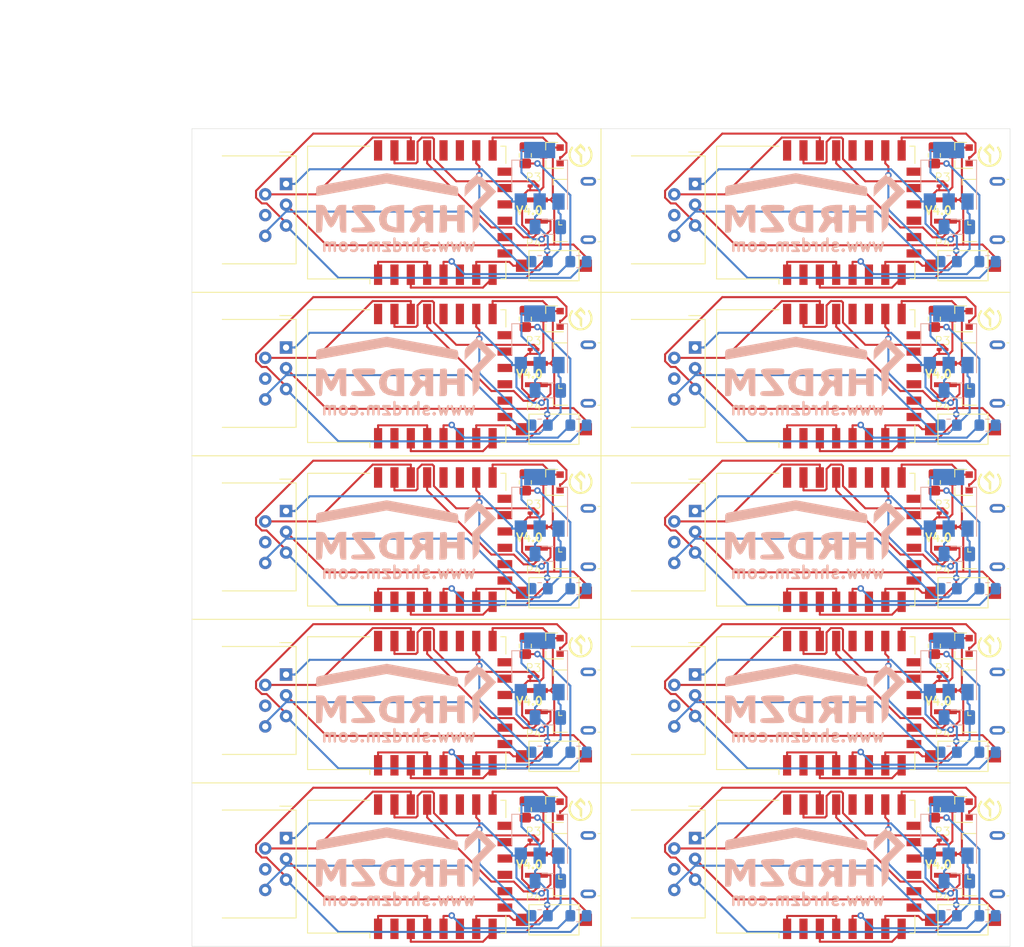
<source format=kicad_pcb>
(kicad_pcb (version 20171130) (host pcbnew "(5.1.9)-1")
  (layers (0 F.Cu signal) (31 B.Cu signal) (34 B.Paste user) (35 F.Paste user) (36 B.SilkS user) (37 F.SilkS user) (38 B.Mask user) (39 F.Mask user) (44 Edge.Cuts user))
  (net 0 "")
  (net 1 "Net-(C1-Pad1)")
  (net 2 "Net-(C1-Pad2)")
  (net 3 "Net-(J1-Pad1)")
  (net 4 "Net-(J2-Pad5)")
  (net 5 "Net-(J2-Pad4)")
  (net 6 "Net-(J2-Pad2)")
  (net 7 "Net-(Q1-Pad3)")
  (net 8 "Net-(R1-Pad2)")
  (net 9 "Net-(R2-Pad2)")
  (net 10 "Net-(R3-Pad1)")
  (net 11 "Net-(R4-Pad1)")
  (net 12 "Net-(SW1-Pad1)")
  (net 13 "Net-(U2-Pad1)")
  (net 14 "Net-(U2-Pad2)")
  (net 15 "Net-(U2-Pad6)")
  (net 16 "Net-(U2-Pad9)")
  (net 17 "Net-(U2-Pad10)")
  (net 18 "Net-(U2-Pad11)")
  (net 19 "Net-(U2-Pad12)")
  (net 20 "Net-(U2-Pad13)")
  (net 21 "Net-(U2-Pad14)")
  (net 22 "Net-(U2-Pad17)")
  (net 23 "Net-(U2-Pad18)")
  (net 24 "Net-(U2-Pad22)")
  (module "SHRDZM:SHRDZM Symbol 3x3" (layer F.Cu) (at 117.5 123.25)
    (fp_text reference G2 hide)
    (fp_text value LOGO hide)
  )
  (module "SHRDZM:SHRDZM Symbol 3x3" (layer F.Cu) (at 167.5 123.25)
    (fp_text reference G2 hide)
    (fp_text value LOGO hide)
  )
  (module "SHRDZM:SHRDZM Symbol 3x3" (layer F.Cu) (at 117.5 103.25)
    (fp_text reference G2 hide)
    (fp_text value LOGO hide)
  )
  (module "SHRDZM:SHRDZM Symbol 3x3" (layer F.Cu) (at 167.5 103.25)
    (fp_text reference G2 hide)
    (fp_text value LOGO hide)
  )
  (module "SHRDZM:SHRDZM Symbol 3x3" (layer F.Cu) (at 117.5 83.25)
    (fp_text reference G2 hide)
    (fp_text value LOGO hide)
  )
  (module "SHRDZM:SHRDZM Symbol 3x3" (layer F.Cu) (at 167.5 83.25)
    (fp_text reference G2 hide)
    (fp_text value LOGO hide)
  )
  (module "SHRDZM:SHRDZM Symbol 3x3" (layer F.Cu) (at 117.5 63.25)
    (fp_text reference G2 hide)
    (fp_text value LOGO hide)
  )
  (module "SHRDZM:SHRDZM Symbol 3x3" (layer F.Cu) (at 167.5 63.25)
    (fp_text reference G2 hide)
    (fp_text value LOGO hide)
  )
  (module "SHRDZM:SHRDZM Symbol 3x3" (layer F.Cu) (at 167.5 43.25)
    (fp_text reference G2 hide)
    (fp_text value LOGO hide)
  )
  (module "SHRDZM:SHRDZM 22x7" (layer B.Cu) (at 146.25 129 180)
    (fp_text reference G1 hide)
    (fp_text value LOGO hide)
  )
  (module "SHRDZM:SHRDZM 22x7" (layer B.Cu) (at 96.25 129 180)
    (fp_text reference G1 hide)
    (fp_text value LOGO hide)
  )
  (module "SHRDZM:SHRDZM 22x7" (layer B.Cu) (at 146.25 109 180)
    (fp_text reference G1 hide)
    (fp_text value LOGO hide)
  )
  (module "SHRDZM:SHRDZM 22x7" (layer B.Cu) (at 96.25 109 180)
    (fp_text reference G1 hide)
    (fp_text value LOGO hide)
  )
  (module "SHRDZM:SHRDZM 22x7" (layer B.Cu) (at 146.25 89 180)
    (fp_text reference G1 hide)
    (fp_text value LOGO hide)
  )
  (module "SHRDZM:SHRDZM 22x7" (layer B.Cu) (at 96.25 89 180)
    (fp_text reference G1 hide)
    (fp_text value LOGO hide)
  )
  (module "SHRDZM:SHRDZM 22x7" (layer B.Cu) (at 96.25 69 180)
    (fp_text reference G1 hide)
    (fp_text value LOGO hide)
  )
  (module "SHRDZM:SHRDZM 22x7" (layer B.Cu) (at 146.25 69 180)
    (fp_text reference G1 hide)
    (fp_text value LOGO hide)
  )
  (module "SHRDZM:SHRDZM 22x7" (layer B.Cu) (at 146.25 49 180)
    (fp_text reference G1 hide)
    (fp_text value LOGO hide)
  )
  (module Package_TO_SOT_SMD:SOT-23 (layer F.Cu) (at 164 123.25 180)
    (fp_text reference Q1 hide)
    (fp_text value BC847 hide)
    (pad 3 smd rect (at 1 0 180) (size 0.9 0.8) (layers F.Cu F.Paste F.Mask) (net 7 "Net-(Q1-Pad3)"))
    (pad 2 smd rect (at -1 0.95 180) (size 0.9 0.8) (layers F.Cu F.Paste F.Mask) (net 2 "Net-(C1-Pad2)"))
    (pad 1 smd rect (at -1 -0.95 180) (size 0.9 0.8) (layers F.Cu F.Paste F.Mask) (net 4 "Net-(J2-Pad5)"))
  )
  (module Resistor_SMD:R_0805_2012Metric_Pad1.20x1.40mm_HandSolder (layer B.Cu) (at 167.25 136.25)
    (fp_text reference R5 hide)
    (fp_text value 10k hide)
    (pad 1 smd roundrect (at -1 0) (size 1.2 1.4) (layers B.Cu B.Paste B.Mask) (roundrect_rratio 0.2083325) (net 11 "Net-(R4-Pad1)"))
    (pad 2 smd roundrect (at 1 0) (size 1.2 1.4) (layers B.Cu B.Paste B.Mask) (roundrect_rratio 0.2083325) (net 4 "Net-(J2-Pad5)"))
  )
  (module Resistor_SMD:R_0805_2012Metric_Pad1.20x1.40mm_HandSolder (layer F.Cu) (at 110.75 123.25 90)
    (fp_text reference R4 hide)
    (fp_text value 10k hide)
    (pad 1 smd roundrect (at -1 0 90) (size 1.2 1.4) (layers F.Cu F.Paste F.Mask) (roundrect_rratio 0.2083325) (net 11 "Net-(R4-Pad1)"))
    (pad 2 smd roundrect (at 1 0 90) (size 1.2 1.4) (layers F.Cu F.Paste F.Mask) (roundrect_rratio 0.2083325) (net 7 "Net-(Q1-Pad3)"))
  )
  (module Button_Switch_SMD:SW_SPST_CK_RS282G05A3 (layer F.Cu) (at 114.25 136.75)
    (fp_text reference SW1 hide)
    (fp_text value SW_Push hide)
    (pad 2 smd rect (at 3.9 0) (size 1.5 1.5) (layers F.Cu F.Paste F.Mask) (net 2 "Net-(C1-Pad2)"))
    (pad 1 smd rect (at -3.9 0) (size 1.5 1.5) (layers F.Cu F.Paste F.Mask) (net 12 "Net-(SW1-Pad1)"))
  )
  (module RF_Module:ESP-12E (layer F.Cu) (at 146.25 130.25 90)
    (fp_text reference U2 hide)
    (fp_text value ESP-12F hide)
    (pad 22 smd rect (at 7.6 -3.5 90) (size 2.5 1) (layers F.Cu F.Paste F.Mask) (net 24 "Net-(U2-Pad22)"))
    (pad 21 smd rect (at 7.6 -1.5 90) (size 2.5 1) (layers F.Cu F.Paste F.Mask) (net 8 "Net-(R1-Pad2)"))
    (pad 20 smd rect (at 7.6 0.5 90) (size 2.5 1) (layers F.Cu F.Paste F.Mask) (net 6 "Net-(J2-Pad2)"))
    (pad 19 smd rect (at 7.6 2.5 90) (size 2.5 1) (layers F.Cu F.Paste F.Mask) (net 9 "Net-(R2-Pad2)"))
    (pad 18 smd rect (at 7.6 4.5 90) (size 2.5 1) (layers F.Cu F.Paste F.Mask) (net 23 "Net-(U2-Pad18)"))
    (pad 17 smd rect (at 7.6 6.5 90) (size 2.5 1) (layers F.Cu F.Paste F.Mask) (net 22 "Net-(U2-Pad17)"))
    (pad 16 smd rect (at 7.6 8.5 90) (size 2.5 1) (layers F.Cu F.Paste F.Mask) (net 10 "Net-(R3-Pad1)"))
    (pad 15 smd rect (at 7.6 10.5 90) (size 2.5 1) (layers F.Cu F.Paste F.Mask) (net 2 "Net-(C1-Pad2)"))
    (pad 14 smd rect (at 5 12 90) (size 1 1.8) (layers F.Cu F.Paste F.Mask) (net 21 "Net-(U2-Pad14)"))
    (pad 13 smd rect (at 3 12 90) (size 1 1.8) (layers F.Cu F.Paste F.Mask) (net 20 "Net-(U2-Pad13)"))
    (pad 12 smd rect (at 1 12 90) (size 1 1.8) (layers F.Cu F.Paste F.Mask) (net 19 "Net-(U2-Pad12)"))
    (pad 11 smd rect (at -1 12 90) (size 1 1.8) (layers F.Cu F.Paste F.Mask) (net 18 "Net-(U2-Pad11)"))
    (pad 10 smd rect (at -3 12 90) (size 1 1.8) (layers F.Cu F.Paste F.Mask) (net 17 "Net-(U2-Pad10)"))
    (pad 9 smd rect (at -5 12 90) (size 1 1.8) (layers F.Cu F.Paste F.Mask) (net 16 "Net-(U2-Pad9)"))
    (pad 8 smd rect (at -7.6 10.5 90) (size 2.5 1) (layers F.Cu F.Paste F.Mask) (net 1 "Net-(C1-Pad1)"))
    (pad 7 smd rect (at -7.6 8.5 90) (size 2.5 1) (layers F.Cu F.Paste F.Mask) (net 12 "Net-(SW1-Pad1)"))
    (pad 6 smd rect (at -7.6 6.5 90) (size 2.5 1) (layers F.Cu F.Paste F.Mask) (net 15 "Net-(U2-Pad6)"))
    (pad 5 smd rect (at -7.6 4.5 90) (size 2.5 1) (layers F.Cu F.Paste F.Mask) (net 11 "Net-(R4-Pad1)"))
    (pad 4 smd rect (at -7.6 2.5 90) (size 2.5 1) (layers F.Cu F.Paste F.Mask) (net 13 "Net-(U2-Pad1)"))
    (pad 3 smd rect (at -7.6 0.5 90) (size 2.5 1) (layers F.Cu F.Paste F.Mask) (net 1 "Net-(C1-Pad1)"))
    (pad 2 smd rect (at -7.6 -1.5 90) (size 2.5 1) (layers F.Cu F.Paste F.Mask) (net 14 "Net-(U2-Pad2)"))
    (pad 1 smd rect (at -7.6 -3.5 90) (size 2.5 1) (layers F.Cu F.Paste F.Mask) (net 13 "Net-(U2-Pad1)"))
  )
  (module Capacitor_SMD:C_1206_3216Metric_Pad1.33x1.80mm_HandSolder (layer B.Cu) (at 113.5 132)
    (fp_text reference C1 hide)
    (fp_text value 22uF)
    (pad 1 smd roundrect (at -1.5625 0) (size 1.325 1.8) (layers B.Cu B.Paste B.Mask) (roundrect_rratio 0.1886784905660377) (net 1 "Net-(C1-Pad1)"))
    (pad 2 smd roundrect (at 1.5625 0) (size 1.325 1.8) (layers B.Cu B.Paste B.Mask) (roundrect_rratio 0.1886784905660377) (net 2 "Net-(C1-Pad2)"))
  )
  (module ErichCollection:RJ12_Amphenol_54601 (layer F.Cu) (at 81.5 126.75 270)
    (fp_text reference J2 hide)
    (fp_text value RJ12 hide)
    (pad 1 thru_hole rect (at 0 0 270) (size 1.52 1.52) (drill 0.76) (layers *.Cu *.Mask) (net 3 "Net-(J1-Pad1)"))
    (pad "" np_thru_hole circle (at -1.91 8.89 270) (size 3.25 3.25) (drill 3.25) (layers *.Cu *.Mask))
    (pad 2 thru_hole circle (at 1.27 2.54 270) (size 1.52 1.52) (drill 0.76) (layers *.Cu *.Mask) (net 6 "Net-(J2-Pad2)"))
    (pad 3 thru_hole circle (at 2.54 0 270) (size 1.52 1.52) (drill 0.76) (layers *.Cu *.Mask) (net 2 "Net-(C1-Pad2)"))
    (pad 4 thru_hole circle (at 3.81 2.54 270) (size 1.52 1.52) (drill 0.76) (layers *.Cu *.Mask) (net 5 "Net-(J2-Pad4)"))
    (pad 5 thru_hole circle (at 5.08 0 270) (size 1.52 1.52) (drill 0.76) (layers *.Cu *.Mask) (net 4 "Net-(J2-Pad5)"))
    (pad 6 thru_hole circle (at 6.35 2.54 270) (size 1.52 1.52) (drill 0.76) (layers *.Cu *.Mask) (net 2 "Net-(C1-Pad2)"))
    (pad "" np_thru_hole circle (at 8.25 8.89 270) (size 3.25 3.25) (drill 3.25) (layers *.Cu *.Mask))
  )
  (module Button_Switch_SMD:SW_SPST_CK_RS282G05A3 (layer F.Cu) (at 164.25 136.75)
    (fp_text reference SW1 hide)
    (fp_text value SW_Push hide)
    (pad 1 smd rect (at -3.9 0) (size 1.5 1.5) (layers F.Cu F.Paste F.Mask) (net 12 "Net-(SW1-Pad1)"))
    (pad 2 smd rect (at 3.9 0) (size 1.5 1.5) (layers F.Cu F.Paste F.Mask) (net 2 "Net-(C1-Pad2)"))
  )
  (module Resistor_SMD:R_0201_0603Metric_Pad0.64x0.40mm_HandSolder (layer F.Cu) (at 161.75 132.75)
    (fp_text reference P4 (at 0 1.25) (layer F.SilkS) (effects (font (thickness 0.1))))
    (fp_text value 0 hide)
    (pad 1 smd roundrect (at -0.4075 0) (size 0.635 0.4) (layers F.Cu F.Mask) (net 7 "Net-(Q1-Pad3)"))
    (pad 2 smd roundrect (at 0.4075 0) (size 0.635 0.4) (layers F.Cu F.Mask) (net 9 "Net-(R2-Pad2)"))
  )
  (module Resistor_SMD:R_0805_2012Metric_Pad1.20x1.40mm_HandSolder (layer F.Cu) (at 160.75 123.25 90)
    (fp_text reference R4 hide)
    (fp_text value 10k hide)
    (pad 2 smd roundrect (at 1 0 90) (size 1.2 1.4) (layers F.Cu F.Paste F.Mask) (roundrect_rratio 0.2083325) (net 7 "Net-(Q1-Pad3)"))
    (pad 1 smd roundrect (at -1 0 90) (size 1.2 1.4) (layers F.Cu F.Paste F.Mask) (roundrect_rratio 0.2083325) (net 11 "Net-(R4-Pad1)"))
  )
  (module Package_TO_SOT_SMD:SOT-223-3_TabPin2 (layer B.Cu) (at 112.5 125.75 90)
    (fp_text reference U1 hide)
    (fp_text value AMS1117-3.3)
    (pad 2 smd rect (at 3.15 0 90) (size 2 3.8) (layers B.Cu B.Paste B.Mask) (net 1 "Net-(C1-Pad1)"))
    (pad 2 smd rect (at -3.15 0 90) (size 2 1.5) (layers B.Cu B.Paste B.Mask) (net 1 "Net-(C1-Pad1)"))
    (pad 3 smd rect (at -3.15 -2.3 90) (size 2 1.5) (layers B.Cu B.Paste B.Mask) (net 3 "Net-(J1-Pad1)"))
    (pad 1 smd rect (at -3.15 2.3 90) (size 2 1.5) (layers B.Cu B.Paste B.Mask) (net 2 "Net-(C1-Pad2)"))
  )
  (module ErichCollection:RJ12_Amphenol_54601 (layer F.Cu) (at 131.5 126.75 270)
    (fp_text reference J2 hide)
    (fp_text value RJ12 hide)
    (pad "" np_thru_hole circle (at 8.25 8.89 270) (size 3.25 3.25) (drill 3.25) (layers *.Cu *.Mask))
    (pad 6 thru_hole circle (at 6.35 2.54 270) (size 1.52 1.52) (drill 0.76) (layers *.Cu *.Mask) (net 2 "Net-(C1-Pad2)"))
    (pad 5 thru_hole circle (at 5.08 0 270) (size 1.52 1.52) (drill 0.76) (layers *.Cu *.Mask) (net 4 "Net-(J2-Pad5)"))
    (pad 4 thru_hole circle (at 3.81 2.54 270) (size 1.52 1.52) (drill 0.76) (layers *.Cu *.Mask) (net 5 "Net-(J2-Pad4)"))
    (pad 3 thru_hole circle (at 2.54 0 270) (size 1.52 1.52) (drill 0.76) (layers *.Cu *.Mask) (net 2 "Net-(C1-Pad2)"))
    (pad 2 thru_hole circle (at 1.27 2.54 270) (size 1.52 1.52) (drill 0.76) (layers *.Cu *.Mask) (net 6 "Net-(J2-Pad2)"))
    (pad "" np_thru_hole circle (at -1.91 8.89 270) (size 3.25 3.25) (drill 3.25) (layers *.Cu *.Mask))
    (pad 1 thru_hole rect (at 0 0 270) (size 1.52 1.52) (drill 0.76) (layers *.Cu *.Mask) (net 3 "Net-(J1-Pad1)"))
  )
  (module Package_TO_SOT_SMD:SOT-23 (layer F.Cu) (at 114 123.25 180)
    (fp_text reference Q1 hide)
    (fp_text value BC847 hide)
    (pad 1 smd rect (at -1 -0.95 180) (size 0.9 0.8) (layers F.Cu F.Paste F.Mask) (net 4 "Net-(J2-Pad5)"))
    (pad 2 smd rect (at -1 0.95 180) (size 0.9 0.8) (layers F.Cu F.Paste F.Mask) (net 2 "Net-(C1-Pad2)"))
    (pad 3 smd rect (at 1 0 180) (size 0.9 0.8) (layers F.Cu F.Paste F.Mask) (net 7 "Net-(Q1-Pad3)"))
  )
  (module Resistor_SMD:R_0805_2012Metric_Pad1.20x1.40mm_HandSolder (layer B.Cu) (at 162.5 136.25)
    (fp_text reference R3 hide)
    (fp_text value 2.2k)
    (pad 2 smd roundrect (at 1 0) (size 1.2 1.4) (layers B.Cu B.Paste B.Mask) (roundrect_rratio 0.2083325) (net 2 "Net-(C1-Pad2)"))
    (pad 1 smd roundrect (at -1 0) (size 1.2 1.4) (layers B.Cu B.Paste B.Mask) (roundrect_rratio 0.2083325) (net 10 "Net-(R3-Pad1)"))
  )
  (module Package_TO_SOT_SMD:SOT-223-3_TabPin2 (layer B.Cu) (at 162.5 125.75 90)
    (fp_text reference U1 hide)
    (fp_text value AMS1117-3.3)
    (pad 1 smd rect (at -3.15 2.3 90) (size 2 1.5) (layers B.Cu B.Paste B.Mask) (net 2 "Net-(C1-Pad2)"))
    (pad 3 smd rect (at -3.15 -2.3 90) (size 2 1.5) (layers B.Cu B.Paste B.Mask) (net 3 "Net-(J1-Pad1)"))
    (pad 2 smd rect (at -3.15 0 90) (size 2 1.5) (layers B.Cu B.Paste B.Mask) (net 1 "Net-(C1-Pad1)"))
    (pad 2 smd rect (at 3.15 0 90) (size 2 3.8) (layers B.Cu B.Paste B.Mask) (net 1 "Net-(C1-Pad1)"))
  )
  (module RF_Module:ESP-12E (layer F.Cu) (at 96.25 130.25 90)
    (fp_text reference U2 hide)
    (fp_text value ESP-12F hide)
    (pad 1 smd rect (at -7.6 -3.5 90) (size 2.5 1) (layers F.Cu F.Paste F.Mask) (net 13 "Net-(U2-Pad1)"))
    (pad 2 smd rect (at -7.6 -1.5 90) (size 2.5 1) (layers F.Cu F.Paste F.Mask) (net 14 "Net-(U2-Pad2)"))
    (pad 3 smd rect (at -7.6 0.5 90) (size 2.5 1) (layers F.Cu F.Paste F.Mask) (net 1 "Net-(C1-Pad1)"))
    (pad 4 smd rect (at -7.6 2.5 90) (size 2.5 1) (layers F.Cu F.Paste F.Mask) (net 13 "Net-(U2-Pad1)"))
    (pad 5 smd rect (at -7.6 4.5 90) (size 2.5 1) (layers F.Cu F.Paste F.Mask) (net 11 "Net-(R4-Pad1)"))
    (pad 6 smd rect (at -7.6 6.5 90) (size 2.5 1) (layers F.Cu F.Paste F.Mask) (net 15 "Net-(U2-Pad6)"))
    (pad 7 smd rect (at -7.6 8.5 90) (size 2.5 1) (layers F.Cu F.Paste F.Mask) (net 12 "Net-(SW1-Pad1)"))
    (pad 8 smd rect (at -7.6 10.5 90) (size 2.5 1) (layers F.Cu F.Paste F.Mask) (net 1 "Net-(C1-Pad1)"))
    (pad 9 smd rect (at -5 12 90) (size 1 1.8) (layers F.Cu F.Paste F.Mask) (net 16 "Net-(U2-Pad9)"))
    (pad 10 smd rect (at -3 12 90) (size 1 1.8) (layers F.Cu F.Paste F.Mask) (net 17 "Net-(U2-Pad10)"))
    (pad 11 smd rect (at -1 12 90) (size 1 1.8) (layers F.Cu F.Paste F.Mask) (net 18 "Net-(U2-Pad11)"))
    (pad 12 smd rect (at 1 12 90) (size 1 1.8) (layers F.Cu F.Paste F.Mask) (net 19 "Net-(U2-Pad12)"))
    (pad 13 smd rect (at 3 12 90) (size 1 1.8) (layers F.Cu F.Paste F.Mask) (net 20 "Net-(U2-Pad13)"))
    (pad 14 smd rect (at 5 12 90) (size 1 1.8) (layers F.Cu F.Paste F.Mask) (net 21 "Net-(U2-Pad14)"))
    (pad 15 smd rect (at 7.6 10.5 90) (size 2.5 1) (layers F.Cu F.Paste F.Mask) (net 2 "Net-(C1-Pad2)"))
    (pad 16 smd rect (at 7.6 8.5 90) (size 2.5 1) (layers F.Cu F.Paste F.Mask) (net 10 "Net-(R3-Pad1)"))
    (pad 17 smd rect (at 7.6 6.5 90) (size 2.5 1) (layers F.Cu F.Paste F.Mask) (net 22 "Net-(U2-Pad17)"))
    (pad 18 smd rect (at 7.6 4.5 90) (size 2.5 1) (layers F.Cu F.Paste F.Mask) (net 23 "Net-(U2-Pad18)"))
    (pad 19 smd rect (at 7.6 2.5 90) (size 2.5 1) (layers F.Cu F.Paste F.Mask) (net 9 "Net-(R2-Pad2)"))
    (pad 20 smd rect (at 7.6 0.5 90) (size 2.5 1) (layers F.Cu F.Paste F.Mask) (net 6 "Net-(J2-Pad2)"))
    (pad 21 smd rect (at 7.6 -1.5 90) (size 2.5 1) (layers F.Cu F.Paste F.Mask) (net 8 "Net-(R1-Pad2)"))
    (pad 22 smd rect (at 7.6 -3.5 90) (size 2.5 1) (layers F.Cu F.Paste F.Mask) (net 24 "Net-(U2-Pad22)"))
  )
  (module Resistor_SMD:R_0805_2012Metric_Pad1.20x1.40mm_HandSolder (layer B.Cu) (at 112.5 136.25)
    (fp_text reference R3 hide)
    (fp_text value 2.2k)
    (pad 1 smd roundrect (at -1 0) (size 1.2 1.4) (layers B.Cu B.Paste B.Mask) (roundrect_rratio 0.2083325) (net 10 "Net-(R3-Pad1)"))
    (pad 2 smd roundrect (at 1 0) (size 1.2 1.4) (layers B.Cu B.Paste B.Mask) (roundrect_rratio 0.2083325) (net 2 "Net-(C1-Pad2)"))
  )
  (module SHRDZM:USB_Micro-B_Power (layer F.Cu) (at 117.25 130 90)
    (fp_text reference J1 hide)
    (fp_text value USB_B_Micro_Power hide)
    (pad "" thru_hole oval (at 3.575 1.2 90) (size 1.05 1.9) (drill oval 0.45 1.25) (layers *.Cu *.Mask))
    (pad "" thru_hole oval (at -3.575 1.2 270) (size 1.05 1.9) (drill oval 0.45 1.25) (layers *.Cu *.Mask))
    (pad 5 smd rect (at 1.3 -5.15 90) (size 0.6 2.8) (layers F.Cu F.Paste F.Mask) (net 2 "Net-(C1-Pad2)"))
    (pad 1 smd rect (at -1.3 -5.15 90) (size 0.6 2.8) (layers F.Cu F.Paste F.Mask) (net 3 "Net-(J1-Pad1)"))
  )
  (module Capacitor_SMD:C_1206_3216Metric_Pad1.33x1.80mm_HandSolder (layer B.Cu) (at 163.5 132)
    (fp_text reference C1 hide)
    (fp_text value 22uF)
    (pad 2 smd roundrect (at 1.5625 0) (size 1.325 1.8) (layers B.Cu B.Paste B.Mask) (roundrect_rratio 0.1886784905660377) (net 2 "Net-(C1-Pad2)"))
    (pad 1 smd roundrect (at -1.5625 0) (size 1.325 1.8) (layers B.Cu B.Paste B.Mask) (roundrect_rratio 0.1886784905660377) (net 1 "Net-(C1-Pad1)"))
  )
  (module Resistor_SMD:R_0805_2012Metric_Pad1.20x1.40mm_HandSolder (layer B.Cu) (at 117.25 136.25)
    (fp_text reference R5 hide)
    (fp_text value 10k hide)
    (pad 2 smd roundrect (at 1 0) (size 1.2 1.4) (layers B.Cu B.Paste B.Mask) (roundrect_rratio 0.2083325) (net 4 "Net-(J2-Pad5)"))
    (pad 1 smd roundrect (at -1 0) (size 1.2 1.4) (layers B.Cu B.Paste B.Mask) (roundrect_rratio 0.2083325) (net 11 "Net-(R4-Pad1)"))
  )
  (module Resistor_SMD:R_0201_0603Metric_Pad0.64x0.40mm_HandSolder (layer F.Cu) (at 111.75 132.75)
    (fp_text reference P4 (at 0 1.25) (layer F.SilkS) (effects (font (thickness 0.1))))
    (fp_text value 0 hide)
    (pad 2 smd roundrect (at 0.4075 0) (size 0.635 0.4) (layers F.Cu F.Mask) (net 9 "Net-(R2-Pad2)"))
    (pad 1 smd roundrect (at -0.4075 0) (size 0.635 0.4) (layers F.Cu F.Mask) (net 7 "Net-(Q1-Pad3)"))
  )
  (module SHRDZM:USB_Micro-B_Power (layer F.Cu) (at 167.25 130 90)
    (fp_text reference J1 hide)
    (fp_text value USB_B_Micro_Power hide)
    (pad 1 smd rect (at -1.3 -5.15 90) (size 0.6 2.8) (layers F.Cu F.Paste F.Mask) (net 3 "Net-(J1-Pad1)"))
    (pad 5 smd rect (at 1.3 -5.15 90) (size 0.6 2.8) (layers F.Cu F.Paste F.Mask) (net 2 "Net-(C1-Pad2)"))
    (pad "" thru_hole oval (at -3.575 1.2 270) (size 1.05 1.9) (drill oval 0.45 1.25) (layers *.Cu *.Mask))
    (pad "" thru_hole oval (at 3.575 1.2 90) (size 1.05 1.9) (drill oval 0.45 1.25) (layers *.Cu *.Mask))
  )
  (module Resistor_SMD:R_0201_0603Metric_Pad0.64x0.40mm_HandSolder (layer F.Cu) (at 161.75 127)
    (fp_text reference P3 (at 0 -1.05) (layer F.SilkS) (effects (font (thickness 0.1))))
    (fp_text value 0 hide)
    (pad 2 smd roundrect (at 0.4075 0) (size 0.635 0.4) (layers F.Cu F.Mask) (net 8 "Net-(R1-Pad2)"))
    (pad 1 smd roundrect (at -0.4075 0) (size 0.635 0.4) (layers F.Cu F.Mask) (net 7 "Net-(Q1-Pad3)"))
  )
  (module Resistor_SMD:R_0201_0603Metric_Pad0.64x0.40mm_HandSolder (layer F.Cu) (at 111.75 127)
    (fp_text reference P3 (at 0 -1.05) (layer F.SilkS) (effects (font (thickness 0.1))))
    (fp_text value 0 hide)
    (pad 1 smd roundrect (at -0.4075 0) (size 0.635 0.4) (layers F.Cu F.Mask) (net 7 "Net-(Q1-Pad3)"))
    (pad 2 smd roundrect (at 0.4075 0) (size 0.635 0.4) (layers F.Cu F.Mask) (net 8 "Net-(R1-Pad2)"))
  )
  (module Resistor_SMD:R_0201_0603Metric_Pad0.64x0.40mm_HandSolder (layer F.Cu) (at 111.75 107)
    (fp_text reference P3 (at 0 -1.05) (layer F.SilkS) (effects (font (thickness 0.1))))
    (fp_text value 0 hide)
    (pad 2 smd roundrect (at 0.4075 0) (size 0.635 0.4) (layers F.Cu F.Mask) (net 8 "Net-(R1-Pad2)"))
    (pad 1 smd roundrect (at -0.4075 0) (size 0.635 0.4) (layers F.Cu F.Mask) (net 7 "Net-(Q1-Pad3)"))
  )
  (module RF_Module:ESP-12E (layer F.Cu) (at 96.25 110.25 90)
    (fp_text reference U2 hide)
    (fp_text value ESP-12F hide)
    (pad 22 smd rect (at 7.6 -3.5 90) (size 2.5 1) (layers F.Cu F.Paste F.Mask) (net 24 "Net-(U2-Pad22)"))
    (pad 21 smd rect (at 7.6 -1.5 90) (size 2.5 1) (layers F.Cu F.Paste F.Mask) (net 8 "Net-(R1-Pad2)"))
    (pad 20 smd rect (at 7.6 0.5 90) (size 2.5 1) (layers F.Cu F.Paste F.Mask) (net 6 "Net-(J2-Pad2)"))
    (pad 19 smd rect (at 7.6 2.5 90) (size 2.5 1) (layers F.Cu F.Paste F.Mask) (net 9 "Net-(R2-Pad2)"))
    (pad 18 smd rect (at 7.6 4.5 90) (size 2.5 1) (layers F.Cu F.Paste F.Mask) (net 23 "Net-(U2-Pad18)"))
    (pad 17 smd rect (at 7.6 6.5 90) (size 2.5 1) (layers F.Cu F.Paste F.Mask) (net 22 "Net-(U2-Pad17)"))
    (pad 16 smd rect (at 7.6 8.5 90) (size 2.5 1) (layers F.Cu F.Paste F.Mask) (net 10 "Net-(R3-Pad1)"))
    (pad 15 smd rect (at 7.6 10.5 90) (size 2.5 1) (layers F.Cu F.Paste F.Mask) (net 2 "Net-(C1-Pad2)"))
    (pad 14 smd rect (at 5 12 90) (size 1 1.8) (layers F.Cu F.Paste F.Mask) (net 21 "Net-(U2-Pad14)"))
    (pad 13 smd rect (at 3 12 90) (size 1 1.8) (layers F.Cu F.Paste F.Mask) (net 20 "Net-(U2-Pad13)"))
    (pad 12 smd rect (at 1 12 90) (size 1 1.8) (layers F.Cu F.Paste F.Mask) (net 19 "Net-(U2-Pad12)"))
    (pad 11 smd rect (at -1 12 90) (size 1 1.8) (layers F.Cu F.Paste F.Mask) (net 18 "Net-(U2-Pad11)"))
    (pad 10 smd rect (at -3 12 90) (size 1 1.8) (layers F.Cu F.Paste F.Mask) (net 17 "Net-(U2-Pad10)"))
    (pad 9 smd rect (at -5 12 90) (size 1 1.8) (layers F.Cu F.Paste F.Mask) (net 16 "Net-(U2-Pad9)"))
    (pad 8 smd rect (at -7.6 10.5 90) (size 2.5 1) (layers F.Cu F.Paste F.Mask) (net 1 "Net-(C1-Pad1)"))
    (pad 7 smd rect (at -7.6 8.5 90) (size 2.5 1) (layers F.Cu F.Paste F.Mask) (net 12 "Net-(SW1-Pad1)"))
    (pad 6 smd rect (at -7.6 6.5 90) (size 2.5 1) (layers F.Cu F.Paste F.Mask) (net 15 "Net-(U2-Pad6)"))
    (pad 5 smd rect (at -7.6 4.5 90) (size 2.5 1) (layers F.Cu F.Paste F.Mask) (net 11 "Net-(R4-Pad1)"))
    (pad 4 smd rect (at -7.6 2.5 90) (size 2.5 1) (layers F.Cu F.Paste F.Mask) (net 13 "Net-(U2-Pad1)"))
    (pad 3 smd rect (at -7.6 0.5 90) (size 2.5 1) (layers F.Cu F.Paste F.Mask) (net 1 "Net-(C1-Pad1)"))
    (pad 2 smd rect (at -7.6 -1.5 90) (size 2.5 1) (layers F.Cu F.Paste F.Mask) (net 14 "Net-(U2-Pad2)"))
    (pad 1 smd rect (at -7.6 -3.5 90) (size 2.5 1) (layers F.Cu F.Paste F.Mask) (net 13 "Net-(U2-Pad1)"))
  )
  (module ErichCollection:RJ12_Amphenol_54601 (layer F.Cu) (at 131.5 106.75 270)
    (fp_text reference J2 hide)
    (fp_text value RJ12 hide)
    (pad 1 thru_hole rect (at 0 0 270) (size 1.52 1.52) (drill 0.76) (layers *.Cu *.Mask) (net 3 "Net-(J1-Pad1)"))
    (pad "" np_thru_hole circle (at -1.91 8.89 270) (size 3.25 3.25) (drill 3.25) (layers *.Cu *.Mask))
    (pad 2 thru_hole circle (at 1.27 2.54 270) (size 1.52 1.52) (drill 0.76) (layers *.Cu *.Mask) (net 6 "Net-(J2-Pad2)"))
    (pad 3 thru_hole circle (at 2.54 0 270) (size 1.52 1.52) (drill 0.76) (layers *.Cu *.Mask) (net 2 "Net-(C1-Pad2)"))
    (pad 4 thru_hole circle (at 3.81 2.54 270) (size 1.52 1.52) (drill 0.76) (layers *.Cu *.Mask) (net 5 "Net-(J2-Pad4)"))
    (pad 5 thru_hole circle (at 5.08 0 270) (size 1.52 1.52) (drill 0.76) (layers *.Cu *.Mask) (net 4 "Net-(J2-Pad5)"))
    (pad 6 thru_hole circle (at 6.35 2.54 270) (size 1.52 1.52) (drill 0.76) (layers *.Cu *.Mask) (net 2 "Net-(C1-Pad2)"))
    (pad "" np_thru_hole circle (at 8.25 8.89 270) (size 3.25 3.25) (drill 3.25) (layers *.Cu *.Mask))
  )
  (module Resistor_SMD:R_0201_0603Metric_Pad0.64x0.40mm_HandSolder (layer F.Cu) (at 161.75 107)
    (fp_text reference P3 (at 0 -1.05) (layer F.SilkS) (effects (font (thickness 0.1))))
    (fp_text value 0 hide)
    (pad 1 smd roundrect (at -0.4075 0) (size 0.635 0.4) (layers F.Cu F.Mask) (net 7 "Net-(Q1-Pad3)"))
    (pad 2 smd roundrect (at 0.4075 0) (size 0.635 0.4) (layers F.Cu F.Mask) (net 8 "Net-(R1-Pad2)"))
  )
  (module Resistor_SMD:R_0805_2012Metric_Pad1.20x1.40mm_HandSolder (layer B.Cu) (at 117.25 116.25)
    (fp_text reference R5 hide)
    (fp_text value 10k hide)
    (pad 1 smd roundrect (at -1 0) (size 1.2 1.4) (layers B.Cu B.Paste B.Mask) (roundrect_rratio 0.2083325) (net 11 "Net-(R4-Pad1)"))
    (pad 2 smd roundrect (at 1 0) (size 1.2 1.4) (layers B.Cu B.Paste B.Mask) (roundrect_rratio 0.2083325) (net 4 "Net-(J2-Pad5)"))
  )
  (module Capacitor_SMD:C_1206_3216Metric_Pad1.33x1.80mm_HandSolder (layer B.Cu) (at 163.5 112)
    (fp_text reference C1 hide)
    (fp_text value 22uF)
    (pad 1 smd roundrect (at -1.5625 0) (size 1.325 1.8) (layers B.Cu B.Paste B.Mask) (roundrect_rratio 0.1886784905660377) (net 1 "Net-(C1-Pad1)"))
    (pad 2 smd roundrect (at 1.5625 0) (size 1.325 1.8) (layers B.Cu B.Paste B.Mask) (roundrect_rratio 0.1886784905660377) (net 2 "Net-(C1-Pad2)"))
  )
  (module Resistor_SMD:R_0201_0603Metric_Pad0.64x0.40mm_HandSolder (layer F.Cu) (at 111.75 112.75)
    (fp_text reference P4 (at 0 1.25) (layer F.SilkS) (effects (font (thickness 0.1))))
    (fp_text value 0 hide)
    (pad 1 smd roundrect (at -0.4075 0) (size 0.635 0.4) (layers F.Cu F.Mask) (net 7 "Net-(Q1-Pad3)"))
    (pad 2 smd roundrect (at 0.4075 0) (size 0.635 0.4) (layers F.Cu F.Mask) (net 9 "Net-(R2-Pad2)"))
  )
  (module Package_TO_SOT_SMD:SOT-223-3_TabPin2 (layer B.Cu) (at 162.5 105.75 90)
    (fp_text reference U1 hide)
    (fp_text value AMS1117-3.3)
    (pad 2 smd rect (at 3.15 0 90) (size 2 3.8) (layers B.Cu B.Paste B.Mask) (net 1 "Net-(C1-Pad1)"))
    (pad 2 smd rect (at -3.15 0 90) (size 2 1.5) (layers B.Cu B.Paste B.Mask) (net 1 "Net-(C1-Pad1)"))
    (pad 3 smd rect (at -3.15 -2.3 90) (size 2 1.5) (layers B.Cu B.Paste B.Mask) (net 3 "Net-(J1-Pad1)"))
    (pad 1 smd rect (at -3.15 2.3 90) (size 2 1.5) (layers B.Cu B.Paste B.Mask) (net 2 "Net-(C1-Pad2)"))
  )
  (module Resistor_SMD:R_0805_2012Metric_Pad1.20x1.40mm_HandSolder (layer B.Cu) (at 112.5 116.25)
    (fp_text reference R3 hide)
    (fp_text value 2.2k)
    (pad 2 smd roundrect (at 1 0) (size 1.2 1.4) (layers B.Cu B.Paste B.Mask) (roundrect_rratio 0.2083325) (net 2 "Net-(C1-Pad2)"))
    (pad 1 smd roundrect (at -1 0) (size 1.2 1.4) (layers B.Cu B.Paste B.Mask) (roundrect_rratio 0.2083325) (net 10 "Net-(R3-Pad1)"))
  )
  (module SHRDZM:USB_Micro-B_Power (layer F.Cu) (at 167.25 110 90)
    (fp_text reference J1 hide)
    (fp_text value USB_B_Micro_Power hide)
    (pad "" thru_hole oval (at 3.575 1.2 90) (size 1.05 1.9) (drill oval 0.45 1.25) (layers *.Cu *.Mask))
    (pad "" thru_hole oval (at -3.575 1.2 270) (size 1.05 1.9) (drill oval 0.45 1.25) (layers *.Cu *.Mask))
    (pad 5 smd rect (at 1.3 -5.15 90) (size 0.6 2.8) (layers F.Cu F.Paste F.Mask) (net 2 "Net-(C1-Pad2)"))
    (pad 1 smd rect (at -1.3 -5.15 90) (size 0.6 2.8) (layers F.Cu F.Paste F.Mask) (net 3 "Net-(J1-Pad1)"))
  )
  (module Package_TO_SOT_SMD:SOT-23 (layer F.Cu) (at 114 103.25 180)
    (fp_text reference Q1 hide)
    (fp_text value BC847 hide)
    (pad 3 smd rect (at 1 0 180) (size 0.9 0.8) (layers F.Cu F.Paste F.Mask) (net 7 "Net-(Q1-Pad3)"))
    (pad 2 smd rect (at -1 0.95 180) (size 0.9 0.8) (layers F.Cu F.Paste F.Mask) (net 2 "Net-(C1-Pad2)"))
    (pad 1 smd rect (at -1 -0.95 180) (size 0.9 0.8) (layers F.Cu F.Paste F.Mask) (net 4 "Net-(J2-Pad5)"))
  )
  (module Package_TO_SOT_SMD:SOT-223-3_TabPin2 (layer B.Cu) (at 112.5 105.75 90)
    (fp_text reference U1 hide)
    (fp_text value AMS1117-3.3)
    (pad 1 smd rect (at -3.15 2.3 90) (size 2 1.5) (layers B.Cu B.Paste B.Mask) (net 2 "Net-(C1-Pad2)"))
    (pad 3 smd rect (at -3.15 -2.3 90) (size 2 1.5) (layers B.Cu B.Paste B.Mask) (net 3 "Net-(J1-Pad1)"))
    (pad 2 smd rect (at -3.15 0 90) (size 2 1.5) (layers B.Cu B.Paste B.Mask) (net 1 "Net-(C1-Pad1)"))
    (pad 2 smd rect (at 3.15 0 90) (size 2 3.8) (layers B.Cu B.Paste B.Mask) (net 1 "Net-(C1-Pad1)"))
  )
  (module Resistor_SMD:R_0805_2012Metric_Pad1.20x1.40mm_HandSolder (layer B.Cu) (at 162.5 116.25)
    (fp_text reference R3 hide)
    (fp_text value 2.2k)
    (pad 1 smd roundrect (at -1 0) (size 1.2 1.4) (layers B.Cu B.Paste B.Mask) (roundrect_rratio 0.2083325) (net 10 "Net-(R3-Pad1)"))
    (pad 2 smd roundrect (at 1 0) (size 1.2 1.4) (layers B.Cu B.Paste B.Mask) (roundrect_rratio 0.2083325) (net 2 "Net-(C1-Pad2)"))
  )
  (module SHRDZM:USB_Micro-B_Power (layer F.Cu) (at 117.25 110 90)
    (fp_text reference J1 hide)
    (fp_text value USB_B_Micro_Power hide)
    (pad 1 smd rect (at -1.3 -5.15 90) (size 0.6 2.8) (layers F.Cu F.Paste F.Mask) (net 3 "Net-(J1-Pad1)"))
    (pad 5 smd rect (at 1.3 -5.15 90) (size 0.6 2.8) (layers F.Cu F.Paste F.Mask) (net 2 "Net-(C1-Pad2)"))
    (pad "" thru_hole oval (at -3.575 1.2 270) (size 1.05 1.9) (drill oval 0.45 1.25) (layers *.Cu *.Mask))
    (pad "" thru_hole oval (at 3.575 1.2 90) (size 1.05 1.9) (drill oval 0.45 1.25) (layers *.Cu *.Mask))
  )
  (module ErichCollection:RJ12_Amphenol_54601 (layer F.Cu) (at 81.5 106.75 270)
    (fp_text reference J2 hide)
    (fp_text value RJ12 hide)
    (pad "" np_thru_hole circle (at 8.25 8.89 270) (size 3.25 3.25) (drill 3.25) (layers *.Cu *.Mask))
    (pad 6 thru_hole circle (at 6.35 2.54 270) (size 1.52 1.52) (drill 0.76) (layers *.Cu *.Mask) (net 2 "Net-(C1-Pad2)"))
    (pad 5 thru_hole circle (at 5.08 0 270) (size 1.52 1.52) (drill 0.76) (layers *.Cu *.Mask) (net 4 "Net-(J2-Pad5)"))
    (pad 4 thru_hole circle (at 3.81 2.54 270) (size 1.52 1.52) (drill 0.76) (layers *.Cu *.Mask) (net 5 "Net-(J2-Pad4)"))
    (pad 3 thru_hole circle (at 2.54 0 270) (size 1.52 1.52) (drill 0.76) (layers *.Cu *.Mask) (net 2 "Net-(C1-Pad2)"))
    (pad 2 thru_hole circle (at 1.27 2.54 270) (size 1.52 1.52) (drill 0.76) (layers *.Cu *.Mask) (net 6 "Net-(J2-Pad2)"))
    (pad "" np_thru_hole circle (at -1.91 8.89 270) (size 3.25 3.25) (drill 3.25) (layers *.Cu *.Mask))
    (pad 1 thru_hole rect (at 0 0 270) (size 1.52 1.52) (drill 0.76) (layers *.Cu *.Mask) (net 3 "Net-(J1-Pad1)"))
  )
  (module Button_Switch_SMD:SW_SPST_CK_RS282G05A3 (layer F.Cu) (at 114.25 116.75)
    (fp_text reference SW1 hide)
    (fp_text value SW_Push hide)
    (pad 1 smd rect (at -3.9 0) (size 1.5 1.5) (layers F.Cu F.Paste F.Mask) (net 12 "Net-(SW1-Pad1)"))
    (pad 2 smd rect (at 3.9 0) (size 1.5 1.5) (layers F.Cu F.Paste F.Mask) (net 2 "Net-(C1-Pad2)"))
  )
  (module Capacitor_SMD:C_1206_3216Metric_Pad1.33x1.80mm_HandSolder (layer B.Cu) (at 113.5 112)
    (fp_text reference C1 hide)
    (fp_text value 22uF)
    (pad 2 smd roundrect (at 1.5625 0) (size 1.325 1.8) (layers B.Cu B.Paste B.Mask) (roundrect_rratio 0.1886784905660377) (net 2 "Net-(C1-Pad2)"))
    (pad 1 smd roundrect (at -1.5625 0) (size 1.325 1.8) (layers B.Cu B.Paste B.Mask) (roundrect_rratio 0.1886784905660377) (net 1 "Net-(C1-Pad1)"))
  )
  (module Resistor_SMD:R_0805_2012Metric_Pad1.20x1.40mm_HandSolder (layer F.Cu) (at 110.75 103.25 90)
    (fp_text reference R4 hide)
    (fp_text value 10k hide)
    (pad 2 smd roundrect (at 1 0 90) (size 1.2 1.4) (layers F.Cu F.Paste F.Mask) (roundrect_rratio 0.2083325) (net 7 "Net-(Q1-Pad3)"))
    (pad 1 smd roundrect (at -1 0 90) (size 1.2 1.4) (layers F.Cu F.Paste F.Mask) (roundrect_rratio 0.2083325) (net 11 "Net-(R4-Pad1)"))
  )
  (module RF_Module:ESP-12E (layer F.Cu) (at 146.25 110.25 90)
    (fp_text reference U2 hide)
    (fp_text value ESP-12F hide)
    (pad 1 smd rect (at -7.6 -3.5 90) (size 2.5 1) (layers F.Cu F.Paste F.Mask) (net 13 "Net-(U2-Pad1)"))
    (pad 2 smd rect (at -7.6 -1.5 90) (size 2.5 1) (layers F.Cu F.Paste F.Mask) (net 14 "Net-(U2-Pad2)"))
    (pad 3 smd rect (at -7.6 0.5 90) (size 2.5 1) (layers F.Cu F.Paste F.Mask) (net 1 "Net-(C1-Pad1)"))
    (pad 4 smd rect (at -7.6 2.5 90) (size 2.5 1) (layers F.Cu F.Paste F.Mask) (net 13 "Net-(U2-Pad1)"))
    (pad 5 smd rect (at -7.6 4.5 90) (size 2.5 1) (layers F.Cu F.Paste F.Mask) (net 11 "Net-(R4-Pad1)"))
    (pad 6 smd rect (at -7.6 6.5 90) (size 2.5 1) (layers F.Cu F.Paste F.Mask) (net 15 "Net-(U2-Pad6)"))
    (pad 7 smd rect (at -7.6 8.5 90) (size 2.5 1) (layers F.Cu F.Paste F.Mask) (net 12 "Net-(SW1-Pad1)"))
    (pad 8 smd rect (at -7.6 10.5 90) (size 2.5 1) (layers F.Cu F.Paste F.Mask) (net 1 "Net-(C1-Pad1)"))
    (pad 9 smd rect (at -5 12 90) (size 1 1.8) (layers F.Cu F.Paste F.Mask) (net 16 "Net-(U2-Pad9)"))
    (pad 10 smd rect (at -3 12 90) (size 1 1.8) (layers F.Cu F.Paste F.Mask) (net 17 "Net-(U2-Pad10)"))
    (pad 11 smd rect (at -1 12 90) (size 1 1.8) (layers F.Cu F.Paste F.Mask) (net 18 "Net-(U2-Pad11)"))
    (pad 12 smd rect (at 1 12 90) (size 1 1.8) (layers F.Cu F.Paste F.Mask) (net 19 "Net-(U2-Pad12)"))
    (pad 13 smd rect (at 3 12 90) (size 1 1.8) (layers F.Cu F.Paste F.Mask) (net 20 "Net-(U2-Pad13)"))
    (pad 14 smd rect (at 5 12 90) (size 1 1.8) (layers F.Cu F.Paste F.Mask) (net 21 "Net-(U2-Pad14)"))
    (pad 15 smd rect (at 7.6 10.5 90) (size 2.5 1) (layers F.Cu F.Paste F.Mask) (net 2 "Net-(C1-Pad2)"))
    (pad 16 smd rect (at 7.6 8.5 90) (size 2.5 1) (layers F.Cu F.Paste F.Mask) (net 10 "Net-(R3-Pad1)"))
    (pad 17 smd rect (at 7.6 6.5 90) (size 2.5 1) (layers F.Cu F.Paste F.Mask) (net 22 "Net-(U2-Pad17)"))
    (pad 18 smd rect (at 7.6 4.5 90) (size 2.5 1) (layers F.Cu F.Paste F.Mask) (net 23 "Net-(U2-Pad18)"))
    (pad 19 smd rect (at 7.6 2.5 90) (size 2.5 1) (layers F.Cu F.Paste F.Mask) (net 9 "Net-(R2-Pad2)"))
    (pad 20 smd rect (at 7.6 0.5 90) (size 2.5 1) (layers F.Cu F.Paste F.Mask) (net 6 "Net-(J2-Pad2)"))
    (pad 21 smd rect (at 7.6 -1.5 90) (size 2.5 1) (layers F.Cu F.Paste F.Mask) (net 8 "Net-(R1-Pad2)"))
    (pad 22 smd rect (at 7.6 -3.5 90) (size 2.5 1) (layers F.Cu F.Paste F.Mask) (net 24 "Net-(U2-Pad22)"))
  )
  (module Resistor_SMD:R_0201_0603Metric_Pad0.64x0.40mm_HandSolder (layer F.Cu) (at 161.75 112.75)
    (fp_text reference P4 (at 0 1.25) (layer F.SilkS) (effects (font (thickness 0.1))))
    (fp_text value 0 hide)
    (pad 2 smd roundrect (at 0.4075 0) (size 0.635 0.4) (layers F.Cu F.Mask) (net 9 "Net-(R2-Pad2)"))
    (pad 1 smd roundrect (at -0.4075 0) (size 0.635 0.4) (layers F.Cu F.Mask) (net 7 "Net-(Q1-Pad3)"))
  )
  (module Button_Switch_SMD:SW_SPST_CK_RS282G05A3 (layer F.Cu) (at 164.25 116.75)
    (fp_text reference SW1 hide)
    (fp_text value SW_Push hide)
    (pad 2 smd rect (at 3.9 0) (size 1.5 1.5) (layers F.Cu F.Paste F.Mask) (net 2 "Net-(C1-Pad2)"))
    (pad 1 smd rect (at -3.9 0) (size 1.5 1.5) (layers F.Cu F.Paste F.Mask) (net 12 "Net-(SW1-Pad1)"))
  )
  (module Package_TO_SOT_SMD:SOT-23 (layer F.Cu) (at 164 103.25 180)
    (fp_text reference Q1 hide)
    (fp_text value BC847 hide)
    (pad 1 smd rect (at -1 -0.95 180) (size 0.9 0.8) (layers F.Cu F.Paste F.Mask) (net 4 "Net-(J2-Pad5)"))
    (pad 2 smd rect (at -1 0.95 180) (size 0.9 0.8) (layers F.Cu F.Paste F.Mask) (net 2 "Net-(C1-Pad2)"))
    (pad 3 smd rect (at 1 0 180) (size 0.9 0.8) (layers F.Cu F.Paste F.Mask) (net 7 "Net-(Q1-Pad3)"))
  )
  (module Resistor_SMD:R_0805_2012Metric_Pad1.20x1.40mm_HandSolder (layer B.Cu) (at 167.25 116.25)
    (fp_text reference R5 hide)
    (fp_text value 10k hide)
    (pad 2 smd roundrect (at 1 0) (size 1.2 1.4) (layers B.Cu B.Paste B.Mask) (roundrect_rratio 0.2083325) (net 4 "Net-(J2-Pad5)"))
    (pad 1 smd roundrect (at -1 0) (size 1.2 1.4) (layers B.Cu B.Paste B.Mask) (roundrect_rratio 0.2083325) (net 11 "Net-(R4-Pad1)"))
  )
  (module Resistor_SMD:R_0805_2012Metric_Pad1.20x1.40mm_HandSolder (layer F.Cu) (at 160.75 103.25 90)
    (fp_text reference R4 hide)
    (fp_text value 10k hide)
    (pad 1 smd roundrect (at -1 0 90) (size 1.2 1.4) (layers F.Cu F.Paste F.Mask) (roundrect_rratio 0.2083325) (net 11 "Net-(R4-Pad1)"))
    (pad 2 smd roundrect (at 1 0 90) (size 1.2 1.4) (layers F.Cu F.Paste F.Mask) (roundrect_rratio 0.2083325) (net 7 "Net-(Q1-Pad3)"))
  )
  (module RF_Module:ESP-12E (layer F.Cu) (at 96.25 90.25 90)
    (fp_text reference U2 hide)
    (fp_text value ESP-12F hide)
    (pad 1 smd rect (at -7.6 -3.5 90) (size 2.5 1) (layers F.Cu F.Paste F.Mask) (net 13 "Net-(U2-Pad1)"))
    (pad 2 smd rect (at -7.6 -1.5 90) (size 2.5 1) (layers F.Cu F.Paste F.Mask) (net 14 "Net-(U2-Pad2)"))
    (pad 3 smd rect (at -7.6 0.5 90) (size 2.5 1) (layers F.Cu F.Paste F.Mask) (net 1 "Net-(C1-Pad1)"))
    (pad 4 smd rect (at -7.6 2.5 90) (size 2.5 1) (layers F.Cu F.Paste F.Mask) (net 13 "Net-(U2-Pad1)"))
    (pad 5 smd rect (at -7.6 4.5 90) (size 2.5 1) (layers F.Cu F.Paste F.Mask) (net 11 "Net-(R4-Pad1)"))
    (pad 6 smd rect (at -7.6 6.5 90) (size 2.5 1) (layers F.Cu F.Paste F.Mask) (net 15 "Net-(U2-Pad6)"))
    (pad 7 smd rect (at -7.6 8.5 90) (size 2.5 1) (layers F.Cu F.Paste F.Mask) (net 12 "Net-(SW1-Pad1)"))
    (pad 8 smd rect (at -7.6 10.5 90) (size 2.5 1) (layers F.Cu F.Paste F.Mask) (net 1 "Net-(C1-Pad1)"))
    (pad 9 smd rect (at -5 12 90) (size 1 1.8) (layers F.Cu F.Paste F.Mask) (net 16 "Net-(U2-Pad9)"))
    (pad 10 smd rect (at -3 12 90) (size 1 1.8) (layers F.Cu F.Paste F.Mask) (net 17 "Net-(U2-Pad10)"))
    (pad 11 smd rect (at -1 12 90) (size 1 1.8) (layers F.Cu F.Paste F.Mask) (net 18 "Net-(U2-Pad11)"))
    (pad 12 smd rect (at 1 12 90) (size 1 1.8) (layers F.Cu F.Paste F.Mask) (net 19 "Net-(U2-Pad12)"))
    (pad 13 smd rect (at 3 12 90) (size 1 1.8) (layers F.Cu F.Paste F.Mask) (net 20 "Net-(U2-Pad13)"))
    (pad 14 smd rect (at 5 12 90) (size 1 1.8) (layers F.Cu F.Paste F.Mask) (net 21 "Net-(U2-Pad14)"))
    (pad 15 smd rect (at 7.6 10.5 90) (size 2.5 1) (layers F.Cu F.Paste F.Mask) (net 2 "Net-(C1-Pad2)"))
    (pad 16 smd rect (at 7.6 8.5 90) (size 2.5 1) (layers F.Cu F.Paste F.Mask) (net 10 "Net-(R3-Pad1)"))
    (pad 17 smd rect (at 7.6 6.5 90) (size 2.5 1) (layers F.Cu F.Paste F.Mask) (net 22 "Net-(U2-Pad17)"))
    (pad 18 smd rect (at 7.6 4.5 90) (size 2.5 1) (layers F.Cu F.Paste F.Mask) (net 23 "Net-(U2-Pad18)"))
    (pad 19 smd rect (at 7.6 2.5 90) (size 2.5 1) (layers F.Cu F.Paste F.Mask) (net 9 "Net-(R2-Pad2)"))
    (pad 20 smd rect (at 7.6 0.5 90) (size 2.5 1) (layers F.Cu F.Paste F.Mask) (net 6 "Net-(J2-Pad2)"))
    (pad 21 smd rect (at 7.6 -1.5 90) (size 2.5 1) (layers F.Cu F.Paste F.Mask) (net 8 "Net-(R1-Pad2)"))
    (pad 22 smd rect (at 7.6 -3.5 90) (size 2.5 1) (layers F.Cu F.Paste F.Mask) (net 24 "Net-(U2-Pad22)"))
  )
  (module Resistor_SMD:R_0201_0603Metric_Pad0.64x0.40mm_HandSolder (layer F.Cu) (at 111.75 87)
    (fp_text reference P3 (at 0 -1.05) (layer F.SilkS) (effects (font (thickness 0.1))))
    (fp_text value 0 hide)
    (pad 1 smd roundrect (at -0.4075 0) (size 0.635 0.4) (layers F.Cu F.Mask) (net 7 "Net-(Q1-Pad3)"))
    (pad 2 smd roundrect (at 0.4075 0) (size 0.635 0.4) (layers F.Cu F.Mask) (net 8 "Net-(R1-Pad2)"))
  )
  (module Package_TO_SOT_SMD:SOT-23 (layer F.Cu) (at 114 83.25 180)
    (fp_text reference Q1 hide)
    (fp_text value BC847 hide)
    (pad 1 smd rect (at -1 -0.95 180) (size 0.9 0.8) (layers F.Cu F.Paste F.Mask) (net 4 "Net-(J2-Pad5)"))
    (pad 2 smd rect (at -1 0.95 180) (size 0.9 0.8) (layers F.Cu F.Paste F.Mask) (net 2 "Net-(C1-Pad2)"))
    (pad 3 smd rect (at 1 0 180) (size 0.9 0.8) (layers F.Cu F.Paste F.Mask) (net 7 "Net-(Q1-Pad3)"))
  )
  (module Resistor_SMD:R_0805_2012Metric_Pad1.20x1.40mm_HandSolder (layer B.Cu) (at 162.5 96.25)
    (fp_text reference R3 hide)
    (fp_text value 2.2k)
    (pad 2 smd roundrect (at 1 0) (size 1.2 1.4) (layers B.Cu B.Paste B.Mask) (roundrect_rratio 0.2083325) (net 2 "Net-(C1-Pad2)"))
    (pad 1 smd roundrect (at -1 0) (size 1.2 1.4) (layers B.Cu B.Paste B.Mask) (roundrect_rratio 0.2083325) (net 10 "Net-(R3-Pad1)"))
  )
  (module Capacitor_SMD:C_1206_3216Metric_Pad1.33x1.80mm_HandSolder (layer B.Cu) (at 113.5 92)
    (fp_text reference C1 hide)
    (fp_text value 22uF)
    (pad 1 smd roundrect (at -1.5625 0) (size 1.325 1.8) (layers B.Cu B.Paste B.Mask) (roundrect_rratio 0.1886784905660377) (net 1 "Net-(C1-Pad1)"))
    (pad 2 smd roundrect (at 1.5625 0) (size 1.325 1.8) (layers B.Cu B.Paste B.Mask) (roundrect_rratio 0.1886784905660377) (net 2 "Net-(C1-Pad2)"))
  )
  (module Resistor_SMD:R_0805_2012Metric_Pad1.20x1.40mm_HandSolder (layer F.Cu) (at 110.75 83.25 90)
    (fp_text reference R4 hide)
    (fp_text value 10k hide)
    (pad 1 smd roundrect (at -1 0 90) (size 1.2 1.4) (layers F.Cu F.Paste F.Mask) (roundrect_rratio 0.2083325) (net 11 "Net-(R4-Pad1)"))
    (pad 2 smd roundrect (at 1 0 90) (size 1.2 1.4) (layers F.Cu F.Paste F.Mask) (roundrect_rratio 0.2083325) (net 7 "Net-(Q1-Pad3)"))
  )
  (module ErichCollection:RJ12_Amphenol_54601 (layer F.Cu) (at 131.5 86.75 270)
    (fp_text reference J2 hide)
    (fp_text value RJ12 hide)
    (pad "" np_thru_hole circle (at 8.25 8.89 270) (size 3.25 3.25) (drill 3.25) (layers *.Cu *.Mask))
    (pad 6 thru_hole circle (at 6.35 2.54 270) (size 1.52 1.52) (drill 0.76) (layers *.Cu *.Mask) (net 2 "Net-(C1-Pad2)"))
    (pad 5 thru_hole circle (at 5.08 0 270) (size 1.52 1.52) (drill 0.76) (layers *.Cu *.Mask) (net 4 "Net-(J2-Pad5)"))
    (pad 4 thru_hole circle (at 3.81 2.54 270) (size 1.52 1.52) (drill 0.76) (layers *.Cu *.Mask) (net 5 "Net-(J2-Pad4)"))
    (pad 3 thru_hole circle (at 2.54 0 270) (size 1.52 1.52) (drill 0.76) (layers *.Cu *.Mask) (net 2 "Net-(C1-Pad2)"))
    (pad 2 thru_hole circle (at 1.27 2.54 270) (size 1.52 1.52) (drill 0.76) (layers *.Cu *.Mask) (net 6 "Net-(J2-Pad2)"))
    (pad "" np_thru_hole circle (at -1.91 8.89 270) (size 3.25 3.25) (drill 3.25) (layers *.Cu *.Mask))
    (pad 1 thru_hole rect (at 0 0 270) (size 1.52 1.52) (drill 0.76) (layers *.Cu *.Mask) (net 3 "Net-(J1-Pad1)"))
  )
  (module Resistor_SMD:R_0201_0603Metric_Pad0.64x0.40mm_HandSolder (layer F.Cu) (at 111.75 92.75)
    (fp_text reference P4 (at 0 1.25) (layer F.SilkS) (effects (font (thickness 0.1))))
    (fp_text value 0 hide)
    (pad 2 smd roundrect (at 0.4075 0) (size 0.635 0.4) (layers F.Cu F.Mask) (net 9 "Net-(R2-Pad2)"))
    (pad 1 smd roundrect (at -0.4075 0) (size 0.635 0.4) (layers F.Cu F.Mask) (net 7 "Net-(Q1-Pad3)"))
  )
  (module SHRDZM:USB_Micro-B_Power (layer F.Cu) (at 167.25 90 90)
    (fp_text reference J1 hide)
    (fp_text value USB_B_Micro_Power hide)
    (pad 1 smd rect (at -1.3 -5.15 90) (size 0.6 2.8) (layers F.Cu F.Paste F.Mask) (net 3 "Net-(J1-Pad1)"))
    (pad 5 smd rect (at 1.3 -5.15 90) (size 0.6 2.8) (layers F.Cu F.Paste F.Mask) (net 2 "Net-(C1-Pad2)"))
    (pad "" thru_hole oval (at -3.575 1.2 270) (size 1.05 1.9) (drill oval 0.45 1.25) (layers *.Cu *.Mask))
    (pad "" thru_hole oval (at 3.575 1.2 90) (size 1.05 1.9) (drill oval 0.45 1.25) (layers *.Cu *.Mask))
  )
  (module SHRDZM:USB_Micro-B_Power (layer F.Cu) (at 117.25 90 90)
    (fp_text reference J1 hide)
    (fp_text value USB_B_Micro_Power hide)
    (pad "" thru_hole oval (at 3.575 1.2 90) (size 1.05 1.9) (drill oval 0.45 1.25) (layers *.Cu *.Mask))
    (pad "" thru_hole oval (at -3.575 1.2 270) (size 1.05 1.9) (drill oval 0.45 1.25) (layers *.Cu *.Mask))
    (pad 5 smd rect (at 1.3 -5.15 90) (size 0.6 2.8) (layers F.Cu F.Paste F.Mask) (net 2 "Net-(C1-Pad2)"))
    (pad 1 smd rect (at -1.3 -5.15 90) (size 0.6 2.8) (layers F.Cu F.Paste F.Mask) (net 3 "Net-(J1-Pad1)"))
  )
  (module Resistor_SMD:R_0805_2012Metric_Pad1.20x1.40mm_HandSolder (layer B.Cu) (at 112.5 96.25)
    (fp_text reference R3 hide)
    (fp_text value 2.2k)
    (pad 1 smd roundrect (at -1 0) (size 1.2 1.4) (layers B.Cu B.Paste B.Mask) (roundrect_rratio 0.2083325) (net 10 "Net-(R3-Pad1)"))
    (pad 2 smd roundrect (at 1 0) (size 1.2 1.4) (layers B.Cu B.Paste B.Mask) (roundrect_rratio 0.2083325) (net 2 "Net-(C1-Pad2)"))
  )
  (module Resistor_SMD:R_0201_0603Metric_Pad0.64x0.40mm_HandSolder (layer F.Cu) (at 161.75 87)
    (fp_text reference P3 (at 0 -1.05) (layer F.SilkS) (effects (font (thickness 0.1))))
    (fp_text value 0 hide)
    (pad 2 smd roundrect (at 0.4075 0) (size 0.635 0.4) (layers F.Cu F.Mask) (net 8 "Net-(R1-Pad2)"))
    (pad 1 smd roundrect (at -0.4075 0) (size 0.635 0.4) (layers F.Cu F.Mask) (net 7 "Net-(Q1-Pad3)"))
  )
  (module ErichCollection:RJ12_Amphenol_54601 (layer F.Cu) (at 81.5 86.75 270)
    (fp_text reference J2 hide)
    (fp_text value RJ12 hide)
    (pad 1 thru_hole rect (at 0 0 270) (size 1.52 1.52) (drill 0.76) (layers *.Cu *.Mask) (net 3 "Net-(J1-Pad1)"))
    (pad "" np_thru_hole circle (at -1.91 8.89 270) (size 3.25 3.25) (drill 3.25) (layers *.Cu *.Mask))
    (pad 2 thru_hole circle (at 1.27 2.54 270) (size 1.52 1.52) (drill 0.76) (layers *.Cu *.Mask) (net 6 "Net-(J2-Pad2)"))
    (pad 3 thru_hole circle (at 2.54 0 270) (size 1.52 1.52) (drill 0.76) (layers *.Cu *.Mask) (net 2 "Net-(C1-Pad2)"))
    (pad 4 thru_hole circle (at 3.81 2.54 270) (size 1.52 1.52) (drill 0.76) (layers *.Cu *.Mask) (net 5 "Net-(J2-Pad4)"))
    (pad 5 thru_hole circle (at 5.08 0 270) (size 1.52 1.52) (drill 0.76) (layers *.Cu *.Mask) (net 4 "Net-(J2-Pad5)"))
    (pad 6 thru_hole circle (at 6.35 2.54 270) (size 1.52 1.52) (drill 0.76) (layers *.Cu *.Mask) (net 2 "Net-(C1-Pad2)"))
    (pad "" np_thru_hole circle (at 8.25 8.89 270) (size 3.25 3.25) (drill 3.25) (layers *.Cu *.Mask))
  )
  (module Package_TO_SOT_SMD:SOT-223-3_TabPin2 (layer B.Cu) (at 112.5 85.75 90)
    (fp_text reference U1 hide)
    (fp_text value AMS1117-3.3)
    (pad 2 smd rect (at 3.15 0 90) (size 2 3.8) (layers B.Cu B.Paste B.Mask) (net 1 "Net-(C1-Pad1)"))
    (pad 2 smd rect (at -3.15 0 90) (size 2 1.5) (layers B.Cu B.Paste B.Mask) (net 1 "Net-(C1-Pad1)"))
    (pad 3 smd rect (at -3.15 -2.3 90) (size 2 1.5) (layers B.Cu B.Paste B.Mask) (net 3 "Net-(J1-Pad1)"))
    (pad 1 smd rect (at -3.15 2.3 90) (size 2 1.5) (layers B.Cu B.Paste B.Mask) (net 2 "Net-(C1-Pad2)"))
  )
  (module Resistor_SMD:R_0805_2012Metric_Pad1.20x1.40mm_HandSolder (layer B.Cu) (at 117.25 96.25)
    (fp_text reference R5 hide)
    (fp_text value 10k hide)
    (pad 2 smd roundrect (at 1 0) (size 1.2 1.4) (layers B.Cu B.Paste B.Mask) (roundrect_rratio 0.2083325) (net 4 "Net-(J2-Pad5)"))
    (pad 1 smd roundrect (at -1 0) (size 1.2 1.4) (layers B.Cu B.Paste B.Mask) (roundrect_rratio 0.2083325) (net 11 "Net-(R4-Pad1)"))
  )
  (module Button_Switch_SMD:SW_SPST_CK_RS282G05A3 (layer F.Cu) (at 114.25 96.75)
    (fp_text reference SW1 hide)
    (fp_text value SW_Push hide)
    (pad 2 smd rect (at 3.9 0) (size 1.5 1.5) (layers F.Cu F.Paste F.Mask) (net 2 "Net-(C1-Pad2)"))
    (pad 1 smd rect (at -3.9 0) (size 1.5 1.5) (layers F.Cu F.Paste F.Mask) (net 12 "Net-(SW1-Pad1)"))
  )
  (module Capacitor_SMD:C_1206_3216Metric_Pad1.33x1.80mm_HandSolder (layer B.Cu) (at 163.5 92)
    (fp_text reference C1 hide)
    (fp_text value 22uF)
    (pad 2 smd roundrect (at 1.5625 0) (size 1.325 1.8) (layers B.Cu B.Paste B.Mask) (roundrect_rratio 0.1886784905660377) (net 2 "Net-(C1-Pad2)"))
    (pad 1 smd roundrect (at -1.5625 0) (size 1.325 1.8) (layers B.Cu B.Paste B.Mask) (roundrect_rratio 0.1886784905660377) (net 1 "Net-(C1-Pad1)"))
  )
  (module RF_Module:ESP-12E (layer F.Cu) (at 146.25 90.25 90)
    (fp_text reference U2 hide)
    (fp_text value ESP-12F hide)
    (pad 22 smd rect (at 7.6 -3.5 90) (size 2.5 1) (layers F.Cu F.Paste F.Mask) (net 24 "Net-(U2-Pad22)"))
    (pad 21 smd rect (at 7.6 -1.5 90) (size 2.5 1) (layers F.Cu F.Paste F.Mask) (net 8 "Net-(R1-Pad2)"))
    (pad 20 smd rect (at 7.6 0.5 90) (size 2.5 1) (layers F.Cu F.Paste F.Mask) (net 6 "Net-(J2-Pad2)"))
    (pad 19 smd rect (at 7.6 2.5 90) (size 2.5 1) (layers F.Cu F.Paste F.Mask) (net 9 "Net-(R2-Pad2)"))
    (pad 18 smd rect (at 7.6 4.5 90) (size 2.5 1) (layers F.Cu F.Paste F.Mask) (net 23 "Net-(U2-Pad18)"))
    (pad 17 smd rect (at 7.6 6.5 90) (size 2.5 1) (layers F.Cu F.Paste F.Mask) (net 22 "Net-(U2-Pad17)"))
    (pad 16 smd rect (at 7.6 8.5 90) (size 2.5 1) (layers F.Cu F.Paste F.Mask) (net 10 "Net-(R3-Pad1)"))
    (pad 15 smd rect (at 7.6 10.5 90) (size 2.5 1) (layers F.Cu F.Paste F.Mask) (net 2 "Net-(C1-Pad2)"))
    (pad 14 smd rect (at 5 12 90) (size 1 1.8) (layers F.Cu F.Paste F.Mask) (net 21 "Net-(U2-Pad14)"))
    (pad 13 smd rect (at 3 12 90) (size 1 1.8) (layers F.Cu F.Paste F.Mask) (net 20 "Net-(U2-Pad13)"))
    (pad 12 smd rect (at 1 12 90) (size 1 1.8) (layers F.Cu F.Paste F.Mask) (net 19 "Net-(U2-Pad12)"))
    (pad 11 smd rect (at -1 12 90) (size 1 1.8) (layers F.Cu F.Paste F.Mask) (net 18 "Net-(U2-Pad11)"))
    (pad 10 smd rect (at -3 12 90) (size 1 1.8) (layers F.Cu F.Paste F.Mask) (net 17 "Net-(U2-Pad10)"))
    (pad 9 smd rect (at -5 12 90) (size 1 1.8) (layers F.Cu F.Paste F.Mask) (net 16 "Net-(U2-Pad9)"))
    (pad 8 smd rect (at -7.6 10.5 90) (size 2.5 1) (layers F.Cu F.Paste F.Mask) (net 1 "Net-(C1-Pad1)"))
    (pad 7 smd rect (at -7.6 8.5 90) (size 2.5 1) (layers F.Cu F.Paste F.Mask) (net 12 "Net-(SW1-Pad1)"))
    (pad 6 smd rect (at -7.6 6.5 90) (size 2.5 1) (layers F.Cu F.Paste F.Mask) (net 15 "Net-(U2-Pad6)"))
    (pad 5 smd rect (at -7.6 4.5 90) (size 2.5 1) (layers F.Cu F.Paste F.Mask) (net 11 "Net-(R4-Pad1)"))
    (pad 4 smd rect (at -7.6 2.5 90) (size 2.5 1) (layers F.Cu F.Paste F.Mask) (net 13 "Net-(U2-Pad1)"))
    (pad 3 smd rect (at -7.6 0.5 90) (size 2.5 1) (layers F.Cu F.Paste F.Mask) (net 1 "Net-(C1-Pad1)"))
    (pad 2 smd rect (at -7.6 -1.5 90) (size 2.5 1) (layers F.Cu F.Paste F.Mask) (net 14 "Net-(U2-Pad2)"))
    (pad 1 smd rect (at -7.6 -3.5 90) (size 2.5 1) (layers F.Cu F.Paste F.Mask) (net 13 "Net-(U2-Pad1)"))
  )
  (module Package_TO_SOT_SMD:SOT-223-3_TabPin2 (layer B.Cu) (at 162.5 85.75 90)
    (fp_text reference U1 hide)
    (fp_text value AMS1117-3.3)
    (pad 1 smd rect (at -3.15 2.3 90) (size 2 1.5) (layers B.Cu B.Paste B.Mask) (net 2 "Net-(C1-Pad2)"))
    (pad 3 smd rect (at -3.15 -2.3 90) (size 2 1.5) (layers B.Cu B.Paste B.Mask) (net 3 "Net-(J1-Pad1)"))
    (pad 2 smd rect (at -3.15 0 90) (size 2 1.5) (layers B.Cu B.Paste B.Mask) (net 1 "Net-(C1-Pad1)"))
    (pad 2 smd rect (at 3.15 0 90) (size 2 3.8) (layers B.Cu B.Paste B.Mask) (net 1 "Net-(C1-Pad1)"))
  )
  (module Resistor_SMD:R_0201_0603Metric_Pad0.64x0.40mm_HandSolder (layer F.Cu) (at 161.75 92.75)
    (fp_text reference P4 (at 0 1.25) (layer F.SilkS) (effects (font (thickness 0.1))))
    (fp_text value 0 hide)
    (pad 1 smd roundrect (at -0.4075 0) (size 0.635 0.4) (layers F.Cu F.Mask) (net 7 "Net-(Q1-Pad3)"))
    (pad 2 smd roundrect (at 0.4075 0) (size 0.635 0.4) (layers F.Cu F.Mask) (net 9 "Net-(R2-Pad2)"))
  )
  (module Button_Switch_SMD:SW_SPST_CK_RS282G05A3 (layer F.Cu) (at 164.25 96.75)
    (fp_text reference SW1 hide)
    (fp_text value SW_Push hide)
    (pad 1 smd rect (at -3.9 0) (size 1.5 1.5) (layers F.Cu F.Paste F.Mask) (net 12 "Net-(SW1-Pad1)"))
    (pad 2 smd rect (at 3.9 0) (size 1.5 1.5) (layers F.Cu F.Paste F.Mask) (net 2 "Net-(C1-Pad2)"))
  )
  (module Package_TO_SOT_SMD:SOT-23 (layer F.Cu) (at 164 83.25 180)
    (fp_text reference Q1 hide)
    (fp_text value BC847 hide)
    (pad 3 smd rect (at 1 0 180) (size 0.9 0.8) (layers F.Cu F.Paste F.Mask) (net 7 "Net-(Q1-Pad3)"))
    (pad 2 smd rect (at -1 0.95 180) (size 0.9 0.8) (layers F.Cu F.Paste F.Mask) (net 2 "Net-(C1-Pad2)"))
    (pad 1 smd rect (at -1 -0.95 180) (size 0.9 0.8) (layers F.Cu F.Paste F.Mask) (net 4 "Net-(J2-Pad5)"))
  )
  (module Resistor_SMD:R_0805_2012Metric_Pad1.20x1.40mm_HandSolder (layer F.Cu) (at 160.75 83.25 90)
    (fp_text reference R4 hide)
    (fp_text value 10k hide)
    (pad 2 smd roundrect (at 1 0 90) (size 1.2 1.4) (layers F.Cu F.Paste F.Mask) (roundrect_rratio 0.2083325) (net 7 "Net-(Q1-Pad3)"))
    (pad 1 smd roundrect (at -1 0 90) (size 1.2 1.4) (layers F.Cu F.Paste F.Mask) (roundrect_rratio 0.2083325) (net 11 "Net-(R4-Pad1)"))
  )
  (module Resistor_SMD:R_0805_2012Metric_Pad1.20x1.40mm_HandSolder (layer B.Cu) (at 167.25 96.25)
    (fp_text reference R5 hide)
    (fp_text value 10k hide)
    (pad 1 smd roundrect (at -1 0) (size 1.2 1.4) (layers B.Cu B.Paste B.Mask) (roundrect_rratio 0.2083325) (net 11 "Net-(R4-Pad1)"))
    (pad 2 smd roundrect (at 1 0) (size 1.2 1.4) (layers B.Cu B.Paste B.Mask) (roundrect_rratio 0.2083325) (net 4 "Net-(J2-Pad5)"))
  )
  (module Package_TO_SOT_SMD:SOT-223-3_TabPin2 (layer B.Cu) (at 112.5 65.75 90)
    (fp_text reference U1 hide)
    (fp_text value AMS1117-3.3)
    (pad 1 smd rect (at -3.15 2.3 90) (size 2 1.5) (layers B.Cu B.Paste B.Mask) (net 2 "Net-(C1-Pad2)"))
    (pad 3 smd rect (at -3.15 -2.3 90) (size 2 1.5) (layers B.Cu B.Paste B.Mask) (net 3 "Net-(J1-Pad1)"))
    (pad 2 smd rect (at -3.15 0 90) (size 2 1.5) (layers B.Cu B.Paste B.Mask) (net 1 "Net-(C1-Pad1)"))
    (pad 2 smd rect (at 3.15 0 90) (size 2 3.8) (layers B.Cu B.Paste B.Mask) (net 1 "Net-(C1-Pad1)"))
  )
  (module Resistor_SMD:R_0805_2012Metric_Pad1.20x1.40mm_HandSolder (layer B.Cu) (at 117.25 76.25)
    (fp_text reference R5 hide)
    (fp_text value 10k hide)
    (pad 1 smd roundrect (at -1 0) (size 1.2 1.4) (layers B.Cu B.Paste B.Mask) (roundrect_rratio 0.2083325) (net 11 "Net-(R4-Pad1)"))
    (pad 2 smd roundrect (at 1 0) (size 1.2 1.4) (layers B.Cu B.Paste B.Mask) (roundrect_rratio 0.2083325) (net 4 "Net-(J2-Pad5)"))
  )
  (module Resistor_SMD:R_0201_0603Metric_Pad0.64x0.40mm_HandSolder (layer F.Cu) (at 111.75 67)
    (fp_text reference P3 (at 0 -1.05) (layer F.SilkS) (effects (font (thickness 0.1))))
    (fp_text value 0 hide)
    (pad 2 smd roundrect (at 0.4075 0) (size 0.635 0.4) (layers F.Cu F.Mask) (net 8 "Net-(R1-Pad2)"))
    (pad 1 smd roundrect (at -0.4075 0) (size 0.635 0.4) (layers F.Cu F.Mask) (net 7 "Net-(Q1-Pad3)"))
  )
  (module SHRDZM:USB_Micro-B_Power (layer F.Cu) (at 117.25 70 90)
    (fp_text reference J1 hide)
    (fp_text value USB_B_Micro_Power hide)
    (pad 1 smd rect (at -1.3 -5.15 90) (size 0.6 2.8) (layers F.Cu F.Paste F.Mask) (net 3 "Net-(J1-Pad1)"))
    (pad 5 smd rect (at 1.3 -5.15 90) (size 0.6 2.8) (layers F.Cu F.Paste F.Mask) (net 2 "Net-(C1-Pad2)"))
    (pad "" thru_hole oval (at -3.575 1.2 270) (size 1.05 1.9) (drill oval 0.45 1.25) (layers *.Cu *.Mask))
    (pad "" thru_hole oval (at 3.575 1.2 90) (size 1.05 1.9) (drill oval 0.45 1.25) (layers *.Cu *.Mask))
  )
  (module Capacitor_SMD:C_1206_3216Metric_Pad1.33x1.80mm_HandSolder (layer B.Cu) (at 113.5 72)
    (fp_text reference C1 hide)
    (fp_text value 22uF)
    (pad 2 smd roundrect (at 1.5625 0) (size 1.325 1.8) (layers B.Cu B.Paste B.Mask) (roundrect_rratio 0.1886784905660377) (net 2 "Net-(C1-Pad2)"))
    (pad 1 smd roundrect (at -1.5625 0) (size 1.325 1.8) (layers B.Cu B.Paste B.Mask) (roundrect_rratio 0.1886784905660377) (net 1 "Net-(C1-Pad1)"))
  )
  (module Resistor_SMD:R_0805_2012Metric_Pad1.20x1.40mm_HandSolder (layer F.Cu) (at 110.75 63.25 90)
    (fp_text reference R4 hide)
    (fp_text value 10k hide)
    (pad 2 smd roundrect (at 1 0 90) (size 1.2 1.4) (layers F.Cu F.Paste F.Mask) (roundrect_rratio 0.2083325) (net 7 "Net-(Q1-Pad3)"))
    (pad 1 smd roundrect (at -1 0 90) (size 1.2 1.4) (layers F.Cu F.Paste F.Mask) (roundrect_rratio 0.2083325) (net 11 "Net-(R4-Pad1)"))
  )
  (module Button_Switch_SMD:SW_SPST_CK_RS282G05A3 (layer F.Cu) (at 114.25 76.75)
    (fp_text reference SW1 hide)
    (fp_text value SW_Push hide)
    (pad 1 smd rect (at -3.9 0) (size 1.5 1.5) (layers F.Cu F.Paste F.Mask) (net 12 "Net-(SW1-Pad1)"))
    (pad 2 smd rect (at 3.9 0) (size 1.5 1.5) (layers F.Cu F.Paste F.Mask) (net 2 "Net-(C1-Pad2)"))
  )
  (module Resistor_SMD:R_0805_2012Metric_Pad1.20x1.40mm_HandSolder (layer B.Cu) (at 112.5 76.25)
    (fp_text reference R3 hide)
    (fp_text value 2.2k)
    (pad 2 smd roundrect (at 1 0) (size 1.2 1.4) (layers B.Cu B.Paste B.Mask) (roundrect_rratio 0.2083325) (net 2 "Net-(C1-Pad2)"))
    (pad 1 smd roundrect (at -1 0) (size 1.2 1.4) (layers B.Cu B.Paste B.Mask) (roundrect_rratio 0.2083325) (net 10 "Net-(R3-Pad1)"))
  )
  (module ErichCollection:RJ12_Amphenol_54601 (layer F.Cu) (at 81.5 66.75 270)
    (fp_text reference J2 hide)
    (fp_text value RJ12 hide)
    (pad "" np_thru_hole circle (at 8.25 8.89 270) (size 3.25 3.25) (drill 3.25) (layers *.Cu *.Mask))
    (pad 6 thru_hole circle (at 6.35 2.54 270) (size 1.52 1.52) (drill 0.76) (layers *.Cu *.Mask) (net 2 "Net-(C1-Pad2)"))
    (pad 5 thru_hole circle (at 5.08 0 270) (size 1.52 1.52) (drill 0.76) (layers *.Cu *.Mask) (net 4 "Net-(J2-Pad5)"))
    (pad 4 thru_hole circle (at 3.81 2.54 270) (size 1.52 1.52) (drill 0.76) (layers *.Cu *.Mask) (net 5 "Net-(J2-Pad4)"))
    (pad 3 thru_hole circle (at 2.54 0 270) (size 1.52 1.52) (drill 0.76) (layers *.Cu *.Mask) (net 2 "Net-(C1-Pad2)"))
    (pad 2 thru_hole circle (at 1.27 2.54 270) (size 1.52 1.52) (drill 0.76) (layers *.Cu *.Mask) (net 6 "Net-(J2-Pad2)"))
    (pad "" np_thru_hole circle (at -1.91 8.89 270) (size 3.25 3.25) (drill 3.25) (layers *.Cu *.Mask))
    (pad 1 thru_hole rect (at 0 0 270) (size 1.52 1.52) (drill 0.76) (layers *.Cu *.Mask) (net 3 "Net-(J1-Pad1)"))
  )
  (module RF_Module:ESP-12E (layer F.Cu) (at 96.25 70.25 90)
    (fp_text reference U2 hide)
    (fp_text value ESP-12F hide)
    (pad 22 smd rect (at 7.6 -3.5 90) (size 2.5 1) (layers F.Cu F.Paste F.Mask) (net 24 "Net-(U2-Pad22)"))
    (pad 21 smd rect (at 7.6 -1.5 90) (size 2.5 1) (layers F.Cu F.Paste F.Mask) (net 8 "Net-(R1-Pad2)"))
    (pad 20 smd rect (at 7.6 0.5 90) (size 2.5 1) (layers F.Cu F.Paste F.Mask) (net 6 "Net-(J2-Pad2)"))
    (pad 19 smd rect (at 7.6 2.5 90) (size 2.5 1) (layers F.Cu F.Paste F.Mask) (net 9 "Net-(R2-Pad2)"))
    (pad 18 smd rect (at 7.6 4.5 90) (size 2.5 1) (layers F.Cu F.Paste F.Mask) (net 23 "Net-(U2-Pad18)"))
    (pad 17 smd rect (at 7.6 6.5 90) (size 2.5 1) (layers F.Cu F.Paste F.Mask) (net 22 "Net-(U2-Pad17)"))
    (pad 16 smd rect (at 7.6 8.5 90) (size 2.5 1) (layers F.Cu F.Paste F.Mask) (net 10 "Net-(R3-Pad1)"))
    (pad 15 smd rect (at 7.6 10.5 90) (size 2.5 1) (layers F.Cu F.Paste F.Mask) (net 2 "Net-(C1-Pad2)"))
    (pad 14 smd rect (at 5 12 90) (size 1 1.8) (layers F.Cu F.Paste F.Mask) (net 21 "Net-(U2-Pad14)"))
    (pad 13 smd rect (at 3 12 90) (size 1 1.8) (layers F.Cu F.Paste F.Mask) (net 20 "Net-(U2-Pad13)"))
    (pad 12 smd rect (at 1 12 90) (size 1 1.8) (layers F.Cu F.Paste F.Mask) (net 19 "Net-(U2-Pad12)"))
    (pad 11 smd rect (at -1 12 90) (size 1 1.8) (layers F.Cu F.Paste F.Mask) (net 18 "Net-(U2-Pad11)"))
    (pad 10 smd rect (at -3 12 90) (size 1 1.8) (layers F.Cu F.Paste F.Mask) (net 17 "Net-(U2-Pad10)"))
    (pad 9 smd rect (at -5 12 90) (size 1 1.8) (layers F.Cu F.Paste F.Mask) (net 16 "Net-(U2-Pad9)"))
    (pad 8 smd rect (at -7.6 10.5 90) (size 2.5 1) (layers F.Cu F.Paste F.Mask) (net 1 "Net-(C1-Pad1)"))
    (pad 7 smd rect (at -7.6 8.5 90) (size 2.5 1) (layers F.Cu F.Paste F.Mask) (net 12 "Net-(SW1-Pad1)"))
    (pad 6 smd rect (at -7.6 6.5 90) (size 2.5 1) (layers F.Cu F.Paste F.Mask) (net 15 "Net-(U2-Pad6)"))
    (pad 5 smd rect (at -7.6 4.5 90) (size 2.5 1) (layers F.Cu F.Paste F.Mask) (net 11 "Net-(R4-Pad1)"))
    (pad 4 smd rect (at -7.6 2.5 90) (size 2.5 1) (layers F.Cu F.Paste F.Mask) (net 13 "Net-(U2-Pad1)"))
    (pad 3 smd rect (at -7.6 0.5 90) (size 2.5 1) (layers F.Cu F.Paste F.Mask) (net 1 "Net-(C1-Pad1)"))
    (pad 2 smd rect (at -7.6 -1.5 90) (size 2.5 1) (layers F.Cu F.Paste F.Mask) (net 14 "Net-(U2-Pad2)"))
    (pad 1 smd rect (at -7.6 -3.5 90) (size 2.5 1) (layers F.Cu F.Paste F.Mask) (net 13 "Net-(U2-Pad1)"))
  )
  (module Resistor_SMD:R_0201_0603Metric_Pad0.64x0.40mm_HandSolder (layer F.Cu) (at 111.75 72.75)
    (fp_text reference P4 (at 0 1.25) (layer F.SilkS) (effects (font (thickness 0.1))))
    (fp_text value 0 hide)
    (pad 1 smd roundrect (at -0.4075 0) (size 0.635 0.4) (layers F.Cu F.Mask) (net 7 "Net-(Q1-Pad3)"))
    (pad 2 smd roundrect (at 0.4075 0) (size 0.635 0.4) (layers F.Cu F.Mask) (net 9 "Net-(R2-Pad2)"))
  )
  (module Package_TO_SOT_SMD:SOT-23 (layer F.Cu) (at 114 63.25 180)
    (fp_text reference Q1 hide)
    (fp_text value BC847 hide)
    (pad 3 smd rect (at 1 0 180) (size 0.9 0.8) (layers F.Cu F.Paste F.Mask) (net 7 "Net-(Q1-Pad3)"))
    (pad 2 smd rect (at -1 0.95 180) (size 0.9 0.8) (layers F.Cu F.Paste F.Mask) (net 2 "Net-(C1-Pad2)"))
    (pad 1 smd rect (at -1 -0.95 180) (size 0.9 0.8) (layers F.Cu F.Paste F.Mask) (net 4 "Net-(J2-Pad5)"))
  )
  (module Resistor_SMD:R_0201_0603Metric_Pad0.64x0.40mm_HandSolder (layer F.Cu) (at 161.75 67)
    (fp_text reference P3 (at 0 -1.05) (layer F.SilkS) (effects (font (thickness 0.1))))
    (fp_text value 0 hide)
    (pad 1 smd roundrect (at -0.4075 0) (size 0.635 0.4) (layers F.Cu F.Mask) (net 7 "Net-(Q1-Pad3)"))
    (pad 2 smd roundrect (at 0.4075 0) (size 0.635 0.4) (layers F.Cu F.Mask) (net 8 "Net-(R1-Pad2)"))
  )
  (module ErichCollection:RJ12_Amphenol_54601 (layer F.Cu) (at 131.5 66.75 270)
    (fp_text reference J2 hide)
    (fp_text value RJ12 hide)
    (pad 1 thru_hole rect (at 0 0 270) (size 1.52 1.52) (drill 0.76) (layers *.Cu *.Mask) (net 3 "Net-(J1-Pad1)"))
    (pad "" np_thru_hole circle (at -1.91 8.89 270) (size 3.25 3.25) (drill 3.25) (layers *.Cu *.Mask))
    (pad 2 thru_hole circle (at 1.27 2.54 270) (size 1.52 1.52) (drill 0.76) (layers *.Cu *.Mask) (net 6 "Net-(J2-Pad2)"))
    (pad 3 thru_hole circle (at 2.54 0 270) (size 1.52 1.52) (drill 0.76) (layers *.Cu *.Mask) (net 2 "Net-(C1-Pad2)"))
    (pad 4 thru_hole circle (at 3.81 2.54 270) (size 1.52 1.52) (drill 0.76) (layers *.Cu *.Mask) (net 5 "Net-(J2-Pad4)"))
    (pad 5 thru_hole circle (at 5.08 0 270) (size 1.52 1.52) (drill 0.76) (layers *.Cu *.Mask) (net 4 "Net-(J2-Pad5)"))
    (pad 6 thru_hole circle (at 6.35 2.54 270) (size 1.52 1.52) (drill 0.76) (layers *.Cu *.Mask) (net 2 "Net-(C1-Pad2)"))
    (pad "" np_thru_hole circle (at 8.25 8.89 270) (size 3.25 3.25) (drill 3.25) (layers *.Cu *.Mask))
  )
  (module Resistor_SMD:R_0805_2012Metric_Pad1.20x1.40mm_HandSolder (layer B.Cu) (at 162.5 76.25)
    (fp_text reference R3 hide)
    (fp_text value 2.2k)
    (pad 1 smd roundrect (at -1 0) (size 1.2 1.4) (layers B.Cu B.Paste B.Mask) (roundrect_rratio 0.2083325) (net 10 "Net-(R3-Pad1)"))
    (pad 2 smd roundrect (at 1 0) (size 1.2 1.4) (layers B.Cu B.Paste B.Mask) (roundrect_rratio 0.2083325) (net 2 "Net-(C1-Pad2)"))
  )
  (module SHRDZM:USB_Micro-B_Power (layer F.Cu) (at 167.25 70 90)
    (fp_text reference J1 hide)
    (fp_text value USB_B_Micro_Power hide)
    (pad "" thru_hole oval (at 3.575 1.2 90) (size 1.05 1.9) (drill oval 0.45 1.25) (layers *.Cu *.Mask))
    (pad "" thru_hole oval (at -3.575 1.2 270) (size 1.05 1.9) (drill oval 0.45 1.25) (layers *.Cu *.Mask))
    (pad 5 smd rect (at 1.3 -5.15 90) (size 0.6 2.8) (layers F.Cu F.Paste F.Mask) (net 2 "Net-(C1-Pad2)"))
    (pad 1 smd rect (at -1.3 -5.15 90) (size 0.6 2.8) (layers F.Cu F.Paste F.Mask) (net 3 "Net-(J1-Pad1)"))
  )
  (module Capacitor_SMD:C_1206_3216Metric_Pad1.33x1.80mm_HandSolder (layer B.Cu) (at 163.5 72)
    (fp_text reference C1 hide)
    (fp_text value 22uF)
    (pad 1 smd roundrect (at -1.5625 0) (size 1.325 1.8) (layers B.Cu B.Paste B.Mask) (roundrect_rratio 0.1886784905660377) (net 1 "Net-(C1-Pad1)"))
    (pad 2 smd roundrect (at 1.5625 0) (size 1.325 1.8) (layers B.Cu B.Paste B.Mask) (roundrect_rratio 0.1886784905660377) (net 2 "Net-(C1-Pad2)"))
  )
  (module Resistor_SMD:R_0201_0603Metric_Pad0.64x0.40mm_HandSolder (layer F.Cu) (at 161.75 72.75)
    (fp_text reference P4 (at 0 1.25) (layer F.SilkS) (effects (font (thickness 0.1))))
    (fp_text value 0 hide)
    (pad 2 smd roundrect (at 0.4075 0) (size 0.635 0.4) (layers F.Cu F.Mask) (net 9 "Net-(R2-Pad2)"))
    (pad 1 smd roundrect (at -0.4075 0) (size 0.635 0.4) (layers F.Cu F.Mask) (net 7 "Net-(Q1-Pad3)"))
  )
  (module Package_TO_SOT_SMD:SOT-223-3_TabPin2 (layer B.Cu) (at 162.5 65.75 90)
    (fp_text reference U1 hide)
    (fp_text value AMS1117-3.3)
    (pad 2 smd rect (at 3.15 0 90) (size 2 3.8) (layers B.Cu B.Paste B.Mask) (net 1 "Net-(C1-Pad1)"))
    (pad 2 smd rect (at -3.15 0 90) (size 2 1.5) (layers B.Cu B.Paste B.Mask) (net 1 "Net-(C1-Pad1)"))
    (pad 3 smd rect (at -3.15 -2.3 90) (size 2 1.5) (layers B.Cu B.Paste B.Mask) (net 3 "Net-(J1-Pad1)"))
    (pad 1 smd rect (at -3.15 2.3 90) (size 2 1.5) (layers B.Cu B.Paste B.Mask) (net 2 "Net-(C1-Pad2)"))
  )
  (module Resistor_SMD:R_0805_2012Metric_Pad1.20x1.40mm_HandSolder (layer F.Cu) (at 160.75 63.25 90)
    (fp_text reference R4 hide)
    (fp_text value 10k hide)
    (pad 1 smd roundrect (at -1 0 90) (size 1.2 1.4) (layers F.Cu F.Paste F.Mask) (roundrect_rratio 0.2083325) (net 11 "Net-(R4-Pad1)"))
    (pad 2 smd roundrect (at 1 0 90) (size 1.2 1.4) (layers F.Cu F.Paste F.Mask) (roundrect_rratio 0.2083325) (net 7 "Net-(Q1-Pad3)"))
  )
  (module Resistor_SMD:R_0805_2012Metric_Pad1.20x1.40mm_HandSolder (layer B.Cu) (at 167.25 76.25)
    (fp_text reference R5 hide)
    (fp_text value 10k hide)
    (pad 2 smd roundrect (at 1 0) (size 1.2 1.4) (layers B.Cu B.Paste B.Mask) (roundrect_rratio 0.2083325) (net 4 "Net-(J2-Pad5)"))
    (pad 1 smd roundrect (at -1 0) (size 1.2 1.4) (layers B.Cu B.Paste B.Mask) (roundrect_rratio 0.2083325) (net 11 "Net-(R4-Pad1)"))
  )
  (module Button_Switch_SMD:SW_SPST_CK_RS282G05A3 (layer F.Cu) (at 164.25 76.75)
    (fp_text reference SW1 hide)
    (fp_text value SW_Push hide)
    (pad 2 smd rect (at 3.9 0) (size 1.5 1.5) (layers F.Cu F.Paste F.Mask) (net 2 "Net-(C1-Pad2)"))
    (pad 1 smd rect (at -3.9 0) (size 1.5 1.5) (layers F.Cu F.Paste F.Mask) (net 12 "Net-(SW1-Pad1)"))
  )
  (module RF_Module:ESP-12E (layer F.Cu) (at 146.25 70.25 90)
    (fp_text reference U2 hide)
    (fp_text value ESP-12F hide)
    (pad 1 smd rect (at -7.6 -3.5 90) (size 2.5 1) (layers F.Cu F.Paste F.Mask) (net 13 "Net-(U2-Pad1)"))
    (pad 2 smd rect (at -7.6 -1.5 90) (size 2.5 1) (layers F.Cu F.Paste F.Mask) (net 14 "Net-(U2-Pad2)"))
    (pad 3 smd rect (at -7.6 0.5 90) (size 2.5 1) (layers F.Cu F.Paste F.Mask) (net 1 "Net-(C1-Pad1)"))
    (pad 4 smd rect (at -7.6 2.5 90) (size 2.5 1) (layers F.Cu F.Paste F.Mask) (net 13 "Net-(U2-Pad1)"))
    (pad 5 smd rect (at -7.6 4.5 90) (size 2.5 1) (layers F.Cu F.Paste F.Mask) (net 11 "Net-(R4-Pad1)"))
    (pad 6 smd rect (at -7.6 6.5 90) (size 2.5 1) (layers F.Cu F.Paste F.Mask) (net 15 "Net-(U2-Pad6)"))
    (pad 7 smd rect (at -7.6 8.5 90) (size 2.5 1) (layers F.Cu F.Paste F.Mask) (net 12 "Net-(SW1-Pad1)"))
    (pad 8 smd rect (at -7.6 10.5 90) (size 2.5 1) (layers F.Cu F.Paste F.Mask) (net 1 "Net-(C1-Pad1)"))
    (pad 9 smd rect (at -5 12 90) (size 1 1.8) (layers F.Cu F.Paste F.Mask) (net 16 "Net-(U2-Pad9)"))
    (pad 10 smd rect (at -3 12 90) (size 1 1.8) (layers F.Cu F.Paste F.Mask) (net 17 "Net-(U2-Pad10)"))
    (pad 11 smd rect (at -1 12 90) (size 1 1.8) (layers F.Cu F.Paste F.Mask) (net 18 "Net-(U2-Pad11)"))
    (pad 12 smd rect (at 1 12 90) (size 1 1.8) (layers F.Cu F.Paste F.Mask) (net 19 "Net-(U2-Pad12)"))
    (pad 13 smd rect (at 3 12 90) (size 1 1.8) (layers F.Cu F.Paste F.Mask) (net 20 "Net-(U2-Pad13)"))
    (pad 14 smd rect (at 5 12 90) (size 1 1.8) (layers F.Cu F.Paste F.Mask) (net 21 "Net-(U2-Pad14)"))
    (pad 15 smd rect (at 7.6 10.5 90) (size 2.5 1) (layers F.Cu F.Paste F.Mask) (net 2 "Net-(C1-Pad2)"))
    (pad 16 smd rect (at 7.6 8.5 90) (size 2.5 1) (layers F.Cu F.Paste F.Mask) (net 10 "Net-(R3-Pad1)"))
    (pad 17 smd rect (at 7.6 6.5 90) (size 2.5 1) (layers F.Cu F.Paste F.Mask) (net 22 "Net-(U2-Pad17)"))
    (pad 18 smd rect (at 7.6 4.5 90) (size 2.5 1) (layers F.Cu F.Paste F.Mask) (net 23 "Net-(U2-Pad18)"))
    (pad 19 smd rect (at 7.6 2.5 90) (size 2.5 1) (layers F.Cu F.Paste F.Mask) (net 9 "Net-(R2-Pad2)"))
    (pad 20 smd rect (at 7.6 0.5 90) (size 2.5 1) (layers F.Cu F.Paste F.Mask) (net 6 "Net-(J2-Pad2)"))
    (pad 21 smd rect (at 7.6 -1.5 90) (size 2.5 1) (layers F.Cu F.Paste F.Mask) (net 8 "Net-(R1-Pad2)"))
    (pad 22 smd rect (at 7.6 -3.5 90) (size 2.5 1) (layers F.Cu F.Paste F.Mask) (net 24 "Net-(U2-Pad22)"))
  )
  (module Package_TO_SOT_SMD:SOT-23 (layer F.Cu) (at 164 63.25 180)
    (fp_text reference Q1 hide)
    (fp_text value BC847 hide)
    (pad 1 smd rect (at -1 -0.95 180) (size 0.9 0.8) (layers F.Cu F.Paste F.Mask) (net 4 "Net-(J2-Pad5)"))
    (pad 2 smd rect (at -1 0.95 180) (size 0.9 0.8) (layers F.Cu F.Paste F.Mask) (net 2 "Net-(C1-Pad2)"))
    (pad 3 smd rect (at 1 0 180) (size 0.9 0.8) (layers F.Cu F.Paste F.Mask) (net 7 "Net-(Q1-Pad3)"))
  )
  (module Package_TO_SOT_SMD:SOT-223-3_TabPin2 (layer B.Cu) (at 162.5 45.75 90)
    (fp_text reference U1 hide)
    (fp_text value AMS1117-3.3)
    (pad 1 smd rect (at -3.15 2.3 90) (size 2 1.5) (layers B.Cu B.Paste B.Mask) (net 2 "Net-(C1-Pad2)"))
    (pad 3 smd rect (at -3.15 -2.3 90) (size 2 1.5) (layers B.Cu B.Paste B.Mask) (net 3 "Net-(J1-Pad1)"))
    (pad 2 smd rect (at -3.15 0 90) (size 2 1.5) (layers B.Cu B.Paste B.Mask) (net 1 "Net-(C1-Pad1)"))
    (pad 2 smd rect (at 3.15 0 90) (size 2 3.8) (layers B.Cu B.Paste B.Mask) (net 1 "Net-(C1-Pad1)"))
  )
  (module Resistor_SMD:R_0805_2012Metric_Pad1.20x1.40mm_HandSolder (layer B.Cu) (at 167.25 56.25)
    (fp_text reference R5 hide)
    (fp_text value 10k hide)
    (pad 1 smd roundrect (at -1 0) (size 1.2 1.4) (layers B.Cu B.Paste B.Mask) (roundrect_rratio 0.2083325) (net 11 "Net-(R4-Pad1)"))
    (pad 2 smd roundrect (at 1 0) (size 1.2 1.4) (layers B.Cu B.Paste B.Mask) (roundrect_rratio 0.2083325) (net 4 "Net-(J2-Pad5)"))
  )
  (module Resistor_SMD:R_0201_0603Metric_Pad0.64x0.40mm_HandSolder (layer F.Cu) (at 161.75 47)
    (fp_text reference P3 (at 0 -1.05) (layer F.SilkS) (effects (font (thickness 0.1))))
    (fp_text value 0 hide)
    (pad 2 smd roundrect (at 0.4075 0) (size 0.635 0.4) (layers F.Cu F.Mask) (net 8 "Net-(R1-Pad2)"))
    (pad 1 smd roundrect (at -0.4075 0) (size 0.635 0.4) (layers F.Cu F.Mask) (net 7 "Net-(Q1-Pad3)"))
  )
  (module SHRDZM:USB_Micro-B_Power (layer F.Cu) (at 167.25 50 90)
    (fp_text reference J1 hide)
    (fp_text value USB_B_Micro_Power hide)
    (pad 1 smd rect (at -1.3 -5.15 90) (size 0.6 2.8) (layers F.Cu F.Paste F.Mask) (net 3 "Net-(J1-Pad1)"))
    (pad 5 smd rect (at 1.3 -5.15 90) (size 0.6 2.8) (layers F.Cu F.Paste F.Mask) (net 2 "Net-(C1-Pad2)"))
    (pad "" thru_hole oval (at -3.575 1.2 270) (size 1.05 1.9) (drill oval 0.45 1.25) (layers *.Cu *.Mask))
    (pad "" thru_hole oval (at 3.575 1.2 90) (size 1.05 1.9) (drill oval 0.45 1.25) (layers *.Cu *.Mask))
  )
  (module Capacitor_SMD:C_1206_3216Metric_Pad1.33x1.80mm_HandSolder (layer B.Cu) (at 163.5 52)
    (fp_text reference C1 hide)
    (fp_text value 22uF)
    (pad 2 smd roundrect (at 1.5625 0) (size 1.325 1.8) (layers B.Cu B.Paste B.Mask) (roundrect_rratio 0.1886784905660377) (net 2 "Net-(C1-Pad2)"))
    (pad 1 smd roundrect (at -1.5625 0) (size 1.325 1.8) (layers B.Cu B.Paste B.Mask) (roundrect_rratio 0.1886784905660377) (net 1 "Net-(C1-Pad1)"))
  )
  (module Resistor_SMD:R_0805_2012Metric_Pad1.20x1.40mm_HandSolder (layer F.Cu) (at 160.75 43.25 90)
    (fp_text reference R4 hide)
    (fp_text value 10k hide)
    (pad 2 smd roundrect (at 1 0 90) (size 1.2 1.4) (layers F.Cu F.Paste F.Mask) (roundrect_rratio 0.2083325) (net 7 "Net-(Q1-Pad3)"))
    (pad 1 smd roundrect (at -1 0 90) (size 1.2 1.4) (layers F.Cu F.Paste F.Mask) (roundrect_rratio 0.2083325) (net 11 "Net-(R4-Pad1)"))
  )
  (module Button_Switch_SMD:SW_SPST_CK_RS282G05A3 (layer F.Cu) (at 164.25 56.75)
    (fp_text reference SW1 hide)
    (fp_text value SW_Push hide)
    (pad 1 smd rect (at -3.9 0) (size 1.5 1.5) (layers F.Cu F.Paste F.Mask) (net 12 "Net-(SW1-Pad1)"))
    (pad 2 smd rect (at 3.9 0) (size 1.5 1.5) (layers F.Cu F.Paste F.Mask) (net 2 "Net-(C1-Pad2)"))
  )
  (module Resistor_SMD:R_0805_2012Metric_Pad1.20x1.40mm_HandSolder (layer B.Cu) (at 162.5 56.25)
    (fp_text reference R3 hide)
    (fp_text value 2.2k)
    (pad 2 smd roundrect (at 1 0) (size 1.2 1.4) (layers B.Cu B.Paste B.Mask) (roundrect_rratio 0.2083325) (net 2 "Net-(C1-Pad2)"))
    (pad 1 smd roundrect (at -1 0) (size 1.2 1.4) (layers B.Cu B.Paste B.Mask) (roundrect_rratio 0.2083325) (net 10 "Net-(R3-Pad1)"))
  )
  (module ErichCollection:RJ12_Amphenol_54601 (layer F.Cu) (at 131.5 46.75 270)
    (fp_text reference J2 hide)
    (fp_text value RJ12 hide)
    (pad "" np_thru_hole circle (at 8.25 8.89 270) (size 3.25 3.25) (drill 3.25) (layers *.Cu *.Mask))
    (pad 6 thru_hole circle (at 6.35 2.54 270) (size 1.52 1.52) (drill 0.76) (layers *.Cu *.Mask) (net 2 "Net-(C1-Pad2)"))
    (pad 5 thru_hole circle (at 5.08 0 270) (size 1.52 1.52) (drill 0.76) (layers *.Cu *.Mask) (net 4 "Net-(J2-Pad5)"))
    (pad 4 thru_hole circle (at 3.81 2.54 270) (size 1.52 1.52) (drill 0.76) (layers *.Cu *.Mask) (net 5 "Net-(J2-Pad4)"))
    (pad 3 thru_hole circle (at 2.54 0 270) (size 1.52 1.52) (drill 0.76) (layers *.Cu *.Mask) (net 2 "Net-(C1-Pad2)"))
    (pad 2 thru_hole circle (at 1.27 2.54 270) (size 1.52 1.52) (drill 0.76) (layers *.Cu *.Mask) (net 6 "Net-(J2-Pad2)"))
    (pad "" np_thru_hole circle (at -1.91 8.89 270) (size 3.25 3.25) (drill 3.25) (layers *.Cu *.Mask))
    (pad 1 thru_hole rect (at 0 0 270) (size 1.52 1.52) (drill 0.76) (layers *.Cu *.Mask) (net 3 "Net-(J1-Pad1)"))
  )
  (module RF_Module:ESP-12E (layer F.Cu) (at 146.25 50.25 90)
    (fp_text reference U2 hide)
    (fp_text value ESP-12F hide)
    (pad 22 smd rect (at 7.6 -3.5 90) (size 2.5 1) (layers F.Cu F.Paste F.Mask) (net 24 "Net-(U2-Pad22)"))
    (pad 21 smd rect (at 7.6 -1.5 90) (size 2.5 1) (layers F.Cu F.Paste F.Mask) (net 8 "Net-(R1-Pad2)"))
    (pad 20 smd rect (at 7.6 0.5 90) (size 2.5 1) (layers F.Cu F.Paste F.Mask) (net 6 "Net-(J2-Pad2)"))
    (pad 19 smd rect (at 7.6 2.5 90) (size 2.5 1) (layers F.Cu F.Paste F.Mask) (net 9 "Net-(R2-Pad2)"))
    (pad 18 smd rect (at 7.6 4.5 90) (size 2.5 1) (layers F.Cu F.Paste F.Mask) (net 23 "Net-(U2-Pad18)"))
    (pad 17 smd rect (at 7.6 6.5 90) (size 2.5 1) (layers F.Cu F.Paste F.Mask) (net 22 "Net-(U2-Pad17)"))
    (pad 16 smd rect (at 7.6 8.5 90) (size 2.5 1) (layers F.Cu F.Paste F.Mask) (net 10 "Net-(R3-Pad1)"))
    (pad 15 smd rect (at 7.6 10.5 90) (size 2.5 1) (layers F.Cu F.Paste F.Mask) (net 2 "Net-(C1-Pad2)"))
    (pad 14 smd rect (at 5 12 90) (size 1 1.8) (layers F.Cu F.Paste F.Mask) (net 21 "Net-(U2-Pad14)"))
    (pad 13 smd rect (at 3 12 90) (size 1 1.8) (layers F.Cu F.Paste F.Mask) (net 20 "Net-(U2-Pad13)"))
    (pad 12 smd rect (at 1 12 90) (size 1 1.8) (layers F.Cu F.Paste F.Mask) (net 19 "Net-(U2-Pad12)"))
    (pad 11 smd rect (at -1 12 90) (size 1 1.8) (layers F.Cu F.Paste F.Mask) (net 18 "Net-(U2-Pad11)"))
    (pad 10 smd rect (at -3 12 90) (size 1 1.8) (layers F.Cu F.Paste F.Mask) (net 17 "Net-(U2-Pad10)"))
    (pad 9 smd rect (at -5 12 90) (size 1 1.8) (layers F.Cu F.Paste F.Mask) (net 16 "Net-(U2-Pad9)"))
    (pad 8 smd rect (at -7.6 10.5 90) (size 2.5 1) (layers F.Cu F.Paste F.Mask) (net 1 "Net-(C1-Pad1)"))
    (pad 7 smd rect (at -7.6 8.5 90) (size 2.5 1) (layers F.Cu F.Paste F.Mask) (net 12 "Net-(SW1-Pad1)"))
    (pad 6 smd rect (at -7.6 6.5 90) (size 2.5 1) (layers F.Cu F.Paste F.Mask) (net 15 "Net-(U2-Pad6)"))
    (pad 5 smd rect (at -7.6 4.5 90) (size 2.5 1) (layers F.Cu F.Paste F.Mask) (net 11 "Net-(R4-Pad1)"))
    (pad 4 smd rect (at -7.6 2.5 90) (size 2.5 1) (layers F.Cu F.Paste F.Mask) (net 13 "Net-(U2-Pad1)"))
    (pad 3 smd rect (at -7.6 0.5 90) (size 2.5 1) (layers F.Cu F.Paste F.Mask) (net 1 "Net-(C1-Pad1)"))
    (pad 2 smd rect (at -7.6 -1.5 90) (size 2.5 1) (layers F.Cu F.Paste F.Mask) (net 14 "Net-(U2-Pad2)"))
    (pad 1 smd rect (at -7.6 -3.5 90) (size 2.5 1) (layers F.Cu F.Paste F.Mask) (net 13 "Net-(U2-Pad1)"))
  )
  (module Resistor_SMD:R_0201_0603Metric_Pad0.64x0.40mm_HandSolder (layer F.Cu) (at 161.75 52.75)
    (fp_text reference P4 (at 0 1.25) (layer F.SilkS) (effects (font (thickness 0.1))))
    (fp_text value 0 hide)
    (pad 1 smd roundrect (at -0.4075 0) (size 0.635 0.4) (layers F.Cu F.Mask) (net 7 "Net-(Q1-Pad3)"))
    (pad 2 smd roundrect (at 0.4075 0) (size 0.635 0.4) (layers F.Cu F.Mask) (net 9 "Net-(R2-Pad2)"))
  )
  (module Package_TO_SOT_SMD:SOT-23 (layer F.Cu) (at 164 43.25 180)
    (fp_text reference Q1 hide)
    (fp_text value BC847 hide)
    (pad 3 smd rect (at 1 0 180) (size 0.9 0.8) (layers F.Cu F.Paste F.Mask) (net 7 "Net-(Q1-Pad3)"))
    (pad 2 smd rect (at -1 0.95 180) (size 0.9 0.8) (layers F.Cu F.Paste F.Mask) (net 2 "Net-(C1-Pad2)"))
    (pad 1 smd rect (at -1 -0.95 180) (size 0.9 0.8) (layers F.Cu F.Paste F.Mask) (net 4 "Net-(J2-Pad5)"))
  )
  (module "SHRDZM:SHRDZM 22x7" (layer B.Cu) (at 96.25 49 180)
    (fp_text reference G1 hide)
    (fp_text value LOGO hide)
  )
  (module "SHRDZM:SHRDZM Symbol 3x3" (layer F.Cu) (at 117.5 43.25)
    (fp_text reference G2 hide)
    (fp_text value LOGO hide)
  )
  (module ErichCollection:RJ12_Amphenol_54601 (layer F.Cu) (at 81.5 46.75 270)
    (fp_text reference J2 hide)
    (fp_text value RJ12 hide)
    (pad 1 thru_hole rect (at 0 0 270) (size 1.52 1.52) (drill 0.76) (layers *.Cu *.Mask) (net 3 "Net-(J1-Pad1)"))
    (pad "" np_thru_hole circle (at -1.91 8.89 270) (size 3.25 3.25) (drill 3.25) (layers *.Cu *.Mask))
    (pad 2 thru_hole circle (at 1.27 2.54 270) (size 1.52 1.52) (drill 0.76) (layers *.Cu *.Mask) (net 6 "Net-(J2-Pad2)"))
    (pad 3 thru_hole circle (at 2.54 0 270) (size 1.52 1.52) (drill 0.76) (layers *.Cu *.Mask) (net 2 "Net-(C1-Pad2)"))
    (pad 4 thru_hole circle (at 3.81 2.54 270) (size 1.52 1.52) (drill 0.76) (layers *.Cu *.Mask) (net 5 "Net-(J2-Pad4)"))
    (pad 5 thru_hole circle (at 5.08 0 270) (size 1.52 1.52) (drill 0.76) (layers *.Cu *.Mask) (net 4 "Net-(J2-Pad5)"))
    (pad 6 thru_hole circle (at 6.35 2.54 270) (size 1.52 1.52) (drill 0.76) (layers *.Cu *.Mask) (net 2 "Net-(C1-Pad2)"))
    (pad "" np_thru_hole circle (at 8.25 8.89 270) (size 3.25 3.25) (drill 3.25) (layers *.Cu *.Mask))
  )
  (module Button_Switch_SMD:SW_SPST_CK_RS282G05A3 (layer F.Cu) (at 114.25 56.75)
    (fp_text reference SW1 hide)
    (fp_text value SW_Push hide)
    (pad 2 smd rect (at 3.9 0) (size 1.5 1.5) (layers F.Cu F.Paste F.Mask) (net 2 "Net-(C1-Pad2)"))
    (pad 1 smd rect (at -3.9 0) (size 1.5 1.5) (layers F.Cu F.Paste F.Mask) (net 12 "Net-(SW1-Pad1)"))
  )
  (module Capacitor_SMD:C_1206_3216Metric_Pad1.33x1.80mm_HandSolder (layer B.Cu) (at 113.5 52)
    (fp_text reference C1 hide)
    (fp_text value 22uF)
    (pad 1 smd roundrect (at -1.5625 0) (size 1.325 1.8) (layers B.Cu B.Paste B.Mask) (roundrect_rratio 0.1886784905660377) (net 1 "Net-(C1-Pad1)"))
    (pad 2 smd roundrect (at 1.5625 0) (size 1.325 1.8) (layers B.Cu B.Paste B.Mask) (roundrect_rratio 0.1886784905660377) (net 2 "Net-(C1-Pad2)"))
  )
  (module SHRDZM:USB_Micro-B_Power (layer F.Cu) (at 117.25 50 90)
    (fp_text reference J1 hide)
    (fp_text value USB_B_Micro_Power hide)
    (pad "" thru_hole oval (at 3.575 1.2 90) (size 1.05 1.9) (drill oval 0.45 1.25) (layers *.Cu *.Mask))
    (pad "" thru_hole oval (at -3.575 1.2 270) (size 1.05 1.9) (drill oval 0.45 1.25) (layers *.Cu *.Mask))
    (pad 5 smd rect (at 1.3 -5.15 90) (size 0.6 2.8) (layers F.Cu F.Paste F.Mask) (net 2 "Net-(C1-Pad2)"))
    (pad 1 smd rect (at -1.3 -5.15 90) (size 0.6 2.8) (layers F.Cu F.Paste F.Mask) (net 3 "Net-(J1-Pad1)"))
  )
  (module Package_TO_SOT_SMD:SOT-23 (layer F.Cu) (at 114 43.25 180)
    (fp_text reference Q1 hide)
    (fp_text value BC847 hide)
    (pad 1 smd rect (at -1 -0.95 180) (size 0.9 0.8) (layers F.Cu F.Paste F.Mask) (net 4 "Net-(J2-Pad5)"))
    (pad 2 smd rect (at -1 0.95 180) (size 0.9 0.8) (layers F.Cu F.Paste F.Mask) (net 2 "Net-(C1-Pad2)"))
    (pad 3 smd rect (at 1 0 180) (size 0.9 0.8) (layers F.Cu F.Paste F.Mask) (net 7 "Net-(Q1-Pad3)"))
  )
  (module Resistor_SMD:R_0201_0603Metric_Pad0.64x0.40mm_HandSolder (layer F.Cu) (at 111.75 47)
    (fp_text reference P3 (at 0 -1.05) (layer F.SilkS) (effects (font (thickness 0.1))))
    (fp_text value 0 hide)
    (pad 1 smd roundrect (at -0.4075 0) (size 0.635 0.4) (layers F.Cu F.Mask) (net 7 "Net-(Q1-Pad3)"))
    (pad 2 smd roundrect (at 0.4075 0) (size 0.635 0.4) (layers F.Cu F.Mask) (net 8 "Net-(R1-Pad2)"))
  )
  (module Resistor_SMD:R_0201_0603Metric_Pad0.64x0.40mm_HandSolder (layer F.Cu) (at 111.75 52.75)
    (fp_text reference P4 (at 0 1.25) (layer F.SilkS) (effects (font (thickness 0.1))))
    (fp_text value 0 hide)
    (pad 2 smd roundrect (at 0.4075 0) (size 0.635 0.4) (layers F.Cu F.Mask) (net 9 "Net-(R2-Pad2)"))
    (pad 1 smd roundrect (at -0.4075 0) (size 0.635 0.4) (layers F.Cu F.Mask) (net 7 "Net-(Q1-Pad3)"))
  )
  (module Resistor_SMD:R_0805_2012Metric_Pad1.20x1.40mm_HandSolder (layer B.Cu) (at 112.5 56.25)
    (fp_text reference R3 hide)
    (fp_text value 2.2k)
    (pad 1 smd roundrect (at -1 0) (size 1.2 1.4) (layers B.Cu B.Paste B.Mask) (roundrect_rratio 0.2083325) (net 10 "Net-(R3-Pad1)"))
    (pad 2 smd roundrect (at 1 0) (size 1.2 1.4) (layers B.Cu B.Paste B.Mask) (roundrect_rratio 0.2083325) (net 2 "Net-(C1-Pad2)"))
  )
  (module Resistor_SMD:R_0805_2012Metric_Pad1.20x1.40mm_HandSolder (layer F.Cu) (at 110.75 43.25 90)
    (fp_text reference R4 hide)
    (fp_text value 10k hide)
    (pad 1 smd roundrect (at -1 0 90) (size 1.2 1.4) (layers F.Cu F.Paste F.Mask) (roundrect_rratio 0.2083325) (net 11 "Net-(R4-Pad1)"))
    (pad 2 smd roundrect (at 1 0 90) (size 1.2 1.4) (layers F.Cu F.Paste F.Mask) (roundrect_rratio 0.2083325) (net 7 "Net-(Q1-Pad3)"))
  )
  (module Resistor_SMD:R_0805_2012Metric_Pad1.20x1.40mm_HandSolder (layer B.Cu) (at 117.25 56.25)
    (fp_text reference R5 hide)
    (fp_text value 10k hide)
    (pad 2 smd roundrect (at 1 0) (size 1.2 1.4) (layers B.Cu B.Paste B.Mask) (roundrect_rratio 0.2083325) (net 4 "Net-(J2-Pad5)"))
    (pad 1 smd roundrect (at -1 0) (size 1.2 1.4) (layers B.Cu B.Paste B.Mask) (roundrect_rratio 0.2083325) (net 11 "Net-(R4-Pad1)"))
  )
  (module Package_TO_SOT_SMD:SOT-223-3_TabPin2 (layer B.Cu) (at 112.5 45.75 90)
    (fp_text reference U1 hide)
    (fp_text value AMS1117-3.3)
    (pad 2 smd rect (at 3.15 0 90) (size 2 3.8) (layers B.Cu B.Paste B.Mask) (net 1 "Net-(C1-Pad1)"))
    (pad 2 smd rect (at -3.15 0 90) (size 2 1.5) (layers B.Cu B.Paste B.Mask) (net 1 "Net-(C1-Pad1)"))
    (pad 3 smd rect (at -3.15 -2.3 90) (size 2 1.5) (layers B.Cu B.Paste B.Mask) (net 3 "Net-(J1-Pad1)"))
    (pad 1 smd rect (at -3.15 2.3 90) (size 2 1.5) (layers B.Cu B.Paste B.Mask) (net 2 "Net-(C1-Pad2)"))
  )
  (module RF_Module:ESP-12E (layer F.Cu) (at 96.25 50.25 90)
    (fp_text reference U2 hide)
    (fp_text value ESP-12F hide)
    (pad 1 smd rect (at -7.6 -3.5 90) (size 2.5 1) (layers F.Cu F.Paste F.Mask) (net 13 "Net-(U2-Pad1)"))
    (pad 2 smd rect (at -7.6 -1.5 90) (size 2.5 1) (layers F.Cu F.Paste F.Mask) (net 14 "Net-(U2-Pad2)"))
    (pad 3 smd rect (at -7.6 0.5 90) (size 2.5 1) (layers F.Cu F.Paste F.Mask) (net 1 "Net-(C1-Pad1)"))
    (pad 4 smd rect (at -7.6 2.5 90) (size 2.5 1) (layers F.Cu F.Paste F.Mask) (net 13 "Net-(U2-Pad1)"))
    (pad 5 smd rect (at -7.6 4.5 90) (size 2.5 1) (layers F.Cu F.Paste F.Mask) (net 11 "Net-(R4-Pad1)"))
    (pad 6 smd rect (at -7.6 6.5 90) (size 2.5 1) (layers F.Cu F.Paste F.Mask) (net 15 "Net-(U2-Pad6)"))
    (pad 7 smd rect (at -7.6 8.5 90) (size 2.5 1) (layers F.Cu F.Paste F.Mask) (net 12 "Net-(SW1-Pad1)"))
    (pad 8 smd rect (at -7.6 10.5 90) (size 2.5 1) (layers F.Cu F.Paste F.Mask) (net 1 "Net-(C1-Pad1)"))
    (pad 9 smd rect (at -5 12 90) (size 1 1.8) (layers F.Cu F.Paste F.Mask) (net 16 "Net-(U2-Pad9)"))
    (pad 10 smd rect (at -3 12 90) (size 1 1.8) (layers F.Cu F.Paste F.Mask) (net 17 "Net-(U2-Pad10)"))
    (pad 11 smd rect (at -1 12 90) (size 1 1.8) (layers F.Cu F.Paste F.Mask) (net 18 "Net-(U2-Pad11)"))
    (pad 12 smd rect (at 1 12 90) (size 1 1.8) (layers F.Cu F.Paste F.Mask) (net 19 "Net-(U2-Pad12)"))
    (pad 13 smd rect (at 3 12 90) (size 1 1.8) (layers F.Cu F.Paste F.Mask) (net 20 "Net-(U2-Pad13)"))
    (pad 14 smd rect (at 5 12 90) (size 1 1.8) (layers F.Cu F.Paste F.Mask) (net 21 "Net-(U2-Pad14)"))
    (pad 15 smd rect (at 7.6 10.5 90) (size 2.5 1) (layers F.Cu F.Paste F.Mask) (net 2 "Net-(C1-Pad2)"))
    (pad 16 smd rect (at 7.6 8.5 90) (size 2.5 1) (layers F.Cu F.Paste F.Mask) (net 10 "Net-(R3-Pad1)"))
    (pad 17 smd rect (at 7.6 6.5 90) (size 2.5 1) (layers F.Cu F.Paste F.Mask) (net 22 "Net-(U2-Pad17)"))
    (pad 18 smd rect (at 7.6 4.5 90) (size 2.5 1) (layers F.Cu F.Paste F.Mask) (net 23 "Net-(U2-Pad18)"))
    (pad 19 smd rect (at 7.6 2.5 90) (size 2.5 1) (layers F.Cu F.Paste F.Mask) (net 9 "Net-(R2-Pad2)"))
    (pad 20 smd rect (at 7.6 0.5 90) (size 2.5 1) (layers F.Cu F.Paste F.Mask) (net 6 "Net-(J2-Pad2)"))
    (pad 21 smd rect (at 7.6 -1.5 90) (size 2.5 1) (layers F.Cu F.Paste F.Mask) (net 8 "Net-(R1-Pad2)"))
    (pad 22 smd rect (at 7.6 -3.5 90) (size 2.5 1) (layers F.Cu F.Paste F.Mask) (net 24 "Net-(U2-Pad22)"))
  )
  (gr_line (start 120 40) (end 120 140) (layer F.SilkS) (width 0.12))
  (gr_line (start 70 120) (end 170 120) (layer F.SilkS) (width 0.12))
  (gr_line (start 70 100) (end 170 100) (layer F.SilkS) (width 0.12))
  (gr_line (start 70 80) (end 170 80) (layer F.SilkS) (width 0.12))
  (gr_line (start 70 60) (end 170 60) (layer F.SilkS) (width 0.12))
  (gr_line (start 70 140) (end 70 40) (layer Edge.Cuts) (width 0.05))
  (gr_line (start 170 140) (end 70 140) (layer Edge.Cuts) (width 0.05))
  (gr_line (start 170 40) (end 170 140) (layer Edge.Cuts) (width 0.05))
  (gr_line (start 70 40) (end 170 40) (layer Edge.Cuts) (width 0.05))
  (gr_text V4.0 (at 161.25 130) (layer F.SilkS) (effects (font (size 1 1) (thickness 0.2))))
  (gr_text www.shrdzm.com (at 145.25 134.25) (layer B.SilkS) (effects (font (size 1.5 1.5) (thickness 0.3)) (justify mirror)))
  (gr_text www.shrdzm.com (at 95.25 134.25) (layer B.SilkS) (effects (font (size 1.5 1.5) (thickness 0.3)) (justify mirror)))
  (gr_text V4.0 (at 111.25 130) (layer F.SilkS) (effects (font (size 1 1) (thickness 0.2))))
  (gr_text www.shrdzm.com (at 145.25 114.25) (layer B.SilkS) (effects (font (size 1.5 1.5) (thickness 0.3)) (justify mirror)))
  (gr_text www.shrdzm.com (at 95.25 114.25) (layer B.SilkS) (effects (font (size 1.5 1.5) (thickness 0.3)) (justify mirror)))
  (gr_text V4.0 (at 111.25 110) (layer F.SilkS) (effects (font (size 1 1) (thickness 0.2))))
  (gr_text V4.0 (at 161.25 110) (layer F.SilkS) (effects (font (size 1 1) (thickness 0.2))))
  (gr_text V4.0 (at 111.25 90) (layer F.SilkS) (effects (font (size 1 1) (thickness 0.2))))
  (gr_text V4.0 (at 161.25 90) (layer F.SilkS) (effects (font (size 1 1) (thickness 0.2))))
  (gr_text www.shrdzm.com (at 145.25 94.25) (layer B.SilkS) (effects (font (size 1.5 1.5) (thickness 0.3)) (justify mirror)))
  (gr_text www.shrdzm.com (at 95.25 94.25) (layer B.SilkS) (effects (font (size 1.5 1.5) (thickness 0.3)) (justify mirror)))
  (gr_text V4.0 (at 161.25 70) (layer F.SilkS) (effects (font (size 1 1) (thickness 0.2))))
  (gr_text www.shrdzm.com (at 145.25 74.25) (layer B.SilkS) (effects (font (size 1.5 1.5) (thickness 0.3)) (justify mirror)))
  (gr_text www.shrdzm.com (at 95.25 74.25) (layer B.SilkS) (effects (font (size 1.5 1.5) (thickness 0.3)) (justify mirror)))
  (gr_text V4.0 (at 111.25 70) (layer F.SilkS) (effects (font (size 1 1) (thickness 0.2))))
  (gr_text www.shrdzm.com (at 145.25 54.25) (layer B.SilkS) (effects (font (size 1.5 1.5) (thickness 0.3)) (justify mirror)))
  (gr_text V4.0 (at 161.25 50) (layer F.SilkS) (effects (font (size 1 1) (thickness 0.2))))
  (gr_text www.shrdzm.com (at 95.25 54.25) (layer B.SilkS) (effects (font (size 1.5 1.5) (thickness 0.3)) (justify mirror)))
  (gr_text V4.0 (at 111.25 50) (layer F.SilkS) (effects (font (size 1 1) (thickness 0.2))))
  (segment (start 106.75 58.2438) (end 105.5685 59.4253) (width 0.25) (layer F.Cu) (net 1))
  (segment (start 105.5685 59.4253) (end 96.75 59.4253) (width 0.25) (layer F.Cu) (net 1))
  (segment (start 113.4233 54.9199) (end 113.4233 55.6658) (width 0.25) (layer F.Cu) (net 1))
  (segment (start 113.4233 55.6658) (end 110.8453 58.2438) (width 0.25) (layer F.Cu) (net 1))
  (segment (start 110.8453 58.2438) (end 106.75 58.2438) (width 0.25) (layer F.Cu) (net 1))
  (segment (start 96.75 57.85) (end 96.75 59.4253) (width 0.25) (layer F.Cu) (net 1))
  (segment (start 113.4233 54.9199) (end 113.4986 54.8446) (width 0.25) (layer B.Cu) (net 1))
  (segment (start 113.4986 54.8446) (end 113.4986 53.1842) (width 0.25) (layer B.Cu) (net 1))
  (segment (start 113.4986 53.1842) (end 112.3144 52) (width 0.25) (layer B.Cu) (net 1))
  (segment (start 112.3144 52) (end 111.9375 52) (width 0.25) (layer B.Cu) (net 1))
  (segment (start 106.75 57.85) (end 106.75 58.2438) (width 0.25) (layer F.Cu) (net 1))
  (segment (start 112.5 50.2253) (end 111.9375 50.7878) (width 0.25) (layer B.Cu) (net 1))
  (segment (start 111.9375 50.7878) (end 111.9375 52) (width 0.25) (layer B.Cu) (net 1))
  (segment (start 112.5 48.9) (end 112.5 50.2253) (width 0.25) (layer B.Cu) (net 1))
  (segment (start 112.5 42.6) (end 110.2747 42.6) (width 0.25) (layer B.Cu) (net 1))
  (segment (start 112.5 48.9) (end 112.5 47.5747) (width 0.25) (layer B.Cu) (net 1))
  (segment (start 112.5 47.5747) (end 110.2747 45.3494) (width 0.25) (layer B.Cu) (net 1))
  (segment (start 110.2747 45.3494) (end 110.2747 42.6) (width 0.25) (layer B.Cu) (net 1))
  (via (at 113.4233 54.9199) (size 0.8) (layers F.Cu B.Cu) (net 1))
  (via (at 163.4233 54.9199) (size 0.8) (layers F.Cu B.Cu) (net 1))
  (segment (start 155.5685 59.4253) (end 146.75 59.4253) (width 0.25) (layer F.Cu) (net 1))
  (segment (start 163.4233 54.9199) (end 163.4986 54.8446) (width 0.25) (layer B.Cu) (net 1))
  (segment (start 163.4986 54.8446) (end 163.4986 53.1842) (width 0.25) (layer B.Cu) (net 1))
  (segment (start 163.4986 53.1842) (end 162.3144 52) (width 0.25) (layer B.Cu) (net 1))
  (segment (start 162.5 50.2253) (end 161.9375 50.7878) (width 0.25) (layer B.Cu) (net 1))
  (segment (start 156.75 58.2438) (end 155.5685 59.4253) (width 0.25) (layer F.Cu) (net 1))
  (segment (start 163.4233 55.6658) (end 160.8453 58.2438) (width 0.25) (layer F.Cu) (net 1))
  (segment (start 163.4233 54.9199) (end 163.4233 55.6658) (width 0.25) (layer F.Cu) (net 1))
  (segment (start 162.5 48.9) (end 162.5 50.2253) (width 0.25) (layer B.Cu) (net 1))
  (segment (start 162.5 42.6) (end 160.2747 42.6) (width 0.25) (layer B.Cu) (net 1))
  (segment (start 146.75 57.85) (end 146.75 59.4253) (width 0.25) (layer F.Cu) (net 1))
  (segment (start 162.3144 52) (end 161.9375 52) (width 0.25) (layer B.Cu) (net 1))
  (segment (start 156.75 57.85) (end 156.75 58.2438) (width 0.25) (layer F.Cu) (net 1))
  (segment (start 161.9375 50.7878) (end 161.9375 52) (width 0.25) (layer B.Cu) (net 1))
  (segment (start 162.5 48.9) (end 162.5 47.5747) (width 0.25) (layer B.Cu) (net 1))
  (segment (start 160.8453 58.2438) (end 156.75 58.2438) (width 0.25) (layer F.Cu) (net 1))
  (segment (start 162.5 47.5747) (end 160.2747 45.3494) (width 0.25) (layer B.Cu) (net 1))
  (segment (start 160.2747 45.3494) (end 160.2747 42.6) (width 0.25) (layer B.Cu) (net 1))
  (via (at 113.4233 74.9199) (size 0.8) (layers F.Cu B.Cu) (net 1))
  (via (at 163.4233 74.9199) (size 0.8) (layers F.Cu B.Cu) (net 1))
  (segment (start 105.5685 79.4253) (end 96.75 79.4253) (width 0.25) (layer F.Cu) (net 1))
  (segment (start 113.4233 74.9199) (end 113.4986 74.8446) (width 0.25) (layer B.Cu) (net 1))
  (segment (start 113.4986 74.8446) (end 113.4986 73.1842) (width 0.25) (layer B.Cu) (net 1))
  (segment (start 113.4986 73.1842) (end 112.3144 72) (width 0.25) (layer B.Cu) (net 1))
  (segment (start 112.5 70.2253) (end 111.9375 70.7878) (width 0.25) (layer B.Cu) (net 1))
  (segment (start 106.75 78.2438) (end 105.5685 79.4253) (width 0.25) (layer F.Cu) (net 1))
  (segment (start 113.4233 75.6658) (end 110.8453 78.2438) (width 0.25) (layer F.Cu) (net 1))
  (segment (start 113.4233 74.9199) (end 113.4233 75.6658) (width 0.25) (layer F.Cu) (net 1))
  (segment (start 112.5 68.9) (end 112.5 70.2253) (width 0.25) (layer B.Cu) (net 1))
  (segment (start 112.5 62.6) (end 110.2747 62.6) (width 0.25) (layer B.Cu) (net 1))
  (segment (start 96.75 77.85) (end 96.75 79.4253) (width 0.25) (layer F.Cu) (net 1))
  (segment (start 112.3144 72) (end 111.9375 72) (width 0.25) (layer B.Cu) (net 1))
  (segment (start 106.75 77.85) (end 106.75 78.2438) (width 0.25) (layer F.Cu) (net 1))
  (segment (start 111.9375 70.7878) (end 111.9375 72) (width 0.25) (layer B.Cu) (net 1))
  (segment (start 112.5 68.9) (end 112.5 67.5747) (width 0.25) (layer B.Cu) (net 1))
  (segment (start 110.8453 78.2438) (end 106.75 78.2438) (width 0.25) (layer F.Cu) (net 1))
  (segment (start 112.5 67.5747) (end 110.2747 65.3494) (width 0.25) (layer B.Cu) (net 1))
  (segment (start 160.8453 78.2438) (end 156.75 78.2438) (width 0.25) (layer F.Cu) (net 1))
  (segment (start 162.5 62.6) (end 160.2747 62.6) (width 0.25) (layer B.Cu) (net 1))
  (segment (start 161.9375 70.7878) (end 161.9375 72) (width 0.25) (layer B.Cu) (net 1))
  (segment (start 163.4986 73.1842) (end 162.3144 72) (width 0.25) (layer B.Cu) (net 1))
  (segment (start 156.75 78.2438) (end 155.5685 79.4253) (width 0.25) (layer F.Cu) (net 1))
  (segment (start 162.5 68.9) (end 162.5 70.2253) (width 0.25) (layer B.Cu) (net 1))
  (segment (start 162.3144 72) (end 161.9375 72) (width 0.25) (layer B.Cu) (net 1))
  (segment (start 156.75 77.85) (end 156.75 78.2438) (width 0.25) (layer F.Cu) (net 1))
  (segment (start 162.5 70.2253) (end 161.9375 70.7878) (width 0.25) (layer B.Cu) (net 1))
  (segment (start 162.5 68.9) (end 162.5 67.5747) (width 0.25) (layer B.Cu) (net 1))
  (segment (start 163.4233 74.9199) (end 163.4986 74.8446) (width 0.25) (layer B.Cu) (net 1))
  (segment (start 163.4233 74.9199) (end 163.4233 75.6658) (width 0.25) (layer F.Cu) (net 1))
  (segment (start 163.4986 74.8446) (end 163.4986 73.1842) (width 0.25) (layer B.Cu) (net 1))
  (segment (start 162.5 67.5747) (end 160.2747 65.3494) (width 0.25) (layer B.Cu) (net 1))
  (segment (start 160.2747 65.3494) (end 160.2747 62.6) (width 0.25) (layer B.Cu) (net 1))
  (segment (start 146.75 77.85) (end 146.75 79.4253) (width 0.25) (layer F.Cu) (net 1))
  (segment (start 163.4233 75.6658) (end 160.8453 78.2438) (width 0.25) (layer F.Cu) (net 1))
  (segment (start 155.5685 79.4253) (end 146.75 79.4253) (width 0.25) (layer F.Cu) (net 1))
  (segment (start 110.2747 65.3494) (end 110.2747 62.6) (width 0.25) (layer B.Cu) (net 1))
  (via (at 113.4233 94.9199) (size 0.8) (layers F.Cu B.Cu) (net 1))
  (via (at 163.4233 94.9199) (size 0.8) (layers F.Cu B.Cu) (net 1))
  (segment (start 162.5 82.6) (end 160.2747 82.6) (width 0.25) (layer B.Cu) (net 1))
  (segment (start 113.4986 94.8446) (end 113.4986 93.1842) (width 0.25) (layer B.Cu) (net 1))
  (segment (start 113.4233 95.6658) (end 110.8453 98.2438) (width 0.25) (layer F.Cu) (net 1))
  (segment (start 156.75 98.2438) (end 155.5685 99.4253) (width 0.25) (layer F.Cu) (net 1))
  (segment (start 163.4986 93.1842) (end 162.3144 92) (width 0.25) (layer B.Cu) (net 1))
  (segment (start 112.5 88.9) (end 112.5 87.5747) (width 0.25) (layer B.Cu) (net 1))
  (segment (start 106.75 98.2438) (end 105.5685 99.4253) (width 0.25) (layer F.Cu) (net 1))
  (segment (start 110.8453 98.2438) (end 106.75 98.2438) (width 0.25) (layer F.Cu) (net 1))
  (segment (start 111.9375 90.7878) (end 111.9375 92) (width 0.25) (layer B.Cu) (net 1))
  (segment (start 106.75 97.85) (end 106.75 98.2438) (width 0.25) (layer F.Cu) (net 1))
  (segment (start 161.9375 90.7878) (end 161.9375 92) (width 0.25) (layer B.Cu) (net 1))
  (segment (start 162.5 88.9) (end 162.5 90.2253) (width 0.25) (layer B.Cu) (net 1))
  (segment (start 105.5685 99.4253) (end 96.75 99.4253) (width 0.25) (layer F.Cu) (net 1))
  (segment (start 160.8453 98.2438) (end 156.75 98.2438) (width 0.25) (layer F.Cu) (net 1))
  (segment (start 112.5 88.9) (end 112.5 90.2253) (width 0.25) (layer B.Cu) (net 1))
  (segment (start 112.5 87.5747) (end 110.2747 85.3494) (width 0.25) (layer B.Cu) (net 1))
  (segment (start 112.3144 92) (end 111.9375 92) (width 0.25) (layer B.Cu) (net 1))
  (segment (start 113.4986 93.1842) (end 112.3144 92) (width 0.25) (layer B.Cu) (net 1))
  (segment (start 112.5 90.2253) (end 111.9375 90.7878) (width 0.25) (layer B.Cu) (net 1))
  (segment (start 113.4233 94.9199) (end 113.4986 94.8446) (width 0.25) (layer B.Cu) (net 1))
  (segment (start 113.4233 94.9199) (end 113.4233 95.6658) (width 0.25) (layer F.Cu) (net 1))
  (segment (start 112.5 82.6) (end 110.2747 82.6) (width 0.25) (layer B.Cu) (net 1))
  (segment (start 96.75 97.85) (end 96.75 99.4253) (width 0.25) (layer F.Cu) (net 1))
  (segment (start 162.5 88.9) (end 162.5 87.5747) (width 0.25) (layer B.Cu) (net 1))
  (segment (start 163.4233 94.9199) (end 163.4233 95.6658) (width 0.25) (layer F.Cu) (net 1))
  (segment (start 163.4233 95.6658) (end 160.8453 98.2438) (width 0.25) (layer F.Cu) (net 1))
  (segment (start 160.2747 85.3494) (end 160.2747 82.6) (width 0.25) (layer B.Cu) (net 1))
  (segment (start 163.4986 94.8446) (end 163.4986 93.1842) (width 0.25) (layer B.Cu) (net 1))
  (segment (start 146.75 97.85) (end 146.75 99.4253) (width 0.25) (layer F.Cu) (net 1))
  (segment (start 156.75 97.85) (end 156.75 98.2438) (width 0.25) (layer F.Cu) (net 1))
  (segment (start 163.4233 94.9199) (end 163.4986 94.8446) (width 0.25) (layer B.Cu) (net 1))
  (segment (start 162.5 90.2253) (end 161.9375 90.7878) (width 0.25) (layer B.Cu) (net 1))
  (segment (start 162.3144 92) (end 161.9375 92) (width 0.25) (layer B.Cu) (net 1))
  (segment (start 155.5685 99.4253) (end 146.75 99.4253) (width 0.25) (layer F.Cu) (net 1))
  (segment (start 162.5 87.5747) (end 160.2747 85.3494) (width 0.25) (layer B.Cu) (net 1))
  (segment (start 110.2747 85.3494) (end 110.2747 82.6) (width 0.25) (layer B.Cu) (net 1))
  (segment (start 162.5 102.6) (end 160.2747 102.6) (width 0.25) (layer B.Cu) (net 1))
  (segment (start 113.4986 114.8446) (end 113.4986 113.1842) (width 0.25) (layer B.Cu) (net 1))
  (segment (start 113.4233 115.6658) (end 110.8453 118.2438) (width 0.25) (layer F.Cu) (net 1))
  (segment (start 106.75 117.85) (end 106.75 118.2438) (width 0.25) (layer F.Cu) (net 1))
  (segment (start 113.4233 114.9199) (end 113.4986 114.8446) (width 0.25) (layer B.Cu) (net 1))
  (segment (start 160.2747 105.3494) (end 160.2747 102.6) (width 0.25) (layer B.Cu) (net 1))
  (segment (start 106.75 118.2438) (end 105.5685 119.4253) (width 0.25) (layer F.Cu) (net 1))
  (segment (start 156.75 118.2438) (end 155.5685 119.4253) (width 0.25) (layer F.Cu) (net 1))
  (segment (start 161.9375 110.7878) (end 161.9375 112) (width 0.25) (layer B.Cu) (net 1))
  (segment (start 162.5 108.9) (end 162.5 110.2253) (width 0.25) (layer B.Cu) (net 1))
  (segment (start 163.4233 114.9199) (end 163.4233 115.6658) (width 0.25) (layer F.Cu) (net 1))
  (segment (start 160.8453 118.2438) (end 156.75 118.2438) (width 0.25) (layer F.Cu) (net 1))
  (segment (start 163.4233 115.6658) (end 160.8453 118.2438) (width 0.25) (layer F.Cu) (net 1))
  (segment (start 112.5 108.9) (end 112.5 110.2253) (width 0.25) (layer B.Cu) (net 1))
  (segment (start 163.4986 114.8446) (end 163.4986 113.1842) (width 0.25) (layer B.Cu) (net 1))
  (segment (start 112.5 102.6) (end 110.2747 102.6) (width 0.25) (layer B.Cu) (net 1))
  (segment (start 112.3144 112) (end 111.9375 112) (width 0.25) (layer B.Cu) (net 1))
  (segment (start 112.5 110.2253) (end 111.9375 110.7878) (width 0.25) (layer B.Cu) (net 1))
  (segment (start 112.5 108.9) (end 112.5 107.5747) (width 0.25) (layer B.Cu) (net 1))
  (segment (start 111.9375 110.7878) (end 111.9375 112) (width 0.25) (layer B.Cu) (net 1))
  (segment (start 105.5685 119.4253) (end 96.75 119.4253) (width 0.25) (layer F.Cu) (net 1))
  (segment (start 113.4233 114.9199) (end 113.4233 115.6658) (width 0.25) (layer F.Cu) (net 1))
  (segment (start 113.4986 113.1842) (end 112.3144 112) (width 0.25) (layer B.Cu) (net 1))
  (segment (start 163.4986 113.1842) (end 162.3144 112) (width 0.25) (layer B.Cu) (net 1))
  (segment (start 96.75 117.85) (end 96.75 119.4253) (width 0.25) (layer F.Cu) (net 1))
  (segment (start 112.5 107.5747) (end 110.2747 105.3494) (width 0.25) (layer B.Cu) (net 1))
  (segment (start 162.5 108.9) (end 162.5 107.5747) (width 0.25) (layer B.Cu) (net 1))
  (segment (start 110.8453 118.2438) (end 106.75 118.2438) (width 0.25) (layer F.Cu) (net 1))
  (segment (start 110.2747 105.3494) (end 110.2747 102.6) (width 0.25) (layer B.Cu) (net 1))
  (segment (start 146.75 117.85) (end 146.75 119.4253) (width 0.25) (layer F.Cu) (net 1))
  (segment (start 162.5 110.2253) (end 161.9375 110.7878) (width 0.25) (layer B.Cu) (net 1))
  (segment (start 162.3144 112) (end 161.9375 112) (width 0.25) (layer B.Cu) (net 1))
  (segment (start 163.4233 114.9199) (end 163.4986 114.8446) (width 0.25) (layer B.Cu) (net 1))
  (segment (start 162.5 107.5747) (end 160.2747 105.3494) (width 0.25) (layer B.Cu) (net 1))
  (segment (start 156.75 117.85) (end 156.75 118.2438) (width 0.25) (layer F.Cu) (net 1))
  (segment (start 155.5685 119.4253) (end 146.75 119.4253) (width 0.25) (layer F.Cu) (net 1))
  (via (at 113.4233 114.9199) (size 0.8) (layers F.Cu B.Cu) (net 1))
  (via (at 163.4233 114.9199) (size 0.8) (layers F.Cu B.Cu) (net 1))
  (segment (start 162.5 122.6) (end 160.2747 122.6) (width 0.25) (layer B.Cu) (net 1))
  (segment (start 113.4986 134.8446) (end 113.4986 133.1842) (width 0.25) (layer B.Cu) (net 1))
  (segment (start 113.4233 135.6658) (end 110.8453 138.2438) (width 0.25) (layer F.Cu) (net 1))
  (segment (start 106.75 137.85) (end 106.75 138.2438) (width 0.25) (layer F.Cu) (net 1))
  (segment (start 112.5 128.9) (end 112.5 130.2253) (width 0.25) (layer B.Cu) (net 1))
  (segment (start 163.4233 135.6658) (end 160.8453 138.2438) (width 0.25) (layer F.Cu) (net 1))
  (via (at 113.4233 134.9199) (size 0.8) (layers F.Cu B.Cu) (net 1))
  (via (at 163.4233 134.9199) (size 0.8) (layers F.Cu B.Cu) (net 1))
  (segment (start 161.9375 130.7878) (end 161.9375 132) (width 0.25) (layer B.Cu) (net 1))
  (segment (start 156.75 138.2438) (end 155.5685 139.4253) (width 0.25) (layer F.Cu) (net 1))
  (segment (start 113.4233 134.9199) (end 113.4986 134.8446) (width 0.25) (layer B.Cu) (net 1))
  (segment (start 163.4233 134.9199) (end 163.4233 135.6658) (width 0.25) (layer F.Cu) (net 1))
  (segment (start 160.2747 125.3494) (end 160.2747 122.6) (width 0.25) (layer B.Cu) (net 1))
  (segment (start 106.75 138.2438) (end 105.5685 139.4253) (width 0.25) (layer F.Cu) (net 1))
  (segment (start 162.5 128.9) (end 162.5 130.2253) (width 0.25) (layer B.Cu) (net 1))
  (segment (start 160.8453 138.2438) (end 156.75 138.2438) (width 0.25) (layer F.Cu) (net 1))
  (segment (start 156.75 137.85) (end 156.75 138.2438) (width 0.25) (layer F.Cu) (net 1))
  (segment (start 155.5685 139.4253) (end 146.75 139.4253) (width 0.25) (layer F.Cu) (net 1))
  (segment (start 162.3144 132) (end 161.9375 132) (width 0.25) (layer B.Cu) (net 1))
  (segment (start 163.4233 134.9199) (end 163.4986 134.8446) (width 0.25) (layer B.Cu) (net 1))
  (segment (start 162.5 130.2253) (end 161.9375 130.7878) (width 0.25) (layer B.Cu) (net 1))
  (segment (start 162.5 127.5747) (end 160.2747 125.3494) (width 0.25) (layer B.Cu) (net 1))
  (segment (start 146.75 137.85) (end 146.75 139.4253) (width 0.25) (layer F.Cu) (net 1))
  (segment (start 112.5 128.9) (end 112.5 127.5747) (width 0.25) (layer B.Cu) (net 1))
  (segment (start 163.4986 134.8446) (end 163.4986 133.1842) (width 0.25) (layer B.Cu) (net 1))
  (segment (start 112.3144 132) (end 111.9375 132) (width 0.25) (layer B.Cu) (net 1))
  (segment (start 112.5 130.2253) (end 111.9375 130.7878) (width 0.25) (layer B.Cu) (net 1))
  (segment (start 111.9375 130.7878) (end 111.9375 132) (width 0.25) (layer B.Cu) (net 1))
  (segment (start 112.5 122.6) (end 110.2747 122.6) (width 0.25) (layer B.Cu) (net 1))
  (segment (start 110.2747 125.3494) (end 110.2747 122.6) (width 0.25) (layer B.Cu) (net 1))
  (segment (start 110.8453 138.2438) (end 106.75 138.2438) (width 0.25) (layer F.Cu) (net 1))
  (segment (start 105.5685 139.4253) (end 96.75 139.4253) (width 0.25) (layer F.Cu) (net 1))
  (segment (start 113.4986 133.1842) (end 112.3144 132) (width 0.25) (layer B.Cu) (net 1))
  (segment (start 113.4233 134.9199) (end 113.4233 135.6658) (width 0.25) (layer F.Cu) (net 1))
  (segment (start 163.4986 133.1842) (end 162.3144 132) (width 0.25) (layer B.Cu) (net 1))
  (segment (start 96.75 137.85) (end 96.75 139.4253) (width 0.25) (layer F.Cu) (net 1))
  (segment (start 162.5 128.9) (end 162.5 127.5747) (width 0.25) (layer B.Cu) (net 1))
  (segment (start 112.5 127.5747) (end 110.2747 125.3494) (width 0.25) (layer B.Cu) (net 1))
  (segment (start 114.2813 54.1658) (end 113.1517 54.1658) (width 0.25) (layer F.Cu) (net 2))
  (segment (start 113.1517 54.1658) (end 113.0663 54.2512) (width 0.25) (layer F.Cu) (net 2))
  (segment (start 113.0663 54.2512) (end 86.4612 54.2512) (width 0.25) (layer F.Cu) (net 2))
  (segment (start 86.4612 54.2512) (end 81.5 49.29) (width 0.25) (layer F.Cu) (net 2))
  (segment (start 114.2813 54.1658) (end 114.2813 49.156) (width 0.25) (layer F.Cu) (net 2))
  (segment (start 114.2813 49.156) (end 113.8253 48.7) (width 0.25) (layer F.Cu) (net 2))
  (segment (start 118.15 55.6747) (end 116.6411 54.1658) (width 0.25) (layer F.Cu) (net 2))
  (segment (start 116.6411 54.1658) (end 114.2813 54.1658) (width 0.25) (layer F.Cu) (net 2))
  (segment (start 81.5 50.1303) (end 78.96 52.6703) (width 0.25) (layer B.Cu) (net 2))
  (segment (start 78.96 52.6703) (end 78.96 53.1) (width 0.25) (layer B.Cu) (net 2))
  (segment (start 81.5 49.29) (end 81.5 50.1303) (width 0.25) (layer B.Cu) (net 2))
  (segment (start 113.5 56.25) (end 112.4496 57.3004) (width 0.25) (layer B.Cu) (net 2))
  (segment (start 112.4496 57.3004) (end 110.843 57.3004) (width 0.25) (layer B.Cu) (net 2))
  (segment (start 110.843 57.3004) (end 103.6729 50.1303) (width 0.25) (layer B.Cu) (net 2))
  (segment (start 103.6729 50.1303) (end 81.5 50.1303) (width 0.25) (layer B.Cu) (net 2))
  (segment (start 115.0625 52) (end 115.0625 54.6875) (width 0.25) (layer B.Cu) (net 2))
  (segment (start 115.0625 54.6875) (end 113.5 56.25) (width 0.25) (layer B.Cu) (net 2))
  (segment (start 114.1123 42.3) (end 114.1123 48.3619) (width 0.25) (layer F.Cu) (net 2))
  (segment (start 114.1123 48.3619) (end 113.7742 48.7) (width 0.25) (layer F.Cu) (net 2))
  (segment (start 106.75 41.0747) (end 112.887 41.0747) (width 0.25) (layer F.Cu) (net 2))
  (segment (start 112.887 41.0747) (end 114.1123 42.3) (width 0.25) (layer F.Cu) (net 2))
  (segment (start 114.1123 42.3) (end 115 42.3) (width 0.25) (layer F.Cu) (net 2))
  (segment (start 113.7742 48.7) (end 113.8253 48.7) (width 0.25) (layer F.Cu) (net 2))
  (segment (start 112.1 48.7) (end 113.7742 48.7) (width 0.25) (layer F.Cu) (net 2))
  (segment (start 106.75 42.65) (end 106.75 41.0747) (width 0.25) (layer F.Cu) (net 2))
  (segment (start 114.8 50.2253) (end 115.0625 50.4878) (width 0.25) (layer B.Cu) (net 2))
  (segment (start 115.0625 50.4878) (end 115.0625 52) (width 0.25) (layer B.Cu) (net 2))
  (segment (start 118.15 56.75) (end 118.15 55.6747) (width 0.25) (layer F.Cu) (net 2))
  (segment (start 114.8 48.9) (end 114.8 50.2253) (width 0.25) (layer B.Cu) (net 2))
  (segment (start 163.0663 54.2512) (end 136.4612 54.2512) (width 0.25) (layer F.Cu) (net 2))
  (segment (start 164.2813 54.1658) (end 164.2813 49.156) (width 0.25) (layer F.Cu) (net 2))
  (segment (start 163.5 56.25) (end 162.4496 57.3004) (width 0.25) (layer B.Cu) (net 2))
  (segment (start 160.843 57.3004) (end 153.6729 50.1303) (width 0.25) (layer B.Cu) (net 2))
  (segment (start 153.6729 50.1303) (end 131.5 50.1303) (width 0.25) (layer B.Cu) (net 2))
  (segment (start 165.0625 52) (end 165.0625 54.6875) (width 0.25) (layer B.Cu) (net 2))
  (segment (start 163.1517 54.1658) (end 163.0663 54.2512) (width 0.25) (layer F.Cu) (net 2))
  (segment (start 162.887 41.0747) (end 164.1123 42.3) (width 0.25) (layer F.Cu) (net 2))
  (segment (start 163.7742 48.7) (end 163.8253 48.7) (width 0.25) (layer F.Cu) (net 2))
  (segment (start 164.1123 48.3619) (end 163.7742 48.7) (width 0.25) (layer F.Cu) (net 2))
  (segment (start 156.75 42.65) (end 156.75 41.0747) (width 0.25) (layer F.Cu) (net 2))
  (segment (start 164.2813 54.1658) (end 163.1517 54.1658) (width 0.25) (layer F.Cu) (net 2))
  (segment (start 162.4496 57.3004) (end 160.843 57.3004) (width 0.25) (layer B.Cu) (net 2))
  (segment (start 136.4612 54.2512) (end 131.5 49.29) (width 0.25) (layer F.Cu) (net 2))
  (segment (start 128.96 52.6703) (end 128.96 53.1) (width 0.25) (layer B.Cu) (net 2))
  (segment (start 168.15 55.6747) (end 166.6411 54.1658) (width 0.25) (layer F.Cu) (net 2))
  (segment (start 164.1123 42.3) (end 164.1123 48.3619) (width 0.25) (layer F.Cu) (net 2))
  (segment (start 166.6411 54.1658) (end 164.2813 54.1658) (width 0.25) (layer F.Cu) (net 2))
  (segment (start 164.2813 49.156) (end 163.8253 48.7) (width 0.25) (layer F.Cu) (net 2))
  (segment (start 131.5 50.1303) (end 128.96 52.6703) (width 0.25) (layer B.Cu) (net 2))
  (segment (start 165.0625 54.6875) (end 163.5 56.25) (width 0.25) (layer B.Cu) (net 2))
  (segment (start 164.1123 42.3) (end 165 42.3) (width 0.25) (layer F.Cu) (net 2))
  (segment (start 131.5 49.29) (end 131.5 50.1303) (width 0.25) (layer B.Cu) (net 2))
  (segment (start 162.1 48.7) (end 163.7742 48.7) (width 0.25) (layer F.Cu) (net 2))
  (segment (start 164.8 50.2253) (end 165.0625 50.4878) (width 0.25) (layer B.Cu) (net 2))
  (segment (start 156.75 41.0747) (end 162.887 41.0747) (width 0.25) (layer F.Cu) (net 2))
  (segment (start 165.0625 50.4878) (end 165.0625 52) (width 0.25) (layer B.Cu) (net 2))
  (segment (start 168.15 56.75) (end 168.15 55.6747) (width 0.25) (layer F.Cu) (net 2))
  (segment (start 164.8 48.9) (end 164.8 50.2253) (width 0.25) (layer B.Cu) (net 2))
  (segment (start 164.1123 62.3) (end 164.1123 68.3619) (width 0.25) (layer F.Cu) (net 2))
  (segment (start 131.5 70.1303) (end 128.96 72.6703) (width 0.25) (layer B.Cu) (net 2))
  (segment (start 165.0625 74.6875) (end 163.5 76.25) (width 0.25) (layer B.Cu) (net 2))
  (segment (start 156.75 61.0747) (end 162.887 61.0747) (width 0.25) (layer F.Cu) (net 2))
  (segment (start 162.1 68.7) (end 163.7742 68.7) (width 0.25) (layer F.Cu) (net 2))
  (segment (start 165.0625 70.4878) (end 165.0625 72) (width 0.25) (layer B.Cu) (net 2))
  (segment (start 168.15 76.75) (end 168.15 75.6747) (width 0.25) (layer F.Cu) (net 2))
  (segment (start 164.8 70.2253) (end 165.0625 70.4878) (width 0.25) (layer B.Cu) (net 2))
  (segment (start 136.4612 74.2512) (end 131.5 69.29) (width 0.25) (layer F.Cu) (net 2))
  (segment (start 160.843 77.3004) (end 153.6729 70.1303) (width 0.25) (layer B.Cu) (net 2))
  (segment (start 153.6729 70.1303) (end 131.5 70.1303) (width 0.25) (layer B.Cu) (net 2))
  (segment (start 163.1517 74.1658) (end 163.0663 74.2512) (width 0.25) (layer F.Cu) (net 2))
  (segment (start 166.6411 74.1658) (end 164.2813 74.1658) (width 0.25) (layer F.Cu) (net 2))
  (segment (start 163.7742 68.7) (end 163.8253 68.7) (width 0.25) (layer F.Cu) (net 2))
  (segment (start 163.0663 74.2512) (end 136.4612 74.2512) (width 0.25) (layer F.Cu) (net 2))
  (segment (start 163.5 76.25) (end 162.4496 77.3004) (width 0.25) (layer B.Cu) (net 2))
  (segment (start 164.2813 74.1658) (end 164.2813 69.156) (width 0.25) (layer F.Cu) (net 2))
  (segment (start 162.887 61.0747) (end 164.1123 62.3) (width 0.25) (layer F.Cu) (net 2))
  (segment (start 164.2813 69.156) (end 163.8253 68.7) (width 0.25) (layer F.Cu) (net 2))
  (segment (start 131.5 69.29) (end 131.5 70.1303) (width 0.25) (layer B.Cu) (net 2))
  (segment (start 164.1123 62.3) (end 165 62.3) (width 0.25) (layer F.Cu) (net 2))
  (segment (start 165.0625 72) (end 165.0625 74.6875) (width 0.25) (layer B.Cu) (net 2))
  (segment (start 164.1123 68.3619) (end 163.7742 68.7) (width 0.25) (layer F.Cu) (net 2))
  (segment (start 156.75 62.65) (end 156.75 61.0747) (width 0.25) (layer F.Cu) (net 2))
  (segment (start 162.4496 77.3004) (end 160.843 77.3004) (width 0.25) (layer B.Cu) (net 2))
  (segment (start 128.96 72.6703) (end 128.96 73.1) (width 0.25) (layer B.Cu) (net 2))
  (segment (start 168.15 75.6747) (end 166.6411 74.1658) (width 0.25) (layer F.Cu) (net 2))
  (segment (start 164.2813 74.1658) (end 163.1517 74.1658) (width 0.25) (layer F.Cu) (net 2))
  (segment (start 113.0663 74.2512) (end 86.4612 74.2512) (width 0.25) (layer F.Cu) (net 2))
  (segment (start 114.2813 74.1658) (end 114.2813 69.156) (width 0.25) (layer F.Cu) (net 2))
  (segment (start 113.5 76.25) (end 112.4496 77.3004) (width 0.25) (layer B.Cu) (net 2))
  (segment (start 110.843 77.3004) (end 103.6729 70.1303) (width 0.25) (layer B.Cu) (net 2))
  (segment (start 103.6729 70.1303) (end 81.5 70.1303) (width 0.25) (layer B.Cu) (net 2))
  (segment (start 115.0625 72) (end 115.0625 74.6875) (width 0.25) (layer B.Cu) (net 2))
  (segment (start 113.1517 74.1658) (end 113.0663 74.2512) (width 0.25) (layer F.Cu) (net 2))
  (segment (start 112.887 61.0747) (end 114.1123 62.3) (width 0.25) (layer F.Cu) (net 2))
  (segment (start 113.7742 68.7) (end 113.8253 68.7) (width 0.25) (layer F.Cu) (net 2))
  (segment (start 114.1123 68.3619) (end 113.7742 68.7) (width 0.25) (layer F.Cu) (net 2))
  (segment (start 106.75 62.65) (end 106.75 61.0747) (width 0.25) (layer F.Cu) (net 2))
  (segment (start 114.2813 74.1658) (end 113.1517 74.1658) (width 0.25) (layer F.Cu) (net 2))
  (segment (start 112.4496 77.3004) (end 110.843 77.3004) (width 0.25) (layer B.Cu) (net 2))
  (segment (start 86.4612 74.2512) (end 81.5 69.29) (width 0.25) (layer F.Cu) (net 2))
  (segment (start 78.96 72.6703) (end 78.96 73.1) (width 0.25) (layer B.Cu) (net 2))
  (segment (start 118.15 75.6747) (end 116.6411 74.1658) (width 0.25) (layer F.Cu) (net 2))
  (segment (start 114.1123 62.3) (end 114.1123 68.3619) (width 0.25) (layer F.Cu) (net 2))
  (segment (start 116.6411 74.1658) (end 114.2813 74.1658) (width 0.25) (layer F.Cu) (net 2))
  (segment (start 114.2813 69.156) (end 113.8253 68.7) (width 0.25) (layer F.Cu) (net 2))
  (segment (start 81.5 70.1303) (end 78.96 72.6703) (width 0.25) (layer B.Cu) (net 2))
  (segment (start 115.0625 74.6875) (end 113.5 76.25) (width 0.25) (layer B.Cu) (net 2))
  (segment (start 114.1123 62.3) (end 115 62.3) (width 0.25) (layer F.Cu) (net 2))
  (segment (start 81.5 69.29) (end 81.5 70.1303) (width 0.25) (layer B.Cu) (net 2))
  (segment (start 112.1 68.7) (end 113.7742 68.7) (width 0.25) (layer F.Cu) (net 2))
  (segment (start 114.8 70.2253) (end 115.0625 70.4878) (width 0.25) (layer B.Cu) (net 2))
  (segment (start 106.75 61.0747) (end 112.887 61.0747) (width 0.25) (layer F.Cu) (net 2))
  (segment (start 115.0625 70.4878) (end 115.0625 72) (width 0.25) (layer B.Cu) (net 2))
  (segment (start 118.15 76.75) (end 118.15 75.6747) (width 0.25) (layer F.Cu) (net 2))
  (segment (start 114.8 68.9) (end 114.8 70.2253) (width 0.25) (layer B.Cu) (net 2))
  (segment (start 164.8 68.9) (end 164.8 70.2253) (width 0.25) (layer B.Cu) (net 2))
  (segment (start 162.1 88.7) (end 163.7742 88.7) (width 0.25) (layer F.Cu) (net 2))
  (segment (start 136.4612 94.2512) (end 131.5 89.29) (width 0.25) (layer F.Cu) (net 2))
  (segment (start 164.8 90.2253) (end 165.0625 90.4878) (width 0.25) (layer B.Cu) (net 2))
  (segment (start 153.6729 90.1303) (end 131.5 90.1303) (width 0.25) (layer B.Cu) (net 2))
  (segment (start 163.1517 94.1658) (end 163.0663 94.2512) (width 0.25) (layer F.Cu) (net 2))
  (segment (start 165.0625 90.4878) (end 165.0625 92) (width 0.25) (layer B.Cu) (net 2))
  (segment (start 163.7742 88.7) (end 163.8253 88.7) (width 0.25) (layer F.Cu) (net 2))
  (segment (start 163.0663 94.2512) (end 136.4612 94.2512) (width 0.25) (layer F.Cu) (net 2))
  (segment (start 163.5 96.25) (end 162.4496 97.3004) (width 0.25) (layer B.Cu) (net 2))
  (segment (start 168.15 96.75) (end 168.15 95.6747) (width 0.25) (layer F.Cu) (net 2))
  (segment (start 164.2813 94.1658) (end 164.2813 89.156) (width 0.25) (layer F.Cu) (net 2))
  (segment (start 160.843 97.3004) (end 153.6729 90.1303) (width 0.25) (layer B.Cu) (net 2))
  (segment (start 162.887 81.0747) (end 164.1123 82.3) (width 0.25) (layer F.Cu) (net 2))
  (segment (start 131.5 90.1303) (end 128.96 92.6703) (width 0.25) (layer B.Cu) (net 2))
  (segment (start 164.2813 89.156) (end 163.8253 88.7) (width 0.25) (layer F.Cu) (net 2))
  (segment (start 166.6411 94.1658) (end 164.2813 94.1658) (width 0.25) (layer F.Cu) (net 2))
  (segment (start 131.5 89.29) (end 131.5 90.1303) (width 0.25) (layer B.Cu) (net 2))
  (segment (start 165.0625 94.6875) (end 163.5 96.25) (width 0.25) (layer B.Cu) (net 2))
  (segment (start 156.75 81.0747) (end 162.887 81.0747) (width 0.25) (layer F.Cu) (net 2))
  (segment (start 164.1123 82.3) (end 164.1123 88.3619) (width 0.25) (layer F.Cu) (net 2))
  (segment (start 162.4496 97.3004) (end 160.843 97.3004) (width 0.25) (layer B.Cu) (net 2))
  (segment (start 118.15 95.6747) (end 116.6411 94.1658) (width 0.25) (layer F.Cu) (net 2))
  (segment (start 81.5 90.1303) (end 78.96 92.6703) (width 0.25) (layer B.Cu) (net 2))
  (segment (start 115.0625 90.4878) (end 115.0625 92) (width 0.25) (layer B.Cu) (net 2))
  (segment (start 164.2813 94.1658) (end 163.1517 94.1658) (width 0.25) (layer F.Cu) (net 2))
  (segment (start 113.7742 88.7) (end 113.8253 88.7) (width 0.25) (layer F.Cu) (net 2))
  (segment (start 78.96 92.6703) (end 78.96 93.1) (width 0.25) (layer B.Cu) (net 2))
  (segment (start 114.8 90.2253) (end 115.0625 90.4878) (width 0.25) (layer B.Cu) (net 2))
  (segment (start 110.843 97.3004) (end 103.6729 90.1303) (width 0.25) (layer B.Cu) (net 2))
  (segment (start 156.75 82.65) (end 156.75 81.0747) (width 0.25) (layer F.Cu) (net 2))
  (segment (start 103.6729 90.1303) (end 81.5 90.1303) (width 0.25) (layer B.Cu) (net 2))
  (segment (start 118.15 96.75) (end 118.15 95.6747) (width 0.25) (layer F.Cu) (net 2))
  (segment (start 113.1517 94.1658) (end 113.0663 94.2512) (width 0.25) (layer F.Cu) (net 2))
  (segment (start 115.0625 92) (end 115.0625 94.6875) (width 0.25) (layer B.Cu) (net 2))
  (segment (start 112.887 81.0747) (end 114.1123 82.3) (width 0.25) (layer F.Cu) (net 2))
  (segment (start 114.1123 82.3) (end 114.1123 88.3619) (width 0.25) (layer F.Cu) (net 2))
  (segment (start 114.2813 94.1658) (end 114.2813 89.156) (width 0.25) (layer F.Cu) (net 2))
  (segment (start 168.15 95.6747) (end 166.6411 94.1658) (width 0.25) (layer F.Cu) (net 2))
  (segment (start 106.75 82.65) (end 106.75 81.0747) (width 0.25) (layer F.Cu) (net 2))
  (segment (start 114.2813 94.1658) (end 113.1517 94.1658) (width 0.25) (layer F.Cu) (net 2))
  (segment (start 164.1123 82.3) (end 165 82.3) (width 0.25) (layer F.Cu) (net 2))
  (segment (start 86.4612 94.2512) (end 81.5 89.29) (width 0.25) (layer F.Cu) (net 2))
  (segment (start 113.0663 94.2512) (end 86.4612 94.2512) (width 0.25) (layer F.Cu) (net 2))
  (segment (start 128.96 92.6703) (end 128.96 93.1) (width 0.25) (layer B.Cu) (net 2))
  (segment (start 81.5 89.29) (end 81.5 90.1303) (width 0.25) (layer B.Cu) (net 2))
  (segment (start 112.4496 97.3004) (end 110.843 97.3004) (width 0.25) (layer B.Cu) (net 2))
  (segment (start 113.5 96.25) (end 112.4496 97.3004) (width 0.25) (layer B.Cu) (net 2))
  (segment (start 112.1 88.7) (end 113.7742 88.7) (width 0.25) (layer F.Cu) (net 2))
  (segment (start 114.2813 89.156) (end 113.8253 88.7) (width 0.25) (layer F.Cu) (net 2))
  (segment (start 116.6411 94.1658) (end 114.2813 94.1658) (width 0.25) (layer F.Cu) (net 2))
  (segment (start 114.1123 88.3619) (end 113.7742 88.7) (width 0.25) (layer F.Cu) (net 2))
  (segment (start 164.1123 88.3619) (end 163.7742 88.7) (width 0.25) (layer F.Cu) (net 2))
  (segment (start 114.1123 82.3) (end 115 82.3) (width 0.25) (layer F.Cu) (net 2))
  (segment (start 115.0625 94.6875) (end 113.5 96.25) (width 0.25) (layer B.Cu) (net 2))
  (segment (start 106.75 81.0747) (end 112.887 81.0747) (width 0.25) (layer F.Cu) (net 2))
  (segment (start 165.0625 92) (end 165.0625 94.6875) (width 0.25) (layer B.Cu) (net 2))
  (segment (start 114.8 88.9) (end 114.8 90.2253) (width 0.25) (layer B.Cu) (net 2))
  (segment (start 164.8 88.9) (end 164.8 90.2253) (width 0.25) (layer B.Cu) (net 2))
  (segment (start 164.8 108.9) (end 164.8 110.2253) (width 0.25) (layer B.Cu) (net 2))
  (segment (start 162.1 108.7) (end 163.7742 108.7) (width 0.25) (layer F.Cu) (net 2))
  (segment (start 136.4612 114.2512) (end 131.5 109.29) (width 0.25) (layer F.Cu) (net 2))
  (segment (start 165.0625 110.4878) (end 165.0625 112) (width 0.25) (layer B.Cu) (net 2))
  (segment (start 162.887 101.0747) (end 164.1123 102.3) (width 0.25) (layer F.Cu) (net 2))
  (segment (start 164.2813 114.1658) (end 163.1517 114.1658) (width 0.25) (layer F.Cu) (net 2))
  (segment (start 156.75 101.0747) (end 162.887 101.0747) (width 0.25) (layer F.Cu) (net 2))
  (segment (start 164.2813 109.156) (end 163.8253 108.7) (width 0.25) (layer F.Cu) (net 2))
  (segment (start 164.1123 102.3) (end 164.1123 108.3619) (width 0.25) (layer F.Cu) (net 2))
  (segment (start 81.5 110.1303) (end 78.96 112.6703) (width 0.25) (layer B.Cu) (net 2))
  (segment (start 115.0625 110.4878) (end 115.0625 112) (width 0.25) (layer B.Cu) (net 2))
  (segment (start 163.1517 114.1658) (end 163.0663 114.2512) (width 0.25) (layer F.Cu) (net 2))
  (segment (start 110.843 117.3004) (end 103.6729 110.1303) (width 0.25) (layer B.Cu) (net 2))
  (segment (start 156.75 102.65) (end 156.75 101.0747) (width 0.25) (layer F.Cu) (net 2))
  (segment (start 103.6729 110.1303) (end 81.5 110.1303) (width 0.25) (layer B.Cu) (net 2))
  (segment (start 118.15 116.75) (end 118.15 115.6747) (width 0.25) (layer F.Cu) (net 2))
  (segment (start 168.15 116.75) (end 168.15 115.6747) (width 0.25) (layer F.Cu) (net 2))
  (segment (start 114.8 110.2253) (end 115.0625 110.4878) (width 0.25) (layer B.Cu) (net 2))
  (segment (start 164.2813 114.1658) (end 164.2813 109.156) (width 0.25) (layer F.Cu) (net 2))
  (segment (start 164.8 110.2253) (end 165.0625 110.4878) (width 0.25) (layer B.Cu) (net 2))
  (segment (start 163.0663 114.2512) (end 136.4612 114.2512) (width 0.25) (layer F.Cu) (net 2))
  (segment (start 160.843 117.3004) (end 153.6729 110.1303) (width 0.25) (layer B.Cu) (net 2))
  (segment (start 153.6729 110.1303) (end 131.5 110.1303) (width 0.25) (layer B.Cu) (net 2))
  (segment (start 166.6411 114.1658) (end 164.2813 114.1658) (width 0.25) (layer F.Cu) (net 2))
  (segment (start 165.0625 114.6875) (end 163.5 116.25) (width 0.25) (layer B.Cu) (net 2))
  (segment (start 131.5 109.29) (end 131.5 110.1303) (width 0.25) (layer B.Cu) (net 2))
  (segment (start 162.4496 117.3004) (end 160.843 117.3004) (width 0.25) (layer B.Cu) (net 2))
  (segment (start 131.5 110.1303) (end 128.96 112.6703) (width 0.25) (layer B.Cu) (net 2))
  (segment (start 163.5 116.25) (end 162.4496 117.3004) (width 0.25) (layer B.Cu) (net 2))
  (segment (start 163.7742 108.7) (end 163.8253 108.7) (width 0.25) (layer F.Cu) (net 2))
  (segment (start 118.15 115.6747) (end 116.6411 114.1658) (width 0.25) (layer F.Cu) (net 2))
  (segment (start 113.7742 108.7) (end 113.8253 108.7) (width 0.25) (layer F.Cu) (net 2))
  (segment (start 78.96 112.6703) (end 78.96 113.1) (width 0.25) (layer B.Cu) (net 2))
  (segment (start 112.1 108.7) (end 113.7742 108.7) (width 0.25) (layer F.Cu) (net 2))
  (segment (start 168.15 115.6747) (end 166.6411 114.1658) (width 0.25) (layer F.Cu) (net 2))
  (segment (start 116.6411 114.1658) (end 114.2813 114.1658) (width 0.25) (layer F.Cu) (net 2))
  (segment (start 114.2813 114.1658) (end 114.2813 109.156) (width 0.25) (layer F.Cu) (net 2))
  (segment (start 114.1123 102.3) (end 115 102.3) (width 0.25) (layer F.Cu) (net 2))
  (segment (start 114.1123 102.3) (end 114.1123 108.3619) (width 0.25) (layer F.Cu) (net 2))
  (segment (start 114.2813 109.156) (end 113.8253 108.7) (width 0.25) (layer F.Cu) (net 2))
  (segment (start 86.4612 114.2512) (end 81.5 109.29) (width 0.25) (layer F.Cu) (net 2))
  (segment (start 106.75 102.65) (end 106.75 101.0747) (width 0.25) (layer F.Cu) (net 2))
  (segment (start 112.887 101.0747) (end 114.1123 102.3) (width 0.25) (layer F.Cu) (net 2))
  (segment (start 164.1123 102.3) (end 165 102.3) (width 0.25) (layer F.Cu) (net 2))
  (segment (start 113.5 116.25) (end 112.4496 117.3004) (width 0.25) (layer B.Cu) (net 2))
  (segment (start 164.1123 108.3619) (end 163.7742 108.7) (width 0.25) (layer F.Cu) (net 2))
  (segment (start 114.2813 114.1658) (end 113.1517 114.1658) (width 0.25) (layer F.Cu) (net 2))
  (segment (start 112.4496 117.3004) (end 110.843 117.3004) (width 0.25) (layer B.Cu) (net 2))
  (segment (start 106.75 101.0747) (end 112.887 101.0747) (width 0.25) (layer F.Cu) (net 2))
  (segment (start 114.1123 108.3619) (end 113.7742 108.7) (width 0.25) (layer F.Cu) (net 2))
  (segment (start 165.0625 112) (end 165.0625 114.6875) (width 0.25) (layer B.Cu) (net 2))
  (segment (start 113.1517 114.1658) (end 113.0663 114.2512) (width 0.25) (layer F.Cu) (net 2))
  (segment (start 128.96 112.6703) (end 128.96 113.1) (width 0.25) (layer B.Cu) (net 2))
  (segment (start 113.0663 114.2512) (end 86.4612 114.2512) (width 0.25) (layer F.Cu) (net 2))
  (segment (start 115.0625 112) (end 115.0625 114.6875) (width 0.25) (layer B.Cu) (net 2))
  (segment (start 81.5 109.29) (end 81.5 110.1303) (width 0.25) (layer B.Cu) (net 2))
  (segment (start 115.0625 114.6875) (end 113.5 116.25) (width 0.25) (layer B.Cu) (net 2))
  (segment (start 114.8 108.9) (end 114.8 110.2253) (width 0.25) (layer B.Cu) (net 2))
  (segment (start 162.887 121.0747) (end 164.1123 122.3) (width 0.25) (layer F.Cu) (net 2))
  (segment (start 136.4612 134.2512) (end 131.5 129.29) (width 0.25) (layer F.Cu) (net 2))
  (segment (start 162.1 128.7) (end 163.7742 128.7) (width 0.25) (layer F.Cu) (net 2))
  (segment (start 165.0625 130.4878) (end 165.0625 132) (width 0.25) (layer B.Cu) (net 2))
  (segment (start 118.15 136.75) (end 118.15 135.6747) (width 0.25) (layer F.Cu) (net 2))
  (segment (start 103.6729 130.1303) (end 81.5 130.1303) (width 0.25) (layer B.Cu) (net 2))
  (segment (start 115.0625 130.4878) (end 115.0625 132) (width 0.25) (layer B.Cu) (net 2))
  (segment (start 163.1517 134.1658) (end 163.0663 134.2512) (width 0.25) (layer F.Cu) (net 2))
  (segment (start 110.843 137.3004) (end 103.6729 130.1303) (width 0.25) (layer B.Cu) (net 2))
  (segment (start 156.75 122.65) (end 156.75 121.0747) (width 0.25) (layer F.Cu) (net 2))
  (segment (start 114.8 128.9) (end 114.8 130.2253) (width 0.25) (layer B.Cu) (net 2))
  (segment (start 115.0625 134.6875) (end 113.5 136.25) (width 0.25) (layer B.Cu) (net 2))
  (segment (start 81.5 129.29) (end 81.5 130.1303) (width 0.25) (layer B.Cu) (net 2))
  (segment (start 164.8 128.9) (end 164.8 130.2253) (width 0.25) (layer B.Cu) (net 2))
  (segment (start 164.2813 134.1658) (end 163.1517 134.1658) (width 0.25) (layer F.Cu) (net 2))
  (segment (start 81.5 130.1303) (end 78.96 132.6703) (width 0.25) (layer B.Cu) (net 2))
  (segment (start 164.1123 122.3) (end 164.1123 128.3619) (width 0.25) (layer F.Cu) (net 2))
  (segment (start 156.75 121.0747) (end 162.887 121.0747) (width 0.25) (layer F.Cu) (net 2))
  (segment (start 164.2813 129.156) (end 163.8253 128.7) (width 0.25) (layer F.Cu) (net 2))
  (segment (start 112.4496 137.3004) (end 110.843 137.3004) (width 0.25) (layer B.Cu) (net 2))
  (segment (start 114.1123 128.3619) (end 113.7742 128.7) (width 0.25) (layer F.Cu) (net 2))
  (segment (start 115.0625 132) (end 115.0625 134.6875) (width 0.25) (layer B.Cu) (net 2))
  (segment (start 114.2813 134.1658) (end 113.1517 134.1658) (width 0.25) (layer F.Cu) (net 2))
  (segment (start 106.75 121.0747) (end 112.887 121.0747) (width 0.25) (layer F.Cu) (net 2))
  (segment (start 128.96 132.6703) (end 128.96 133.1) (width 0.25) (layer B.Cu) (net 2))
  (segment (start 165.0625 132) (end 165.0625 134.6875) (width 0.25) (layer B.Cu) (net 2))
  (segment (start 113.1517 134.1658) (end 113.0663 134.2512) (width 0.25) (layer F.Cu) (net 2))
  (segment (start 113.0663 134.2512) (end 86.4612 134.2512) (width 0.25) (layer F.Cu) (net 2))
  (segment (start 114.2813 134.1658) (end 114.2813 129.156) (width 0.25) (layer F.Cu) (net 2))
  (segment (start 114.1123 122.3) (end 114.1123 128.3619) (width 0.25) (layer F.Cu) (net 2))
  (segment (start 114.2813 129.156) (end 113.8253 128.7) (width 0.25) (layer F.Cu) (net 2))
  (segment (start 114.1123 122.3) (end 115 122.3) (width 0.25) (layer F.Cu) (net 2))
  (segment (start 86.4612 134.2512) (end 81.5 129.29) (width 0.25) (layer F.Cu) (net 2))
  (segment (start 116.6411 134.1658) (end 114.2813 134.1658) (width 0.25) (layer F.Cu) (net 2))
  (segment (start 164.1123 122.3) (end 165 122.3) (width 0.25) (layer F.Cu) (net 2))
  (segment (start 106.75 122.65) (end 106.75 121.0747) (width 0.25) (layer F.Cu) (net 2))
  (segment (start 112.887 121.0747) (end 114.1123 122.3) (width 0.25) (layer F.Cu) (net 2))
  (segment (start 113.5 136.25) (end 112.4496 137.3004) (width 0.25) (layer B.Cu) (net 2))
  (segment (start 164.1123 128.3619) (end 163.7742 128.7) (width 0.25) (layer F.Cu) (net 2))
  (segment (start 164.8 130.2253) (end 165.0625 130.4878) (width 0.25) (layer B.Cu) (net 2))
  (segment (start 163.0663 134.2512) (end 136.4612 134.2512) (width 0.25) (layer F.Cu) (net 2))
  (segment (start 164.2813 134.1658) (end 164.2813 129.156) (width 0.25) (layer F.Cu) (net 2))
  (segment (start 114.8 130.2253) (end 115.0625 130.4878) (width 0.25) (layer B.Cu) (net 2))
  (segment (start 168.15 136.75) (end 168.15 135.6747) (width 0.25) (layer F.Cu) (net 2))
  (segment (start 163.7742 128.7) (end 163.8253 128.7) (width 0.25) (layer F.Cu) (net 2))
  (segment (start 131.5 130.1303) (end 128.96 132.6703) (width 0.25) (layer B.Cu) (net 2))
  (segment (start 78.96 132.6703) (end 78.96 133.1) (width 0.25) (layer B.Cu) (net 2))
  (segment (start 131.5 129.29) (end 131.5 130.1303) (width 0.25) (layer B.Cu) (net 2))
  (segment (start 160.843 137.3004) (end 153.6729 130.1303) (width 0.25) (layer B.Cu) (net 2))
  (segment (start 153.6729 130.1303) (end 131.5 130.1303) (width 0.25) (layer B.Cu) (net 2))
  (segment (start 165.0625 134.6875) (end 163.5 136.25) (width 0.25) (layer B.Cu) (net 2))
  (segment (start 166.6411 134.1658) (end 164.2813 134.1658) (width 0.25) (layer F.Cu) (net 2))
  (segment (start 162.4496 137.3004) (end 160.843 137.3004) (width 0.25) (layer B.Cu) (net 2))
  (segment (start 118.15 135.6747) (end 116.6411 134.1658) (width 0.25) (layer F.Cu) (net 2))
  (segment (start 163.5 136.25) (end 162.4496 137.3004) (width 0.25) (layer B.Cu) (net 2))
  (segment (start 113.7742 128.7) (end 113.8253 128.7) (width 0.25) (layer F.Cu) (net 2))
  (segment (start 112.1 128.7) (end 113.7742 128.7) (width 0.25) (layer F.Cu) (net 2))
  (segment (start 168.15 135.6747) (end 166.6411 134.1658) (width 0.25) (layer F.Cu) (net 2))
  (segment (start 113.8253 51.3) (end 113.8253 52.4212) (width 0.25) (layer F.Cu) (net 3))
  (segment (start 113.8253 52.4212) (end 112.7388 53.5077) (width 0.25) (layer F.Cu) (net 3))
  (segment (start 109.6624 48.9) (end 109.6624 51.6023) (width 0.25) (layer B.Cu) (net 3))
  (segment (start 109.6624 51.6023) (end 111.5678 53.5077) (width 0.25) (layer B.Cu) (net 3))
  (segment (start 111.5678 53.5077) (end 112.7388 53.5077) (width 0.25) (layer B.Cu) (net 3))
  (segment (start 112.1 51.3) (end 113.8253 51.3) (width 0.25) (layer F.Cu) (net 3))
  (segment (start 109.6624 48.9) (end 109.1247 48.9) (width 0.25) (layer B.Cu) (net 3))
  (segment (start 110.2 48.9) (end 109.6624 48.9) (width 0.25) (layer B.Cu) (net 3))
  (segment (start 109.1247 48.9) (end 109.1247 48.6226) (width 0.25) (layer B.Cu) (net 3))
  (segment (start 109.1247 48.6226) (end 105.453 44.9509) (width 0.25) (layer B.Cu) (net 3))
  (segment (start 105.453 44.9509) (end 84.3844 44.9509) (width 0.25) (layer B.Cu) (net 3))
  (segment (start 84.3844 44.9509) (end 82.5853 46.75) (width 0.25) (layer B.Cu) (net 3))
  (segment (start 81.5 46.75) (end 82.5853 46.75) (width 0.25) (layer B.Cu) (net 3))
  (via (at 112.7388 53.5077) (size 0.8) (layers F.Cu B.Cu) (net 3))
  (via (at 162.7388 53.5077) (size 0.8) (layers F.Cu B.Cu) (net 3))
  (segment (start 131.5 46.75) (end 132.5853 46.75) (width 0.25) (layer B.Cu) (net 3))
  (segment (start 159.1247 48.9) (end 159.1247 48.6226) (width 0.25) (layer B.Cu) (net 3))
  (segment (start 163.8253 52.4212) (end 162.7388 53.5077) (width 0.25) (layer F.Cu) (net 3))
  (segment (start 160.2 48.9) (end 159.6624 48.9) (width 0.25) (layer B.Cu) (net 3))
  (segment (start 159.6624 48.9) (end 159.1247 48.9) (width 0.25) (layer B.Cu) (net 3))
  (segment (start 159.6624 51.6023) (end 161.5678 53.5077) (width 0.25) (layer B.Cu) (net 3))
  (segment (start 161.5678 53.5077) (end 162.7388 53.5077) (width 0.25) (layer B.Cu) (net 3))
  (segment (start 134.3844 44.9509) (end 132.5853 46.75) (width 0.25) (layer B.Cu) (net 3))
  (segment (start 162.1 51.3) (end 163.8253 51.3) (width 0.25) (layer F.Cu) (net 3))
  (segment (start 163.8253 51.3) (end 163.8253 52.4212) (width 0.25) (layer F.Cu) (net 3))
  (segment (start 159.6624 48.9) (end 159.6624 51.6023) (width 0.25) (layer B.Cu) (net 3))
  (segment (start 155.453 44.9509) (end 134.3844 44.9509) (width 0.25) (layer B.Cu) (net 3))
  (segment (start 159.1247 48.6226) (end 155.453 44.9509) (width 0.25) (layer B.Cu) (net 3))
  (via (at 112.7388 73.5077) (size 0.8) (layers F.Cu B.Cu) (net 3))
  (via (at 162.7388 73.5077) (size 0.8) (layers F.Cu B.Cu) (net 3))
  (segment (start 81.5 66.75) (end 82.5853 66.75) (width 0.25) (layer B.Cu) (net 3))
  (segment (start 109.1247 68.9) (end 109.1247 68.6226) (width 0.25) (layer B.Cu) (net 3))
  (segment (start 113.8253 72.4212) (end 112.7388 73.5077) (width 0.25) (layer F.Cu) (net 3))
  (segment (start 110.2 68.9) (end 109.6624 68.9) (width 0.25) (layer B.Cu) (net 3))
  (segment (start 109.6624 68.9) (end 109.1247 68.9) (width 0.25) (layer B.Cu) (net 3))
  (segment (start 109.6624 71.6023) (end 111.5678 73.5077) (width 0.25) (layer B.Cu) (net 3))
  (segment (start 111.5678 73.5077) (end 112.7388 73.5077) (width 0.25) (layer B.Cu) (net 3))
  (segment (start 84.3844 64.9509) (end 82.5853 66.75) (width 0.25) (layer B.Cu) (net 3))
  (segment (start 112.1 71.3) (end 113.8253 71.3) (width 0.25) (layer F.Cu) (net 3))
  (segment (start 113.8253 71.3) (end 113.8253 72.4212) (width 0.25) (layer F.Cu) (net 3))
  (segment (start 109.6624 68.9) (end 109.6624 71.6023) (width 0.25) (layer B.Cu) (net 3))
  (segment (start 105.453 64.9509) (end 84.3844 64.9509) (width 0.25) (layer B.Cu) (net 3))
  (segment (start 109.1247 68.6226) (end 105.453 64.9509) (width 0.25) (layer B.Cu) (net 3))
  (segment (start 131.5 66.75) (end 132.5853 66.75) (width 0.25) (layer B.Cu) (net 3))
  (segment (start 163.8253 72.4212) (end 162.7388 73.5077) (width 0.25) (layer F.Cu) (net 3))
  (segment (start 159.1247 68.9) (end 159.1247 68.6226) (width 0.25) (layer B.Cu) (net 3))
  (segment (start 161.5678 73.5077) (end 162.7388 73.5077) (width 0.25) (layer B.Cu) (net 3))
  (segment (start 159.6624 68.9) (end 159.6624 71.6023) (width 0.25) (layer B.Cu) (net 3))
  (segment (start 155.453 64.9509) (end 134.3844 64.9509) (width 0.25) (layer B.Cu) (net 3))
  (segment (start 163.8253 71.3) (end 163.8253 72.4212) (width 0.25) (layer F.Cu) (net 3))
  (segment (start 160.2 68.9) (end 159.6624 68.9) (width 0.25) (layer B.Cu) (net 3))
  (segment (start 162.1 71.3) (end 163.8253 71.3) (width 0.25) (layer F.Cu) (net 3))
  (segment (start 159.6624 68.9) (end 159.1247 68.9) (width 0.25) (layer B.Cu) (net 3))
  (segment (start 134.3844 64.9509) (end 132.5853 66.75) (width 0.25) (layer B.Cu) (net 3))
  (segment (start 159.1247 68.6226) (end 155.453 64.9509) (width 0.25) (layer B.Cu) (net 3))
  (segment (start 159.6624 71.6023) (end 161.5678 73.5077) (width 0.25) (layer B.Cu) (net 3))
  (via (at 162.7388 93.5077) (size 0.8) (layers F.Cu B.Cu) (net 3))
  (via (at 112.7388 93.5077) (size 0.8) (layers F.Cu B.Cu) (net 3))
  (segment (start 109.1247 88.9) (end 109.1247 88.6226) (width 0.25) (layer B.Cu) (net 3))
  (segment (start 81.5 86.75) (end 82.5853 86.75) (width 0.25) (layer B.Cu) (net 3))
  (segment (start 110.2 88.9) (end 109.6624 88.9) (width 0.25) (layer B.Cu) (net 3))
  (segment (start 113.8253 91.3) (end 113.8253 92.4212) (width 0.25) (layer F.Cu) (net 3))
  (segment (start 109.6624 88.9) (end 109.1247 88.9) (width 0.25) (layer B.Cu) (net 3))
  (segment (start 111.5678 93.5077) (end 112.7388 93.5077) (width 0.25) (layer B.Cu) (net 3))
  (segment (start 109.6624 88.9) (end 109.6624 91.6023) (width 0.25) (layer B.Cu) (net 3))
  (segment (start 113.8253 92.4212) (end 112.7388 93.5077) (width 0.25) (layer F.Cu) (net 3))
  (segment (start 84.3844 84.9509) (end 82.5853 86.75) (width 0.25) (layer B.Cu) (net 3))
  (segment (start 109.1247 88.6226) (end 105.453 84.9509) (width 0.25) (layer B.Cu) (net 3))
  (segment (start 109.6624 91.6023) (end 111.5678 93.5077) (width 0.25) (layer B.Cu) (net 3))
  (segment (start 105.453 84.9509) (end 84.3844 84.9509) (width 0.25) (layer B.Cu) (net 3))
  (segment (start 112.1 91.3) (end 113.8253 91.3) (width 0.25) (layer F.Cu) (net 3))
  (segment (start 163.8253 92.4212) (end 162.7388 93.5077) (width 0.25) (layer F.Cu) (net 3))
  (segment (start 131.5 86.75) (end 132.5853 86.75) (width 0.25) (layer B.Cu) (net 3))
  (segment (start 155.453 84.9509) (end 134.3844 84.9509) (width 0.25) (layer B.Cu) (net 3))
  (segment (start 159.6624 88.9) (end 159.6624 91.6023) (width 0.25) (layer B.Cu) (net 3))
  (segment (start 162.1 91.3) (end 163.8253 91.3) (width 0.25) (layer F.Cu) (net 3))
  (segment (start 161.5678 93.5077) (end 162.7388 93.5077) (width 0.25) (layer B.Cu) (net 3))
  (segment (start 163.8253 91.3) (end 163.8253 92.4212) (width 0.25) (layer F.Cu) (net 3))
  (segment (start 159.1247 88.9) (end 159.1247 88.6226) (width 0.25) (layer B.Cu) (net 3))
  (segment (start 160.2 88.9) (end 159.6624 88.9) (width 0.25) (layer B.Cu) (net 3))
  (segment (start 159.6624 91.6023) (end 161.5678 93.5077) (width 0.25) (layer B.Cu) (net 3))
  (segment (start 159.1247 88.6226) (end 155.453 84.9509) (width 0.25) (layer B.Cu) (net 3))
  (segment (start 159.6624 88.9) (end 159.1247 88.9) (width 0.25) (layer B.Cu) (net 3))
  (segment (start 134.3844 84.9509) (end 132.5853 86.75) (width 0.25) (layer B.Cu) (net 3))
  (segment (start 159.1247 108.6226) (end 155.453 104.9509) (width 0.25) (layer B.Cu) (net 3))
  (segment (start 163.8253 112.4212) (end 162.7388 113.5077) (width 0.25) (layer F.Cu) (net 3))
  (segment (start 159.6624 108.9) (end 159.6624 111.6023) (width 0.25) (layer B.Cu) (net 3))
  (segment (start 155.453 104.9509) (end 134.3844 104.9509) (width 0.25) (layer B.Cu) (net 3))
  (segment (start 162.1 111.3) (end 163.8253 111.3) (width 0.25) (layer F.Cu) (net 3))
  (segment (start 131.5 106.75) (end 132.5853 106.75) (width 0.25) (layer B.Cu) (net 3))
  (segment (start 161.5678 113.5077) (end 162.7388 113.5077) (width 0.25) (layer B.Cu) (net 3))
  (segment (start 163.8253 111.3) (end 163.8253 112.4212) (width 0.25) (layer F.Cu) (net 3))
  (segment (start 159.1247 108.9) (end 159.1247 108.6226) (width 0.25) (layer B.Cu) (net 3))
  (segment (start 109.1247 108.9) (end 109.1247 108.6226) (width 0.25) (layer B.Cu) (net 3))
  (segment (start 113.8253 111.3) (end 113.8253 112.4212) (width 0.25) (layer F.Cu) (net 3))
  (segment (start 81.5 106.75) (end 82.5853 106.75) (width 0.25) (layer B.Cu) (net 3))
  (segment (start 111.5678 113.5077) (end 112.7388 113.5077) (width 0.25) (layer B.Cu) (net 3))
  (segment (start 109.6624 108.9) (end 109.6624 111.6023) (width 0.25) (layer B.Cu) (net 3))
  (segment (start 109.6624 108.9) (end 109.1247 108.9) (width 0.25) (layer B.Cu) (net 3))
  (segment (start 110.2 108.9) (end 109.6624 108.9) (width 0.25) (layer B.Cu) (net 3))
  (segment (start 84.3844 104.9509) (end 82.5853 106.75) (width 0.25) (layer B.Cu) (net 3))
  (segment (start 105.453 104.9509) (end 84.3844 104.9509) (width 0.25) (layer B.Cu) (net 3))
  (segment (start 109.6624 111.6023) (end 111.5678 113.5077) (width 0.25) (layer B.Cu) (net 3))
  (segment (start 113.8253 112.4212) (end 112.7388 113.5077) (width 0.25) (layer F.Cu) (net 3))
  (segment (start 112.1 111.3) (end 113.8253 111.3) (width 0.25) (layer F.Cu) (net 3))
  (segment (start 109.1247 108.6226) (end 105.453 104.9509) (width 0.25) (layer B.Cu) (net 3))
  (via (at 162.7388 113.5077) (size 0.8) (layers F.Cu B.Cu) (net 3))
  (via (at 112.7388 113.5077) (size 0.8) (layers F.Cu B.Cu) (net 3))
  (segment (start 134.3844 104.9509) (end 132.5853 106.75) (width 0.25) (layer B.Cu) (net 3))
  (segment (start 159.6624 108.9) (end 159.1247 108.9) (width 0.25) (layer B.Cu) (net 3))
  (segment (start 159.6624 111.6023) (end 161.5678 113.5077) (width 0.25) (layer B.Cu) (net 3))
  (segment (start 160.2 108.9) (end 159.6624 108.9) (width 0.25) (layer B.Cu) (net 3))
  (segment (start 159.1247 128.9) (end 159.1247 128.6226) (width 0.25) (layer B.Cu) (net 3))
  (segment (start 109.6624 131.6023) (end 111.5678 133.5077) (width 0.25) (layer B.Cu) (net 3))
  (segment (start 113.8253 132.4212) (end 112.7388 133.5077) (width 0.25) (layer F.Cu) (net 3))
  (segment (start 112.1 131.3) (end 113.8253 131.3) (width 0.25) (layer F.Cu) (net 3))
  (segment (start 110.2 128.9) (end 109.6624 128.9) (width 0.25) (layer B.Cu) (net 3))
  (segment (start 84.3844 124.9509) (end 82.5853 126.75) (width 0.25) (layer B.Cu) (net 3))
  (segment (start 105.453 124.9509) (end 84.3844 124.9509) (width 0.25) (layer B.Cu) (net 3))
  (via (at 162.7388 133.5077) (size 0.8) (layers F.Cu B.Cu) (net 3))
  (via (at 112.7388 133.5077) (size 0.8) (layers F.Cu B.Cu) (net 3))
  (segment (start 161.5678 133.5077) (end 162.7388 133.5077) (width 0.25) (layer B.Cu) (net 3))
  (segment (start 163.8253 131.3) (end 163.8253 132.4212) (width 0.25) (layer F.Cu) (net 3))
  (segment (start 131.5 126.75) (end 132.5853 126.75) (width 0.25) (layer B.Cu) (net 3))
  (segment (start 155.453 124.9509) (end 134.3844 124.9509) (width 0.25) (layer B.Cu) (net 3))
  (segment (start 163.8253 132.4212) (end 162.7388 133.5077) (width 0.25) (layer F.Cu) (net 3))
  (segment (start 159.6624 128.9) (end 159.6624 131.6023) (width 0.25) (layer B.Cu) (net 3))
  (segment (start 162.1 131.3) (end 163.8253 131.3) (width 0.25) (layer F.Cu) (net 3))
  (segment (start 109.6624 128.9) (end 109.1247 128.9) (width 0.25) (layer B.Cu) (net 3))
  (segment (start 109.6624 128.9) (end 109.6624 131.6023) (width 0.25) (layer B.Cu) (net 3))
  (segment (start 81.5 126.75) (end 82.5853 126.75) (width 0.25) (layer B.Cu) (net 3))
  (segment (start 111.5678 133.5077) (end 112.7388 133.5077) (width 0.25) (layer B.Cu) (net 3))
  (segment (start 113.8253 131.3) (end 113.8253 132.4212) (width 0.25) (layer F.Cu) (net 3))
  (segment (start 109.1247 128.9) (end 109.1247 128.6226) (width 0.25) (layer B.Cu) (net 3))
  (segment (start 159.1247 128.6226) (end 155.453 124.9509) (width 0.25) (layer B.Cu) (net 3))
  (segment (start 109.1247 128.6226) (end 105.453 124.9509) (width 0.25) (layer B.Cu) (net 3))
  (segment (start 134.3844 124.9509) (end 132.5853 126.75) (width 0.25) (layer B.Cu) (net 3))
  (segment (start 159.6624 128.9) (end 159.1247 128.9) (width 0.25) (layer B.Cu) (net 3))
  (segment (start 159.6624 131.6023) (end 161.5678 133.5077) (width 0.25) (layer B.Cu) (net 3))
  (segment (start 160.2 128.9) (end 159.6624 128.9) (width 0.25) (layer B.Cu) (net 3))
  (segment (start 118.25 56.25) (end 116.2719 58.2281) (width 0.25) (layer B.Cu) (net 4))
  (segment (start 116.2719 58.2281) (end 87.8981 58.2281) (width 0.25) (layer B.Cu) (net 4))
  (segment (start 87.8981 58.2281) (end 81.5 51.83) (width 0.25) (layer B.Cu) (net 4))
  (segment (start 115 44.2) (end 115 43.4747) (width 0.25) (layer F.Cu) (net 4))
  (segment (start 115 43.4747) (end 115.1813 43.4747) (width 0.25) (layer F.Cu) (net 4))
  (segment (start 115.1813 43.4747) (end 115.7754 42.8806) (width 0.25) (layer F.Cu) (net 4))
  (segment (start 115.7754 42.8806) (end 115.7754 41.7545) (width 0.25) (layer F.Cu) (net 4))
  (segment (start 115.7754 41.7545) (end 114.6134 40.5925) (width 0.25) (layer F.Cu) (net 4))
  (segment (start 114.6134 40.5925) (end 84.8263 40.5925) (width 0.25) (layer F.Cu) (net 4))
  (segment (start 84.8263 40.5925) (end 77.8328 47.586) (width 0.25) (layer F.Cu) (net 4))
  (segment (start 77.8328 47.586) (end 77.8328 48.4277) (width 0.25) (layer F.Cu) (net 4))
  (segment (start 77.8328 48.4277) (end 78.5357 49.1306) (width 0.25) (layer F.Cu) (net 4))
  (segment (start 78.5357 49.1306) (end 79.1229 49.1306) (width 0.25) (layer F.Cu) (net 4))
  (segment (start 79.1229 49.1306) (end 81.5 51.5077) (width 0.25) (layer F.Cu) (net 4))
  (segment (start 81.5 51.5077) (end 81.5 51.83) (width 0.25) (layer F.Cu) (net 4))
  (segment (start 129.1229 49.1306) (end 131.5 51.5077) (width 0.25) (layer F.Cu) (net 4))
  (segment (start 128.5357 49.1306) (end 129.1229 49.1306) (width 0.25) (layer F.Cu) (net 4))
  (segment (start 127.8328 48.4277) (end 128.5357 49.1306) (width 0.25) (layer F.Cu) (net 4))
  (segment (start 168.25 56.25) (end 166.2719 58.2281) (width 0.25) (layer B.Cu) (net 4))
  (segment (start 164.6134 40.5925) (end 134.8263 40.5925) (width 0.25) (layer F.Cu) (net 4))
  (segment (start 134.8263 40.5925) (end 127.8328 47.586) (width 0.25) (layer F.Cu) (net 4))
  (segment (start 165.7754 41.7545) (end 164.6134 40.5925) (width 0.25) (layer F.Cu) (net 4))
  (segment (start 166.2719 58.2281) (end 137.8981 58.2281) (width 0.25) (layer B.Cu) (net 4))
  (segment (start 165 43.4747) (end 165.1813 43.4747) (width 0.25) (layer F.Cu) (net 4))
  (segment (start 127.8328 47.586) (end 127.8328 48.4277) (width 0.25) (layer F.Cu) (net 4))
  (segment (start 165 44.2) (end 165 43.4747) (width 0.25) (layer F.Cu) (net 4))
  (segment (start 165.1813 43.4747) (end 165.7754 42.8806) (width 0.25) (layer F.Cu) (net 4))
  (segment (start 137.8981 58.2281) (end 131.5 51.83) (width 0.25) (layer B.Cu) (net 4))
  (segment (start 165.7754 42.8806) (end 165.7754 41.7545) (width 0.25) (layer F.Cu) (net 4))
  (segment (start 131.5 51.5077) (end 131.5 51.83) (width 0.25) (layer F.Cu) (net 4))
  (segment (start 79.1229 69.1306) (end 81.5 71.5077) (width 0.25) (layer F.Cu) (net 4))
  (segment (start 78.5357 69.1306) (end 79.1229 69.1306) (width 0.25) (layer F.Cu) (net 4))
  (segment (start 77.8328 68.4277) (end 78.5357 69.1306) (width 0.25) (layer F.Cu) (net 4))
  (segment (start 118.25 76.25) (end 116.2719 78.2281) (width 0.25) (layer B.Cu) (net 4))
  (segment (start 114.6134 60.5925) (end 84.8263 60.5925) (width 0.25) (layer F.Cu) (net 4))
  (segment (start 84.8263 60.5925) (end 77.8328 67.586) (width 0.25) (layer F.Cu) (net 4))
  (segment (start 115.7754 61.7545) (end 114.6134 60.5925) (width 0.25) (layer F.Cu) (net 4))
  (segment (start 116.2719 78.2281) (end 87.8981 78.2281) (width 0.25) (layer B.Cu) (net 4))
  (segment (start 115 63.4747) (end 115.1813 63.4747) (width 0.25) (layer F.Cu) (net 4))
  (segment (start 77.8328 67.586) (end 77.8328 68.4277) (width 0.25) (layer F.Cu) (net 4))
  (segment (start 115 64.2) (end 115 63.4747) (width 0.25) (layer F.Cu) (net 4))
  (segment (start 115.1813 63.4747) (end 115.7754 62.8806) (width 0.25) (layer F.Cu) (net 4))
  (segment (start 87.8981 78.2281) (end 81.5 71.83) (width 0.25) (layer B.Cu) (net 4))
  (segment (start 115.7754 62.8806) (end 115.7754 61.7545) (width 0.25) (layer F.Cu) (net 4))
  (segment (start 81.5 71.5077) (end 81.5 71.83) (width 0.25) (layer F.Cu) (net 4))
  (segment (start 129.1229 69.1306) (end 131.5 71.5077) (width 0.25) (layer F.Cu) (net 4))
  (segment (start 137.8981 78.2281) (end 131.5 71.83) (width 0.25) (layer B.Cu) (net 4))
  (segment (start 165 64.2) (end 165 63.4747) (width 0.25) (layer F.Cu) (net 4))
  (segment (start 131.5 71.5077) (end 131.5 71.83) (width 0.25) (layer F.Cu) (net 4))
  (segment (start 165.1813 63.4747) (end 165.7754 62.8806) (width 0.25) (layer F.Cu) (net 4))
  (segment (start 165.7754 61.7545) (end 164.6134 60.5925) (width 0.25) (layer F.Cu) (net 4))
  (segment (start 165.7754 62.8806) (end 165.7754 61.7545) (width 0.25) (layer F.Cu) (net 4))
  (segment (start 128.5357 69.1306) (end 129.1229 69.1306) (width 0.25) (layer F.Cu) (net 4))
  (segment (start 164.6134 60.5925) (end 134.8263 60.5925) (width 0.25) (layer F.Cu) (net 4))
  (segment (start 127.8328 68.4277) (end 128.5357 69.1306) (width 0.25) (layer F.Cu) (net 4))
  (segment (start 166.2719 78.2281) (end 137.8981 78.2281) (width 0.25) (layer B.Cu) (net 4))
  (segment (start 168.25 76.25) (end 166.2719 78.2281) (width 0.25) (layer B.Cu) (net 4))
  (segment (start 165 63.4747) (end 165.1813 63.4747) (width 0.25) (layer F.Cu) (net 4))
  (segment (start 134.8263 60.5925) (end 127.8328 67.586) (width 0.25) (layer F.Cu) (net 4))
  (segment (start 127.8328 67.586) (end 127.8328 68.4277) (width 0.25) (layer F.Cu) (net 4))
  (segment (start 79.1229 89.1306) (end 81.5 91.5077) (width 0.25) (layer F.Cu) (net 4))
  (segment (start 118.25 96.25) (end 116.2719 98.2281) (width 0.25) (layer B.Cu) (net 4))
  (segment (start 81.5 91.5077) (end 81.5 91.83) (width 0.25) (layer F.Cu) (net 4))
  (segment (start 77.8328 88.4277) (end 78.5357 89.1306) (width 0.25) (layer F.Cu) (net 4))
  (segment (start 87.8981 98.2281) (end 81.5 91.83) (width 0.25) (layer B.Cu) (net 4))
  (segment (start 115 83.4747) (end 115.1813 83.4747) (width 0.25) (layer F.Cu) (net 4))
  (segment (start 78.5357 89.1306) (end 79.1229 89.1306) (width 0.25) (layer F.Cu) (net 4))
  (segment (start 84.8263 80.5925) (end 77.8328 87.586) (width 0.25) (layer F.Cu) (net 4))
  (segment (start 115.1813 83.4747) (end 115.7754 82.8806) (width 0.25) (layer F.Cu) (net 4))
  (segment (start 114.6134 80.5925) (end 84.8263 80.5925) (width 0.25) (layer F.Cu) (net 4))
  (segment (start 116.2719 98.2281) (end 87.8981 98.2281) (width 0.25) (layer B.Cu) (net 4))
  (segment (start 77.8328 87.586) (end 77.8328 88.4277) (width 0.25) (layer F.Cu) (net 4))
  (segment (start 115.7754 81.7545) (end 114.6134 80.5925) (width 0.25) (layer F.Cu) (net 4))
  (segment (start 115 84.2) (end 115 83.4747) (width 0.25) (layer F.Cu) (net 4))
  (segment (start 115.7754 82.8806) (end 115.7754 81.7545) (width 0.25) (layer F.Cu) (net 4))
  (segment (start 165.1813 83.4747) (end 165.7754 82.8806) (width 0.25) (layer F.Cu) (net 4))
  (segment (start 128.5357 89.1306) (end 129.1229 89.1306) (width 0.25) (layer F.Cu) (net 4))
  (segment (start 129.1229 89.1306) (end 131.5 91.5077) (width 0.25) (layer F.Cu) (net 4))
  (segment (start 166.2719 98.2281) (end 137.8981 98.2281) (width 0.25) (layer B.Cu) (net 4))
  (segment (start 131.5 91.5077) (end 131.5 91.83) (width 0.25) (layer F.Cu) (net 4))
  (segment (start 165.7754 82.8806) (end 165.7754 81.7545) (width 0.25) (layer F.Cu) (net 4))
  (segment (start 165 84.2) (end 165 83.4747) (width 0.25) (layer F.Cu) (net 4))
  (segment (start 165.7754 81.7545) (end 164.6134 80.5925) (width 0.25) (layer F.Cu) (net 4))
  (segment (start 137.8981 98.2281) (end 131.5 91.83) (width 0.25) (layer B.Cu) (net 4))
  (segment (start 164.6134 80.5925) (end 134.8263 80.5925) (width 0.25) (layer F.Cu) (net 4))
  (segment (start 127.8328 88.4277) (end 128.5357 89.1306) (width 0.25) (layer F.Cu) (net 4))
  (segment (start 168.25 96.25) (end 166.2719 98.2281) (width 0.25) (layer B.Cu) (net 4))
  (segment (start 127.8328 87.586) (end 127.8328 88.4277) (width 0.25) (layer F.Cu) (net 4))
  (segment (start 134.8263 80.5925) (end 127.8328 87.586) (width 0.25) (layer F.Cu) (net 4))
  (segment (start 165 83.4747) (end 165.1813 83.4747) (width 0.25) (layer F.Cu) (net 4))
  (segment (start 116.2719 118.2281) (end 87.8981 118.2281) (width 0.25) (layer B.Cu) (net 4))
  (segment (start 77.8328 107.586) (end 77.8328 108.4277) (width 0.25) (layer F.Cu) (net 4))
  (segment (start 115.7754 101.7545) (end 114.6134 100.5925) (width 0.25) (layer F.Cu) (net 4))
  (segment (start 128.5357 109.1306) (end 129.1229 109.1306) (width 0.25) (layer F.Cu) (net 4))
  (segment (start 165.1813 103.4747) (end 165.7754 102.8806) (width 0.25) (layer F.Cu) (net 4))
  (segment (start 129.1229 109.1306) (end 131.5 111.5077) (width 0.25) (layer F.Cu) (net 4))
  (segment (start 166.2719 118.2281) (end 137.8981 118.2281) (width 0.25) (layer B.Cu) (net 4))
  (segment (start 115 104.2) (end 115 103.4747) (width 0.25) (layer F.Cu) (net 4))
  (segment (start 115.7754 102.8806) (end 115.7754 101.7545) (width 0.25) (layer F.Cu) (net 4))
  (segment (start 131.5 111.5077) (end 131.5 111.83) (width 0.25) (layer F.Cu) (net 4))
  (segment (start 165 104.2) (end 165 103.4747) (width 0.25) (layer F.Cu) (net 4))
  (segment (start 165.7754 102.8806) (end 165.7754 101.7545) (width 0.25) (layer F.Cu) (net 4))
  (segment (start 79.1229 109.1306) (end 81.5 111.5077) (width 0.25) (layer F.Cu) (net 4))
  (segment (start 81.5 111.5077) (end 81.5 111.83) (width 0.25) (layer F.Cu) (net 4))
  (segment (start 87.8981 118.2281) (end 81.5 111.83) (width 0.25) (layer B.Cu) (net 4))
  (segment (start 77.8328 108.4277) (end 78.5357 109.1306) (width 0.25) (layer F.Cu) (net 4))
  (segment (start 118.25 116.25) (end 116.2719 118.2281) (width 0.25) (layer B.Cu) (net 4))
  (segment (start 115 103.4747) (end 115.1813 103.4747) (width 0.25) (layer F.Cu) (net 4))
  (segment (start 78.5357 109.1306) (end 79.1229 109.1306) (width 0.25) (layer F.Cu) (net 4))
  (segment (start 114.6134 100.5925) (end 84.8263 100.5925) (width 0.25) (layer F.Cu) (net 4))
  (segment (start 84.8263 100.5925) (end 77.8328 107.586) (width 0.25) (layer F.Cu) (net 4))
  (segment (start 115.1813 103.4747) (end 115.7754 102.8806) (width 0.25) (layer F.Cu) (net 4))
  (segment (start 134.8263 100.5925) (end 127.8328 107.586) (width 0.25) (layer F.Cu) (net 4))
  (segment (start 127.8328 107.586) (end 127.8328 108.4277) (width 0.25) (layer F.Cu) (net 4))
  (segment (start 165 103.4747) (end 165.1813 103.4747) (width 0.25) (layer F.Cu) (net 4))
  (segment (start 137.8981 118.2281) (end 131.5 111.83) (width 0.25) (layer B.Cu) (net 4))
  (segment (start 165.7754 101.7545) (end 164.6134 100.5925) (width 0.25) (layer F.Cu) (net 4))
  (segment (start 164.6134 100.5925) (end 134.8263 100.5925) (width 0.25) (layer F.Cu) (net 4))
  (segment (start 127.8328 108.4277) (end 128.5357 109.1306) (width 0.25) (layer F.Cu) (net 4))
  (segment (start 168.25 116.25) (end 166.2719 118.2281) (width 0.25) (layer B.Cu) (net 4))
  (segment (start 79.1229 129.1306) (end 81.5 131.5077) (width 0.25) (layer F.Cu) (net 4))
  (segment (start 114.6134 120.5925) (end 84.8263 120.5925) (width 0.25) (layer F.Cu) (net 4))
  (segment (start 78.5357 129.1306) (end 79.1229 129.1306) (width 0.25) (layer F.Cu) (net 4))
  (segment (start 165.7754 122.8806) (end 165.7754 121.7545) (width 0.25) (layer F.Cu) (net 4))
  (segment (start 115.7754 122.8806) (end 115.7754 121.7545) (width 0.25) (layer F.Cu) (net 4))
  (segment (start 165 124.2) (end 165 123.4747) (width 0.25) (layer F.Cu) (net 4))
  (segment (start 131.5 131.5077) (end 131.5 131.83) (width 0.25) (layer F.Cu) (net 4))
  (segment (start 165.1813 123.4747) (end 165.7754 122.8806) (width 0.25) (layer F.Cu) (net 4))
  (segment (start 129.1229 129.1306) (end 131.5 131.5077) (width 0.25) (layer F.Cu) (net 4))
  (segment (start 128.5357 129.1306) (end 129.1229 129.1306) (width 0.25) (layer F.Cu) (net 4))
  (segment (start 166.2719 138.2281) (end 137.8981 138.2281) (width 0.25) (layer B.Cu) (net 4))
  (segment (start 115 124.2) (end 115 123.4747) (width 0.25) (layer F.Cu) (net 4))
  (segment (start 115 123.4747) (end 115.1813 123.4747) (width 0.25) (layer F.Cu) (net 4))
  (segment (start 77.8328 128.4277) (end 78.5357 129.1306) (width 0.25) (layer F.Cu) (net 4))
  (segment (start 118.25 136.25) (end 116.2719 138.2281) (width 0.25) (layer B.Cu) (net 4))
  (segment (start 87.8981 138.2281) (end 81.5 131.83) (width 0.25) (layer B.Cu) (net 4))
  (segment (start 81.5 131.5077) (end 81.5 131.83) (width 0.25) (layer F.Cu) (net 4))
  (segment (start 116.2719 138.2281) (end 87.8981 138.2281) (width 0.25) (layer B.Cu) (net 4))
  (segment (start 77.8328 127.586) (end 77.8328 128.4277) (width 0.25) (layer F.Cu) (net 4))
  (segment (start 115.7754 121.7545) (end 114.6134 120.5925) (width 0.25) (layer F.Cu) (net 4))
  (segment (start 127.8328 128.4277) (end 128.5357 129.1306) (width 0.25) (layer F.Cu) (net 4))
  (segment (start 84.8263 120.5925) (end 77.8328 127.586) (width 0.25) (layer F.Cu) (net 4))
  (segment (start 115.1813 123.4747) (end 115.7754 122.8806) (width 0.25) (layer F.Cu) (net 4))
  (segment (start 164.6134 120.5925) (end 134.8263 120.5925) (width 0.25) (layer F.Cu) (net 4))
  (segment (start 134.8263 120.5925) (end 127.8328 127.586) (width 0.25) (layer F.Cu) (net 4))
  (segment (start 165.7754 121.7545) (end 164.6134 120.5925) (width 0.25) (layer F.Cu) (net 4))
  (segment (start 168.25 136.25) (end 166.2719 138.2281) (width 0.25) (layer B.Cu) (net 4))
  (segment (start 127.8328 127.586) (end 127.8328 128.4277) (width 0.25) (layer F.Cu) (net 4))
  (segment (start 165 123.4747) (end 165.1813 123.4747) (width 0.25) (layer F.Cu) (net 4))
  (segment (start 137.8981 138.2281) (end 131.5 131.83) (width 0.25) (layer B.Cu) (net 4))
  (segment (start 78.96 48.02) (end 85.1494 48.02) (width 0.25) (layer F.Cu) (net 6))
  (segment (start 85.1494 48.02) (end 92.0947 41.0747) (width 0.25) (layer F.Cu) (net 6))
  (segment (start 92.0947 41.0747) (end 96.75 41.0747) (width 0.25) (layer F.Cu) (net 6))
  (segment (start 96.75 42.65) (end 96.75 41.0747) (width 0.25) (layer F.Cu) (net 6))
  (segment (start 135.1494 48.02) (end 142.0947 41.0747) (width 0.25) (layer F.Cu) (net 6))
  (segment (start 146.75 42.65) (end 146.75 41.0747) (width 0.25) (layer F.Cu) (net 6))
  (segment (start 142.0947 41.0747) (end 146.75 41.0747) (width 0.25) (layer F.Cu) (net 6))
  (segment (start 128.96 48.02) (end 135.1494 48.02) (width 0.25) (layer F.Cu) (net 6))
  (segment (start 135.1494 68.02) (end 142.0947 61.0747) (width 0.25) (layer F.Cu) (net 6))
  (segment (start 85.1494 68.02) (end 92.0947 61.0747) (width 0.25) (layer F.Cu) (net 6))
  (segment (start 96.75 62.65) (end 96.75 61.0747) (width 0.25) (layer F.Cu) (net 6))
  (segment (start 92.0947 61.0747) (end 96.75 61.0747) (width 0.25) (layer F.Cu) (net 6))
  (segment (start 78.96 68.02) (end 85.1494 68.02) (width 0.25) (layer F.Cu) (net 6))
  (segment (start 146.75 62.65) (end 146.75 61.0747) (width 0.25) (layer F.Cu) (net 6))
  (segment (start 128.96 68.02) (end 135.1494 68.02) (width 0.25) (layer F.Cu) (net 6))
  (segment (start 142.0947 61.0747) (end 146.75 61.0747) (width 0.25) (layer F.Cu) (net 6))
  (segment (start 135.1494 88.02) (end 142.0947 81.0747) (width 0.25) (layer F.Cu) (net 6))
  (segment (start 85.1494 88.02) (end 92.0947 81.0747) (width 0.25) (layer F.Cu) (net 6))
  (segment (start 92.0947 81.0747) (end 96.75 81.0747) (width 0.25) (layer F.Cu) (net 6))
  (segment (start 96.75 82.65) (end 96.75 81.0747) (width 0.25) (layer F.Cu) (net 6))
  (segment (start 78.96 88.02) (end 85.1494 88.02) (width 0.25) (layer F.Cu) (net 6))
  (segment (start 146.75 82.65) (end 146.75 81.0747) (width 0.25) (layer F.Cu) (net 6))
  (segment (start 128.96 88.02) (end 135.1494 88.02) (width 0.25) (layer F.Cu) (net 6))
  (segment (start 142.0947 81.0747) (end 146.75 81.0747) (width 0.25) (layer F.Cu) (net 6))
  (segment (start 146.75 102.65) (end 146.75 101.0747) (width 0.25) (layer F.Cu) (net 6))
  (segment (start 78.96 108.02) (end 85.1494 108.02) (width 0.25) (layer F.Cu) (net 6))
  (segment (start 128.96 108.02) (end 135.1494 108.02) (width 0.25) (layer F.Cu) (net 6))
  (segment (start 135.1494 108.02) (end 142.0947 101.0747) (width 0.25) (layer F.Cu) (net 6))
  (segment (start 85.1494 108.02) (end 92.0947 101.0747) (width 0.25) (layer F.Cu) (net 6))
  (segment (start 92.0947 101.0747) (end 96.75 101.0747) (width 0.25) (layer F.Cu) (net 6))
  (segment (start 96.75 102.65) (end 96.75 101.0747) (width 0.25) (layer F.Cu) (net 6))
  (segment (start 142.0947 101.0747) (end 146.75 101.0747) (width 0.25) (layer F.Cu) (net 6))
  (segment (start 135.1494 128.02) (end 142.0947 121.0747) (width 0.25) (layer F.Cu) (net 6))
  (segment (start 96.75 122.65) (end 96.75 121.0747) (width 0.25) (layer F.Cu) (net 6))
  (segment (start 92.0947 121.0747) (end 96.75 121.0747) (width 0.25) (layer F.Cu) (net 6))
  (segment (start 128.96 128.02) (end 135.1494 128.02) (width 0.25) (layer F.Cu) (net 6))
  (segment (start 78.96 128.02) (end 85.1494 128.02) (width 0.25) (layer F.Cu) (net 6))
  (segment (start 146.75 122.65) (end 146.75 121.0747) (width 0.25) (layer F.Cu) (net 6))
  (segment (start 85.1494 128.02) (end 92.0947 121.0747) (width 0.25) (layer F.Cu) (net 6))
  (segment (start 142.0947 121.0747) (end 146.75 121.0747) (width 0.25) (layer F.Cu) (net 6))
  (segment (start 111.3425 47.5287) (end 112.5721 47.5287) (width 0.25) (layer F.Cu) (net 7))
  (segment (start 112.5721 47.5287) (end 112.9543 47.1465) (width 0.25) (layer F.Cu) (net 7))
  (segment (start 112.9543 47.1465) (end 112.9543 43.25) (width 0.25) (layer F.Cu) (net 7))
  (segment (start 111.3425 52.75) (end 110.357 51.7645) (width 0.25) (layer F.Cu) (net 7))
  (segment (start 110.357 51.7645) (end 110.357 48.2373) (width 0.25) (layer F.Cu) (net 7))
  (segment (start 110.357 48.2373) (end 111.0656 47.5287) (width 0.25) (layer F.Cu) (net 7))
  (segment (start 111.0656 47.5287) (end 111.3425 47.5287) (width 0.25) (layer F.Cu) (net 7))
  (segment (start 111.3425 47.5287) (end 111.3425 47) (width 0.25) (layer F.Cu) (net 7))
  (segment (start 112.9543 43.25) (end 113 43.25) (width 0.25) (layer F.Cu) (net 7))
  (segment (start 110.75 42.25) (end 111.75 43.25) (width 0.25) (layer F.Cu) (net 7))
  (segment (start 111.75 43.25) (end 112.9543 43.25) (width 0.25) (layer F.Cu) (net 7))
  (segment (start 161.3425 47.5287) (end 161.3425 47) (width 0.25) (layer F.Cu) (net 7))
  (segment (start 161.3425 52.75) (end 160.357 51.7645) (width 0.25) (layer F.Cu) (net 7))
  (segment (start 161.0656 47.5287) (end 161.3425 47.5287) (width 0.25) (layer F.Cu) (net 7))
  (segment (start 160.75 42.25) (end 161.75 43.25) (width 0.25) (layer F.Cu) (net 7))
  (segment (start 162.9543 43.25) (end 163 43.25) (width 0.25) (layer F.Cu) (net 7))
  (segment (start 161.3425 47.5287) (end 162.5721 47.5287) (width 0.25) (layer F.Cu) (net 7))
  (segment (start 160.357 48.2373) (end 161.0656 47.5287) (width 0.25) (layer F.Cu) (net 7))
  (segment (start 160.357 51.7645) (end 160.357 48.2373) (width 0.25) (layer F.Cu) (net 7))
  (segment (start 161.75 43.25) (end 162.9543 43.25) (width 0.25) (layer F.Cu) (net 7))
  (segment (start 162.5721 47.5287) (end 162.9543 47.1465) (width 0.25) (layer F.Cu) (net 7))
  (segment (start 162.9543 47.1465) (end 162.9543 43.25) (width 0.25) (layer F.Cu) (net 7))
  (segment (start 161.3425 67.5287) (end 161.3425 67) (width 0.25) (layer F.Cu) (net 7))
  (segment (start 111.3425 67.5287) (end 111.3425 67) (width 0.25) (layer F.Cu) (net 7))
  (segment (start 111.3425 72.75) (end 110.357 71.7645) (width 0.25) (layer F.Cu) (net 7))
  (segment (start 111.0656 67.5287) (end 111.3425 67.5287) (width 0.25) (layer F.Cu) (net 7))
  (segment (start 110.75 62.25) (end 111.75 63.25) (width 0.25) (layer F.Cu) (net 7))
  (segment (start 112.9543 63.25) (end 113 63.25) (width 0.25) (layer F.Cu) (net 7))
  (segment (start 111.3425 67.5287) (end 112.5721 67.5287) (width 0.25) (layer F.Cu) (net 7))
  (segment (start 110.357 68.2373) (end 111.0656 67.5287) (width 0.25) (layer F.Cu) (net 7))
  (segment (start 110.357 71.7645) (end 110.357 68.2373) (width 0.25) (layer F.Cu) (net 7))
  (segment (start 111.75 63.25) (end 112.9543 63.25) (width 0.25) (layer F.Cu) (net 7))
  (segment (start 112.5721 67.5287) (end 112.9543 67.1465) (width 0.25) (layer F.Cu) (net 7))
  (segment (start 112.9543 67.1465) (end 112.9543 63.25) (width 0.25) (layer F.Cu) (net 7))
  (segment (start 161.0656 67.5287) (end 161.3425 67.5287) (width 0.25) (layer F.Cu) (net 7))
  (segment (start 162.9543 63.25) (end 163 63.25) (width 0.25) (layer F.Cu) (net 7))
  (segment (start 160.75 62.25) (end 161.75 63.25) (width 0.25) (layer F.Cu) (net 7))
  (segment (start 161.3425 72.75) (end 160.357 71.7645) (width 0.25) (layer F.Cu) (net 7))
  (segment (start 162.5721 67.5287) (end 162.9543 67.1465) (width 0.25) (layer F.Cu) (net 7))
  (segment (start 161.3425 67.5287) (end 162.5721 67.5287) (width 0.25) (layer F.Cu) (net 7))
  (segment (start 160.357 71.7645) (end 160.357 68.2373) (width 0.25) (layer F.Cu) (net 7))
  (segment (start 161.75 63.25) (end 162.9543 63.25) (width 0.25) (layer F.Cu) (net 7))
  (segment (start 160.357 68.2373) (end 161.0656 67.5287) (width 0.25) (layer F.Cu) (net 7))
  (segment (start 162.9543 67.1465) (end 162.9543 63.25) (width 0.25) (layer F.Cu) (net 7))
  (segment (start 161.3425 87.5287) (end 161.3425 87) (width 0.25) (layer F.Cu) (net 7))
  (segment (start 111.0656 87.5287) (end 111.3425 87.5287) (width 0.25) (layer F.Cu) (net 7))
  (segment (start 110.75 82.25) (end 111.75 83.25) (width 0.25) (layer F.Cu) (net 7))
  (segment (start 111.3425 92.75) (end 110.357 91.7645) (width 0.25) (layer F.Cu) (net 7))
  (segment (start 111.3425 87.5287) (end 111.3425 87) (width 0.25) (layer F.Cu) (net 7))
  (segment (start 111.3425 87.5287) (end 112.5721 87.5287) (width 0.25) (layer F.Cu) (net 7))
  (segment (start 110.357 88.2373) (end 111.0656 87.5287) (width 0.25) (layer F.Cu) (net 7))
  (segment (start 112.5721 87.5287) (end 112.9543 87.1465) (width 0.25) (layer F.Cu) (net 7))
  (segment (start 111.75 83.25) (end 112.9543 83.25) (width 0.25) (layer F.Cu) (net 7))
  (segment (start 112.9543 83.25) (end 113 83.25) (width 0.25) (layer F.Cu) (net 7))
  (segment (start 110.357 91.7645) (end 110.357 88.2373) (width 0.25) (layer F.Cu) (net 7))
  (segment (start 112.9543 87.1465) (end 112.9543 83.25) (width 0.25) (layer F.Cu) (net 7))
  (segment (start 160.357 91.7645) (end 160.357 88.2373) (width 0.25) (layer F.Cu) (net 7))
  (segment (start 161.3425 92.75) (end 160.357 91.7645) (width 0.25) (layer F.Cu) (net 7))
  (segment (start 161.3425 87.5287) (end 162.5721 87.5287) (width 0.25) (layer F.Cu) (net 7))
  (segment (start 161.0656 87.5287) (end 161.3425 87.5287) (width 0.25) (layer F.Cu) (net 7))
  (segment (start 162.9543 83.25) (end 163 83.25) (width 0.25) (layer F.Cu) (net 7))
  (segment (start 160.357 88.2373) (end 161.0656 87.5287) (width 0.25) (layer F.Cu) (net 7))
  (segment (start 160.75 82.25) (end 161.75 83.25) (width 0.25) (layer F.Cu) (net 7))
  (segment (start 161.75 83.25) (end 162.9543 83.25) (width 0.25) (layer F.Cu) (net 7))
  (segment (start 162.5721 87.5287) (end 162.9543 87.1465) (width 0.25) (layer F.Cu) (net 7))
  (segment (start 162.9543 87.1465) (end 162.9543 83.25) (width 0.25) (layer F.Cu) (net 7))
  (segment (start 112.9543 107.1465) (end 112.9543 103.25) (width 0.25) (layer F.Cu) (net 7))
  (segment (start 161.3425 107.5287) (end 162.5721 107.5287) (width 0.25) (layer F.Cu) (net 7))
  (segment (start 161.0656 107.5287) (end 161.3425 107.5287) (width 0.25) (layer F.Cu) (net 7))
  (segment (start 162.9543 103.25) (end 163 103.25) (width 0.25) (layer F.Cu) (net 7))
  (segment (start 160.357 111.7645) (end 160.357 108.2373) (width 0.25) (layer F.Cu) (net 7))
  (segment (start 161.3425 112.75) (end 160.357 111.7645) (width 0.25) (layer F.Cu) (net 7))
  (segment (start 160.357 108.2373) (end 161.0656 107.5287) (width 0.25) (layer F.Cu) (net 7))
  (segment (start 160.75 102.25) (end 161.75 103.25) (width 0.25) (layer F.Cu) (net 7))
  (segment (start 161.75 103.25) (end 162.9543 103.25) (width 0.25) (layer F.Cu) (net 7))
  (segment (start 161.3425 107.5287) (end 161.3425 107) (width 0.25) (layer F.Cu) (net 7))
  (segment (start 111.0656 107.5287) (end 111.3425 107.5287) (width 0.25) (layer F.Cu) (net 7))
  (segment (start 111.3425 107.5287) (end 112.5721 107.5287) (width 0.25) (layer F.Cu) (net 7))
  (segment (start 111.3425 107.5287) (end 111.3425 107) (width 0.25) (layer F.Cu) (net 7))
  (segment (start 110.75 102.25) (end 111.75 103.25) (width 0.25) (layer F.Cu) (net 7))
  (segment (start 111.3425 112.75) (end 110.357 111.7645) (width 0.25) (layer F.Cu) (net 7))
  (segment (start 110.357 111.7645) (end 110.357 108.2373) (width 0.25) (layer F.Cu) (net 7))
  (segment (start 111.75 103.25) (end 112.9543 103.25) (width 0.25) (layer F.Cu) (net 7))
  (segment (start 112.9543 103.25) (end 113 103.25) (width 0.25) (layer F.Cu) (net 7))
  (segment (start 110.357 108.2373) (end 111.0656 107.5287) (width 0.25) (layer F.Cu) (net 7))
  (segment (start 112.5721 107.5287) (end 112.9543 107.1465) (width 0.25) (layer F.Cu) (net 7))
  (segment (start 162.9543 107.1465) (end 162.9543 103.25) (width 0.25) (layer F.Cu) (net 7))
  (segment (start 162.5721 107.5287) (end 162.9543 107.1465) (width 0.25) (layer F.Cu) (net 7))
  (segment (start 161.3425 127.5287) (end 161.3425 127) (width 0.25) (layer F.Cu) (net 7))
  (segment (start 111.75 123.25) (end 112.9543 123.25) (width 0.25) (layer F.Cu) (net 7))
  (segment (start 112.9543 123.25) (end 113 123.25) (width 0.25) (layer F.Cu) (net 7))
  (segment (start 110.357 131.7645) (end 110.357 128.2373) (width 0.25) (layer F.Cu) (net 7))
  (segment (start 160.75 122.25) (end 161.75 123.25) (width 0.25) (layer F.Cu) (net 7))
  (segment (start 161.3425 132.75) (end 160.357 131.7645) (width 0.25) (layer F.Cu) (net 7))
  (segment (start 160.357 128.2373) (end 161.0656 127.5287) (width 0.25) (layer F.Cu) (net 7))
  (segment (start 160.357 131.7645) (end 160.357 128.2373) (width 0.25) (layer F.Cu) (net 7))
  (segment (start 161.75 123.25) (end 162.9543 123.25) (width 0.25) (layer F.Cu) (net 7))
  (segment (start 161.0656 127.5287) (end 161.3425 127.5287) (width 0.25) (layer F.Cu) (net 7))
  (segment (start 162.9543 123.25) (end 163 123.25) (width 0.25) (layer F.Cu) (net 7))
  (segment (start 161.3425 127.5287) (end 162.5721 127.5287) (width 0.25) (layer F.Cu) (net 7))
  (segment (start 111.3425 132.75) (end 110.357 131.7645) (width 0.25) (layer F.Cu) (net 7))
  (segment (start 111.3425 127.5287) (end 111.3425 127) (width 0.25) (layer F.Cu) (net 7))
  (segment (start 110.75 122.25) (end 111.75 123.25) (width 0.25) (layer F.Cu) (net 7))
  (segment (start 111.0656 127.5287) (end 111.3425 127.5287) (width 0.25) (layer F.Cu) (net 7))
  (segment (start 111.3425 127.5287) (end 112.5721 127.5287) (width 0.25) (layer F.Cu) (net 7))
  (segment (start 112.9543 127.1465) (end 112.9543 123.25) (width 0.25) (layer F.Cu) (net 7))
  (segment (start 112.5721 127.5287) (end 112.9543 127.1465) (width 0.25) (layer F.Cu) (net 7))
  (segment (start 110.357 128.2373) (end 111.0656 127.5287) (width 0.25) (layer F.Cu) (net 7))
  (segment (start 162.9543 127.1465) (end 162.9543 123.25) (width 0.25) (layer F.Cu) (net 7))
  (segment (start 162.5721 127.5287) (end 162.9543 127.1465) (width 0.25) (layer F.Cu) (net 7))
  (segment (start 94.75 42.65) (end 94.75 44.2253) (width 0.25) (layer F.Cu) (net 8))
  (segment (start 94.75 44.2253) (end 97.3848 44.2253) (width 0.25) (layer F.Cu) (net 8))
  (segment (start 97.3848 44.2253) (end 97.5754 44.0347) (width 0.25) (layer F.Cu) (net 8))
  (segment (start 97.5754 44.0347) (end 97.5754 41.6014) (width 0.25) (layer F.Cu) (net 8))
  (segment (start 97.5754 41.6014) (end 98.1022 41.0746) (width 0.25) (layer F.Cu) (net 8))
  (segment (start 98.1022 41.0746) (end 99.3913 41.0746) (width 0.25) (layer F.Cu) (net 8))
  (segment (start 99.3913 41.0746) (end 99.5754 41.2587) (width 0.25) (layer F.Cu) (net 8))
  (segment (start 99.5754 41.2587) (end 99.5754 43.6912) (width 0.25) (layer F.Cu) (net 8))
  (segment (start 99.5754 43.6912) (end 102.3087 46.4245) (width 0.25) (layer F.Cu) (net 8))
  (segment (start 102.3087 46.4245) (end 111.7813 46.4245) (width 0.25) (layer F.Cu) (net 8))
  (segment (start 111.7813 46.4245) (end 112.1575 46.8007) (width 0.25) (layer F.Cu) (net 8))
  (segment (start 112.1575 46.8007) (end 112.1575 47) (width 0.25) (layer F.Cu) (net 8))
  (segment (start 162.1575 46.8007) (end 162.1575 47) (width 0.25) (layer F.Cu) (net 8))
  (segment (start 148.1022 41.0746) (end 149.3913 41.0746) (width 0.25) (layer F.Cu) (net 8))
  (segment (start 147.5754 44.0347) (end 147.5754 41.6014) (width 0.25) (layer F.Cu) (net 8))
  (segment (start 147.5754 41.6014) (end 148.1022 41.0746) (width 0.25) (layer F.Cu) (net 8))
  (segment (start 152.3087 46.4245) (end 161.7813 46.4245) (width 0.25) (layer F.Cu) (net 8))
  (segment (start 147.3848 44.2253) (end 147.5754 44.0347) (width 0.25) (layer F.Cu) (net 8))
  (segment (start 144.75 42.65) (end 144.75 44.2253) (width 0.25) (layer F.Cu) (net 8))
  (segment (start 144.75 44.2253) (end 147.3848 44.2253) (width 0.25) (layer F.Cu) (net 8))
  (segment (start 149.3913 41.0746) (end 149.5754 41.2587) (width 0.25) (layer F.Cu) (net 8))
  (segment (start 149.5754 41.2587) (end 149.5754 43.6912) (width 0.25) (layer F.Cu) (net 8))
  (segment (start 149.5754 43.6912) (end 152.3087 46.4245) (width 0.25) (layer F.Cu) (net 8))
  (segment (start 161.7813 46.4245) (end 162.1575 46.8007) (width 0.25) (layer F.Cu) (net 8))
  (segment (start 148.1022 61.0746) (end 149.3913 61.0746) (width 0.25) (layer F.Cu) (net 8))
  (segment (start 162.1575 66.8007) (end 162.1575 67) (width 0.25) (layer F.Cu) (net 8))
  (segment (start 112.1575 66.8007) (end 112.1575 67) (width 0.25) (layer F.Cu) (net 8))
  (segment (start 98.1022 61.0746) (end 99.3913 61.0746) (width 0.25) (layer F.Cu) (net 8))
  (segment (start 97.5754 64.0347) (end 97.5754 61.6014) (width 0.25) (layer F.Cu) (net 8))
  (segment (start 97.5754 61.6014) (end 98.1022 61.0746) (width 0.25) (layer F.Cu) (net 8))
  (segment (start 102.3087 66.4245) (end 111.7813 66.4245) (width 0.25) (layer F.Cu) (net 8))
  (segment (start 97.3848 64.2253) (end 97.5754 64.0347) (width 0.25) (layer F.Cu) (net 8))
  (segment (start 94.75 62.65) (end 94.75 64.2253) (width 0.25) (layer F.Cu) (net 8))
  (segment (start 94.75 64.2253) (end 97.3848 64.2253) (width 0.25) (layer F.Cu) (net 8))
  (segment (start 99.3913 61.0746) (end 99.5754 61.2587) (width 0.25) (layer F.Cu) (net 8))
  (segment (start 99.5754 61.2587) (end 99.5754 63.6912) (width 0.25) (layer F.Cu) (net 8))
  (segment (start 99.5754 63.6912) (end 102.3087 66.4245) (width 0.25) (layer F.Cu) (net 8))
  (segment (start 111.7813 66.4245) (end 112.1575 66.8007) (width 0.25) (layer F.Cu) (net 8))
  (segment (start 147.5754 61.6014) (end 148.1022 61.0746) (width 0.25) (layer F.Cu) (net 8))
  (segment (start 147.5754 64.0347) (end 147.5754 61.6014) (width 0.25) (layer F.Cu) (net 8))
  (segment (start 149.3913 61.0746) (end 149.5754 61.2587) (width 0.25) (layer F.Cu) (net 8))
  (segment (start 144.75 62.65) (end 144.75 64.2253) (width 0.25) (layer F.Cu) (net 8))
  (segment (start 147.3848 64.2253) (end 147.5754 64.0347) (width 0.25) (layer F.Cu) (net 8))
  (segment (start 149.5754 63.6912) (end 152.3087 66.4245) (width 0.25) (layer F.Cu) (net 8))
  (segment (start 161.7813 66.4245) (end 162.1575 66.8007) (width 0.25) (layer F.Cu) (net 8))
  (segment (start 152.3087 66.4245) (end 161.7813 66.4245) (width 0.25) (layer F.Cu) (net 8))
  (segment (start 149.5754 61.2587) (end 149.5754 63.6912) (width 0.25) (layer F.Cu) (net 8))
  (segment (start 144.75 64.2253) (end 147.3848 64.2253) (width 0.25) (layer F.Cu) (net 8))
  (segment (start 148.1022 81.0746) (end 149.3913 81.0746) (width 0.25) (layer F.Cu) (net 8))
  (segment (start 162.1575 86.8007) (end 162.1575 87) (width 0.25) (layer F.Cu) (net 8))
  (segment (start 112.1575 86.8007) (end 112.1575 87) (width 0.25) (layer F.Cu) (net 8))
  (segment (start 98.1022 81.0746) (end 99.3913 81.0746) (width 0.25) (layer F.Cu) (net 8))
  (segment (start 97.5754 84.0347) (end 97.5754 81.6014) (width 0.25) (layer F.Cu) (net 8))
  (segment (start 94.75 82.65) (end 94.75 84.2253) (width 0.25) (layer F.Cu) (net 8))
  (segment (start 99.5754 83.6912) (end 102.3087 86.4245) (width 0.25) (layer F.Cu) (net 8))
  (segment (start 102.3087 86.4245) (end 111.7813 86.4245) (width 0.25) (layer F.Cu) (net 8))
  (segment (start 97.3848 84.2253) (end 97.5754 84.0347) (width 0.25) (layer F.Cu) (net 8))
  (segment (start 97.5754 81.6014) (end 98.1022 81.0746) (width 0.25) (layer F.Cu) (net 8))
  (segment (start 99.3913 81.0746) (end 99.5754 81.2587) (width 0.25) (layer F.Cu) (net 8))
  (segment (start 111.7813 86.4245) (end 112.1575 86.8007) (width 0.25) (layer F.Cu) (net 8))
  (segment (start 94.75 84.2253) (end 97.3848 84.2253) (width 0.25) (layer F.Cu) (net 8))
  (segment (start 99.5754 81.2587) (end 99.5754 83.6912) (width 0.25) (layer F.Cu) (net 8))
  (segment (start 149.5754 83.6912) (end 152.3087 86.4245) (width 0.25) (layer F.Cu) (net 8))
  (segment (start 152.3087 86.4245) (end 161.7813 86.4245) (width 0.25) (layer F.Cu) (net 8))
  (segment (start 149.5754 81.2587) (end 149.5754 83.6912) (width 0.25) (layer F.Cu) (net 8))
  (segment (start 144.75 82.65) (end 144.75 84.2253) (width 0.25) (layer F.Cu) (net 8))
  (segment (start 147.3848 84.2253) (end 147.5754 84.0347) (width 0.25) (layer F.Cu) (net 8))
  (segment (start 147.5754 81.6014) (end 148.1022 81.0746) (width 0.25) (layer F.Cu) (net 8))
  (segment (start 149.3913 81.0746) (end 149.5754 81.2587) (width 0.25) (layer F.Cu) (net 8))
  (segment (start 161.7813 86.4245) (end 162.1575 86.8007) (width 0.25) (layer F.Cu) (net 8))
  (segment (start 147.5754 84.0347) (end 147.5754 81.6014) (width 0.25) (layer F.Cu) (net 8))
  (segment (start 144.75 84.2253) (end 147.3848 84.2253) (width 0.25) (layer F.Cu) (net 8))
  (segment (start 149.5754 101.2587) (end 149.5754 103.6912) (width 0.25) (layer F.Cu) (net 8))
  (segment (start 144.75 102.65) (end 144.75 104.2253) (width 0.25) (layer F.Cu) (net 8))
  (segment (start 147.3848 104.2253) (end 147.5754 104.0347) (width 0.25) (layer F.Cu) (net 8))
  (segment (start 99.5754 101.2587) (end 99.5754 103.6912) (width 0.25) (layer F.Cu) (net 8))
  (segment (start 149.5754 103.6912) (end 152.3087 106.4245) (width 0.25) (layer F.Cu) (net 8))
  (segment (start 152.3087 106.4245) (end 161.7813 106.4245) (width 0.25) (layer F.Cu) (net 8))
  (segment (start 149.3913 101.0746) (end 149.5754 101.2587) (width 0.25) (layer F.Cu) (net 8))
  (segment (start 147.5754 101.6014) (end 148.1022 101.0746) (width 0.25) (layer F.Cu) (net 8))
  (segment (start 161.7813 106.4245) (end 162.1575 106.8007) (width 0.25) (layer F.Cu) (net 8))
  (segment (start 147.5754 104.0347) (end 147.5754 101.6014) (width 0.25) (layer F.Cu) (net 8))
  (segment (start 148.1022 101.0746) (end 149.3913 101.0746) (width 0.25) (layer F.Cu) (net 8))
  (segment (start 112.1575 106.8007) (end 112.1575 107) (width 0.25) (layer F.Cu) (net 8))
  (segment (start 98.1022 101.0746) (end 99.3913 101.0746) (width 0.25) (layer F.Cu) (net 8))
  (segment (start 162.1575 106.8007) (end 162.1575 107) (width 0.25) (layer F.Cu) (net 8))
  (segment (start 97.5754 104.0347) (end 97.5754 101.6014) (width 0.25) (layer F.Cu) (net 8))
  (segment (start 94.75 102.65) (end 94.75 104.2253) (width 0.25) (layer F.Cu) (net 8))
  (segment (start 99.5754 103.6912) (end 102.3087 106.4245) (width 0.25) (layer F.Cu) (net 8))
  (segment (start 99.3913 101.0746) (end 99.5754 101.2587) (width 0.25) (layer F.Cu) (net 8))
  (segment (start 111.7813 106.4245) (end 112.1575 106.8007) (width 0.25) (layer F.Cu) (net 8))
  (segment (start 94.75 104.2253) (end 97.3848 104.2253) (width 0.25) (layer F.Cu) (net 8))
  (segment (start 97.3848 104.2253) (end 97.5754 104.0347) (width 0.25) (layer F.Cu) (net 8))
  (segment (start 102.3087 106.4245) (end 111.7813 106.4245) (width 0.25) (layer F.Cu) (net 8))
  (segment (start 97.5754 101.6014) (end 98.1022 101.0746) (width 0.25) (layer F.Cu) (net 8))
  (segment (start 144.75 104.2253) (end 147.3848 104.2253) (width 0.25) (layer F.Cu) (net 8))
  (segment (start 148.1022 121.0746) (end 149.3913 121.0746) (width 0.25) (layer F.Cu) (net 8))
  (segment (start 147.5754 124.0347) (end 147.5754 121.6014) (width 0.25) (layer F.Cu) (net 8))
  (segment (start 112.1575 126.8007) (end 112.1575 127) (width 0.25) (layer F.Cu) (net 8))
  (segment (start 98.1022 121.0746) (end 99.3913 121.0746) (width 0.25) (layer F.Cu) (net 8))
  (segment (start 111.7813 126.4245) (end 112.1575 126.8007) (width 0.25) (layer F.Cu) (net 8))
  (segment (start 97.3848 124.2253) (end 97.5754 124.0347) (width 0.25) (layer F.Cu) (net 8))
  (segment (start 99.3913 121.0746) (end 99.5754 121.2587) (width 0.25) (layer F.Cu) (net 8))
  (segment (start 94.75 124.2253) (end 97.3848 124.2253) (width 0.25) (layer F.Cu) (net 8))
  (segment (start 149.5754 123.6912) (end 152.3087 126.4245) (width 0.25) (layer F.Cu) (net 8))
  (segment (start 147.5754 121.6014) (end 148.1022 121.0746) (width 0.25) (layer F.Cu) (net 8))
  (segment (start 161.7813 126.4245) (end 162.1575 126.8007) (width 0.25) (layer F.Cu) (net 8))
  (segment (start 152.3087 126.4245) (end 161.7813 126.4245) (width 0.25) (layer F.Cu) (net 8))
  (segment (start 149.3913 121.0746) (end 149.5754 121.2587) (width 0.25) (layer F.Cu) (net 8))
  (segment (start 149.5754 121.2587) (end 149.5754 123.6912) (width 0.25) (layer F.Cu) (net 8))
  (segment (start 144.75 122.65) (end 144.75 124.2253) (width 0.25) (layer F.Cu) (net 8))
  (segment (start 99.5754 121.2587) (end 99.5754 123.6912) (width 0.25) (layer F.Cu) (net 8))
  (segment (start 147.3848 124.2253) (end 147.5754 124.0347) (width 0.25) (layer F.Cu) (net 8))
  (segment (start 99.5754 123.6912) (end 102.3087 126.4245) (width 0.25) (layer F.Cu) (net 8))
  (segment (start 94.75 122.65) (end 94.75 124.2253) (width 0.25) (layer F.Cu) (net 8))
  (segment (start 97.5754 124.0347) (end 97.5754 121.6014) (width 0.25) (layer F.Cu) (net 8))
  (segment (start 162.1575 126.8007) (end 162.1575 127) (width 0.25) (layer F.Cu) (net 8))
  (segment (start 97.5754 121.6014) (end 98.1022 121.0746) (width 0.25) (layer F.Cu) (net 8))
  (segment (start 102.3087 126.4245) (end 111.7813 126.4245) (width 0.25) (layer F.Cu) (net 8))
  (segment (start 144.75 124.2253) (end 147.3848 124.2253) (width 0.25) (layer F.Cu) (net 8))
  (segment (start 98.75 42.65) (end 98.75 44.2253) (width 0.25) (layer F.Cu) (net 9))
  (segment (start 98.75 44.2253) (end 106.6001 52.0754) (width 0.25) (layer F.Cu) (net 9))
  (segment (start 106.6001 52.0754) (end 109.3359 52.0754) (width 0.25) (layer F.Cu) (net 9))
  (segment (start 109.3359 52.0754) (end 110.5363 53.2758) (width 0.25) (layer F.Cu) (net 9))
  (segment (start 110.5363 53.2758) (end 111.7607 53.2758) (width 0.25) (layer F.Cu) (net 9))
  (segment (start 111.7607 53.2758) (end 112.1575 52.879) (width 0.25) (layer F.Cu) (net 9))
  (segment (start 112.1575 52.879) (end 112.1575 52.75) (width 0.25) (layer F.Cu) (net 9))
  (segment (start 148.75 42.65) (end 148.75 44.2253) (width 0.25) (layer F.Cu) (net 9))
  (segment (start 159.3359 52.0754) (end 160.5363 53.2758) (width 0.25) (layer F.Cu) (net 9))
  (segment (start 160.5363 53.2758) (end 161.7607 53.2758) (width 0.25) (layer F.Cu) (net 9))
  (segment (start 161.7607 53.2758) (end 162.1575 52.879) (width 0.25) (layer F.Cu) (net 9))
  (segment (start 156.6001 52.0754) (end 159.3359 52.0754) (width 0.25) (layer F.Cu) (net 9))
  (segment (start 148.75 44.2253) (end 156.6001 52.0754) (width 0.25) (layer F.Cu) (net 9))
  (segment (start 162.1575 52.879) (end 162.1575 52.75) (width 0.25) (layer F.Cu) (net 9))
  (segment (start 98.75 62.65) (end 98.75 64.2253) (width 0.25) (layer F.Cu) (net 9))
  (segment (start 109.3359 72.0754) (end 110.5363 73.2758) (width 0.25) (layer F.Cu) (net 9))
  (segment (start 110.5363 73.2758) (end 111.7607 73.2758) (width 0.25) (layer F.Cu) (net 9))
  (segment (start 111.7607 73.2758) (end 112.1575 72.879) (width 0.25) (layer F.Cu) (net 9))
  (segment (start 106.6001 72.0754) (end 109.3359 72.0754) (width 0.25) (layer F.Cu) (net 9))
  (segment (start 98.75 64.2253) (end 106.6001 72.0754) (width 0.25) (layer F.Cu) (net 9))
  (segment (start 112.1575 72.879) (end 112.1575 72.75) (width 0.25) (layer F.Cu) (net 9))
  (segment (start 148.75 62.65) (end 148.75 64.2253) (width 0.25) (layer F.Cu) (net 9))
  (segment (start 159.3359 72.0754) (end 160.5363 73.2758) (width 0.25) (layer F.Cu) (net 9))
  (segment (start 160.5363 73.2758) (end 161.7607 73.2758) (width 0.25) (layer F.Cu) (net 9))
  (segment (start 161.7607 73.2758) (end 162.1575 72.879) (width 0.25) (layer F.Cu) (net 9))
  (segment (start 156.6001 72.0754) (end 159.3359 72.0754) (width 0.25) (layer F.Cu) (net 9))
  (segment (start 148.75 64.2253) (end 156.6001 72.0754) (width 0.25) (layer F.Cu) (net 9))
  (segment (start 162.1575 72.879) (end 162.1575 72.75) (width 0.25) (layer F.Cu) (net 9))
  (segment (start 98.75 82.65) (end 98.75 84.2253) (width 0.25) (layer F.Cu) (net 9))
  (segment (start 109.3359 92.0754) (end 110.5363 93.2758) (width 0.25) (layer F.Cu) (net 9))
  (segment (start 110.5363 93.2758) (end 111.7607 93.2758) (width 0.25) (layer F.Cu) (net 9))
  (segment (start 111.7607 93.2758) (end 112.1575 92.879) (width 0.25) (layer F.Cu) (net 9))
  (segment (start 98.75 84.2253) (end 106.6001 92.0754) (width 0.25) (layer F.Cu) (net 9))
  (segment (start 112.1575 92.879) (end 112.1575 92.75) (width 0.25) (layer F.Cu) (net 9))
  (segment (start 106.6001 92.0754) (end 109.3359 92.0754) (width 0.25) (layer F.Cu) (net 9))
  (segment (start 159.3359 92.0754) (end 160.5363 93.2758) (width 0.25) (layer F.Cu) (net 9))
  (segment (start 161.7607 93.2758) (end 162.1575 92.879) (width 0.25) (layer F.Cu) (net 9))
  (segment (start 160.5363 93.2758) (end 161.7607 93.2758) (width 0.25) (layer F.Cu) (net 9))
  (segment (start 148.75 82.65) (end 148.75 84.2253) (width 0.25) (layer F.Cu) (net 9))
  (segment (start 156.6001 92.0754) (end 159.3359 92.0754) (width 0.25) (layer F.Cu) (net 9))
  (segment (start 148.75 84.2253) (end 156.6001 92.0754) (width 0.25) (layer F.Cu) (net 9))
  (segment (start 162.1575 92.879) (end 162.1575 92.75) (width 0.25) (layer F.Cu) (net 9))
  (segment (start 160.5363 113.2758) (end 161.7607 113.2758) (width 0.25) (layer F.Cu) (net 9))
  (segment (start 159.3359 112.0754) (end 160.5363 113.2758) (width 0.25) (layer F.Cu) (net 9))
  (segment (start 161.7607 113.2758) (end 162.1575 112.879) (width 0.25) (layer F.Cu) (net 9))
  (segment (start 148.75 102.65) (end 148.75 104.2253) (width 0.25) (layer F.Cu) (net 9))
  (segment (start 98.75 102.65) (end 98.75 104.2253) (width 0.25) (layer F.Cu) (net 9))
  (segment (start 109.3359 112.0754) (end 110.5363 113.2758) (width 0.25) (layer F.Cu) (net 9))
  (segment (start 110.5363 113.2758) (end 111.7607 113.2758) (width 0.25) (layer F.Cu) (net 9))
  (segment (start 111.7607 113.2758) (end 112.1575 112.879) (width 0.25) (layer F.Cu) (net 9))
  (segment (start 98.75 104.2253) (end 106.6001 112.0754) (width 0.25) (layer F.Cu) (net 9))
  (segment (start 112.1575 112.879) (end 112.1575 112.75) (width 0.25) (layer F.Cu) (net 9))
  (segment (start 106.6001 112.0754) (end 109.3359 112.0754) (width 0.25) (layer F.Cu) (net 9))
  (segment (start 148.75 104.2253) (end 156.6001 112.0754) (width 0.25) (layer F.Cu) (net 9))
  (segment (start 162.1575 112.879) (end 162.1575 112.75) (width 0.25) (layer F.Cu) (net 9))
  (segment (start 156.6001 112.0754) (end 159.3359 112.0754) (width 0.25) (layer F.Cu) (net 9))
  (segment (start 109.3359 132.0754) (end 110.5363 133.2758) (width 0.25) (layer F.Cu) (net 9))
  (segment (start 98.75 122.65) (end 98.75 124.2253) (width 0.25) (layer F.Cu) (net 9))
  (segment (start 106.6001 132.0754) (end 109.3359 132.0754) (width 0.25) (layer F.Cu) (net 9))
  (segment (start 161.7607 133.2758) (end 162.1575 132.879) (width 0.25) (layer F.Cu) (net 9))
  (segment (start 148.75 122.65) (end 148.75 124.2253) (width 0.25) (layer F.Cu) (net 9))
  (segment (start 159.3359 132.0754) (end 160.5363 133.2758) (width 0.25) (layer F.Cu) (net 9))
  (segment (start 160.5363 133.2758) (end 161.7607 133.2758) (width 0.25) (layer F.Cu) (net 9))
  (segment (start 112.1575 132.879) (end 112.1575 132.75) (width 0.25) (layer F.Cu) (net 9))
  (segment (start 98.75 124.2253) (end 106.6001 132.0754) (width 0.25) (layer F.Cu) (net 9))
  (segment (start 111.7607 133.2758) (end 112.1575 132.879) (width 0.25) (layer F.Cu) (net 9))
  (segment (start 110.5363 133.2758) (end 111.7607 133.2758) (width 0.25) (layer F.Cu) (net 9))
  (segment (start 156.6001 132.0754) (end 159.3359 132.0754) (width 0.25) (layer F.Cu) (net 9))
  (segment (start 148.75 124.2253) (end 156.6001 132.0754) (width 0.25) (layer F.Cu) (net 9))
  (segment (start 162.1575 132.879) (end 162.1575 132.75) (width 0.25) (layer F.Cu) (net 9))
  (segment (start 104.75 42.65) (end 104.75 44.2253) (width 0.25) (layer F.Cu) (net 10))
  (segment (start 105.1282 45.6786) (end 105.1282 49.8782) (width 0.25) (layer B.Cu) (net 10))
  (segment (start 105.1282 49.8782) (end 111.5 56.25) (width 0.25) (layer B.Cu) (net 10))
  (segment (start 104.75 44.2253) (end 105.1282 44.6035) (width 0.25) (layer F.Cu) (net 10))
  (segment (start 105.1282 44.6035) (end 105.1282 45.6786) (width 0.25) (layer F.Cu) (net 10))
  (via (at 105.1282 45.6786) (size 0.8) (layers F.Cu B.Cu) (net 10))
  (via (at 155.1282 45.6786) (size 0.8) (layers F.Cu B.Cu) (net 10))
  (segment (start 154.75 42.65) (end 154.75 44.2253) (width 0.25) (layer F.Cu) (net 10))
  (segment (start 154.75 44.2253) (end 155.1282 44.6035) (width 0.25) (layer F.Cu) (net 10))
  (segment (start 155.1282 45.6786) (end 155.1282 49.8782) (width 0.25) (layer B.Cu) (net 10))
  (segment (start 155.1282 49.8782) (end 161.5 56.25) (width 0.25) (layer B.Cu) (net 10))
  (segment (start 155.1282 44.6035) (end 155.1282 45.6786) (width 0.25) (layer F.Cu) (net 10))
  (via (at 105.1282 65.6786) (size 0.8) (layers F.Cu B.Cu) (net 10))
  (via (at 155.1282 65.6786) (size 0.8) (layers F.Cu B.Cu) (net 10))
  (segment (start 104.75 62.65) (end 104.75 64.2253) (width 0.25) (layer F.Cu) (net 10))
  (segment (start 104.75 64.2253) (end 105.1282 64.6035) (width 0.25) (layer F.Cu) (net 10))
  (segment (start 105.1282 65.6786) (end 105.1282 69.8782) (width 0.25) (layer B.Cu) (net 10))
  (segment (start 105.1282 69.8782) (end 111.5 76.25) (width 0.25) (layer B.Cu) (net 10))
  (segment (start 105.1282 64.6035) (end 105.1282 65.6786) (width 0.25) (layer F.Cu) (net 10))
  (segment (start 154.75 62.65) (end 154.75 64.2253) (width 0.25) (layer F.Cu) (net 10))
  (segment (start 155.1282 65.6786) (end 155.1282 69.8782) (width 0.25) (layer B.Cu) (net 10))
  (segment (start 154.75 64.2253) (end 155.1282 64.6035) (width 0.25) (layer F.Cu) (net 10))
  (segment (start 155.1282 69.8782) (end 161.5 76.25) (width 0.25) (layer B.Cu) (net 10))
  (segment (start 155.1282 64.6035) (end 155.1282 65.6786) (width 0.25) (layer F.Cu) (net 10))
  (via (at 155.1282 85.6786) (size 0.8) (layers F.Cu B.Cu) (net 10))
  (via (at 105.1282 85.6786) (size 0.8) (layers F.Cu B.Cu) (net 10))
  (segment (start 104.75 82.65) (end 104.75 84.2253) (width 0.25) (layer F.Cu) (net 10))
  (segment (start 105.1282 85.6786) (end 105.1282 89.8782) (width 0.25) (layer B.Cu) (net 10))
  (segment (start 104.75 84.2253) (end 105.1282 84.6035) (width 0.25) (layer F.Cu) (net 10))
  (segment (start 105.1282 84.6035) (end 105.1282 85.6786) (width 0.25) (layer F.Cu) (net 10))
  (segment (start 105.1282 89.8782) (end 111.5 96.25) (width 0.25) (layer B.Cu) (net 10))
  (segment (start 154.75 84.2253) (end 155.1282 84.6035) (width 0.25) (layer F.Cu) (net 10))
  (segment (start 155.1282 85.6786) (end 155.1282 89.8782) (width 0.25) (layer B.Cu) (net 10))
  (segment (start 154.75 82.65) (end 154.75 84.2253) (width 0.25) (layer F.Cu) (net 10))
  (segment (start 155.1282 89.8782) (end 161.5 96.25) (width 0.25) (layer B.Cu) (net 10))
  (segment (start 155.1282 84.6035) (end 155.1282 85.6786) (width 0.25) (layer F.Cu) (net 10))
  (segment (start 154.75 104.2253) (end 155.1282 104.6035) (width 0.25) (layer F.Cu) (net 10))
  (segment (start 104.75 102.65) (end 104.75 104.2253) (width 0.25) (layer F.Cu) (net 10))
  (segment (start 105.1282 105.6786) (end 105.1282 109.8782) (width 0.25) (layer B.Cu) (net 10))
  (segment (start 105.1282 109.8782) (end 111.5 116.25) (width 0.25) (layer B.Cu) (net 10))
  (segment (start 104.75 104.2253) (end 105.1282 104.6035) (width 0.25) (layer F.Cu) (net 10))
  (segment (start 105.1282 104.6035) (end 105.1282 105.6786) (width 0.25) (layer F.Cu) (net 10))
  (via (at 155.1282 105.6786) (size 0.8) (layers F.Cu B.Cu) (net 10))
  (via (at 105.1282 105.6786) (size 0.8) (layers F.Cu B.Cu) (net 10))
  (segment (start 155.1282 109.8782) (end 161.5 116.25) (width 0.25) (layer B.Cu) (net 10))
  (segment (start 155.1282 104.6035) (end 155.1282 105.6786) (width 0.25) (layer F.Cu) (net 10))
  (segment (start 154.75 102.65) (end 154.75 104.2253) (width 0.25) (layer F.Cu) (net 10))
  (segment (start 155.1282 105.6786) (end 155.1282 109.8782) (width 0.25) (layer B.Cu) (net 10))
  (segment (start 104.75 124.2253) (end 105.1282 124.6035) (width 0.25) (layer F.Cu) (net 10))
  (segment (start 105.1282 129.8782) (end 111.5 136.25) (width 0.25) (layer B.Cu) (net 10))
  (via (at 155.1282 125.6786) (size 0.8) (layers F.Cu B.Cu) (net 10))
  (via (at 105.1282 125.6786) (size 0.8) (layers F.Cu B.Cu) (net 10))
  (segment (start 154.75 124.2253) (end 155.1282 124.6035) (width 0.25) (layer F.Cu) (net 10))
  (segment (start 105.1282 125.6786) (end 105.1282 129.8782) (width 0.25) (layer B.Cu) (net 10))
  (segment (start 104.75 122.65) (end 104.75 124.2253) (width 0.25) (layer F.Cu) (net 10))
  (segment (start 155.1282 125.6786) (end 155.1282 129.8782) (width 0.25) (layer B.Cu) (net 10))
  (segment (start 155.1282 129.8782) (end 161.5 136.25) (width 0.25) (layer B.Cu) (net 10))
  (segment (start 155.1282 124.6035) (end 155.1282 125.6786) (width 0.25) (layer F.Cu) (net 10))
  (segment (start 154.75 122.65) (end 154.75 124.2253) (width 0.25) (layer F.Cu) (net 10))
  (segment (start 105.1282 124.6035) (end 105.1282 125.6786) (width 0.25) (layer F.Cu) (net 10))
  (segment (start 100.75 56.2747) (end 101.6967 56.2747) (width 0.25) (layer F.Cu) (net 11))
  (segment (start 101.6967 56.2747) (end 101.7482 56.2232) (width 0.25) (layer F.Cu) (net 11))
  (segment (start 116.25 56.25) (end 114.7251 57.7749) (width 0.25) (layer B.Cu) (net 11))
  (segment (start 114.7251 57.7749) (end 103.2999 57.7749) (width 0.25) (layer B.Cu) (net 11))
  (segment (start 103.2999 57.7749) (end 101.7482 56.2232) (width 0.25) (layer B.Cu) (net 11))
  (segment (start 110.75 44.25) (end 112.2289 44.25) (width 0.25) (layer F.Cu) (net 11))
  (segment (start 116.25 56.25) (end 116.25 48.1218) (width 0.25) (layer B.Cu) (net 11))
  (segment (start 116.25 48.1218) (end 112.3782 44.25) (width 0.25) (layer B.Cu) (net 11))
  (segment (start 112.3782 44.25) (end 112.2289 44.25) (width 0.25) (layer B.Cu) (net 11))
  (segment (start 100.75 57.85) (end 100.75 56.2747) (width 0.25) (layer F.Cu) (net 11))
  (via (at 112.2289 44.25) (size 0.8) (layers F.Cu B.Cu) (net 11))
  (via (at 101.7482 56.2232) (size 0.8) (layers F.Cu B.Cu) (net 11))
  (via (at 151.7482 56.2232) (size 0.8) (layers F.Cu B.Cu) (net 11))
  (via (at 162.2289 44.25) (size 0.8) (layers F.Cu B.Cu) (net 11))
  (segment (start 162.3782 44.25) (end 162.2289 44.25) (width 0.25) (layer B.Cu) (net 11))
  (segment (start 160.75 44.25) (end 162.2289 44.25) (width 0.25) (layer F.Cu) (net 11))
  (segment (start 150.75 56.2747) (end 151.6967 56.2747) (width 0.25) (layer F.Cu) (net 11))
  (segment (start 166.25 48.1218) (end 162.3782 44.25) (width 0.25) (layer B.Cu) (net 11))
  (segment (start 153.2999 57.7749) (end 151.7482 56.2232) (width 0.25) (layer B.Cu) (net 11))
  (segment (start 150.75 57.85) (end 150.75 56.2747) (width 0.25) (layer F.Cu) (net 11))
  (segment (start 166.25 56.25) (end 164.7251 57.7749) (width 0.25) (layer B.Cu) (net 11))
  (segment (start 151.6967 56.2747) (end 151.7482 56.2232) (width 0.25) (layer F.Cu) (net 11))
  (segment (start 164.7251 57.7749) (end 153.2999 57.7749) (width 0.25) (layer B.Cu) (net 11))
  (segment (start 166.25 56.25) (end 166.25 48.1218) (width 0.25) (layer B.Cu) (net 11))
  (via (at 101.7482 76.2232) (size 0.8) (layers F.Cu B.Cu) (net 11))
  (via (at 112.2289 64.25) (size 0.8) (layers F.Cu B.Cu) (net 11))
  (via (at 162.2289 64.25) (size 0.8) (layers F.Cu B.Cu) (net 11))
  (via (at 151.7482 76.2232) (size 0.8) (layers F.Cu B.Cu) (net 11))
  (segment (start 112.3782 64.25) (end 112.2289 64.25) (width 0.25) (layer B.Cu) (net 11))
  (segment (start 110.75 64.25) (end 112.2289 64.25) (width 0.25) (layer F.Cu) (net 11))
  (segment (start 100.75 76.2747) (end 101.6967 76.2747) (width 0.25) (layer F.Cu) (net 11))
  (segment (start 116.25 68.1218) (end 112.3782 64.25) (width 0.25) (layer B.Cu) (net 11))
  (segment (start 103.2999 77.7749) (end 101.7482 76.2232) (width 0.25) (layer B.Cu) (net 11))
  (segment (start 100.75 77.85) (end 100.75 76.2747) (width 0.25) (layer F.Cu) (net 11))
  (segment (start 116.25 76.25) (end 114.7251 77.7749) (width 0.25) (layer B.Cu) (net 11))
  (segment (start 101.6967 76.2747) (end 101.7482 76.2232) (width 0.25) (layer F.Cu) (net 11))
  (segment (start 114.7251 77.7749) (end 103.2999 77.7749) (width 0.25) (layer B.Cu) (net 11))
  (segment (start 116.25 76.25) (end 116.25 68.1218) (width 0.25) (layer B.Cu) (net 11))
  (segment (start 164.7251 77.7749) (end 153.2999 77.7749) (width 0.25) (layer B.Cu) (net 11))
  (segment (start 166.25 76.25) (end 166.25 68.1218) (width 0.25) (layer B.Cu) (net 11))
  (segment (start 150.75 76.2747) (end 151.6967 76.2747) (width 0.25) (layer F.Cu) (net 11))
  (segment (start 160.75 64.25) (end 162.2289 64.25) (width 0.25) (layer F.Cu) (net 11))
  (segment (start 150.75 77.85) (end 150.75 76.2747) (width 0.25) (layer F.Cu) (net 11))
  (segment (start 162.3782 64.25) (end 162.2289 64.25) (width 0.25) (layer B.Cu) (net 11))
  (segment (start 166.25 68.1218) (end 162.3782 64.25) (width 0.25) (layer B.Cu) (net 11))
  (segment (start 166.25 76.25) (end 164.7251 77.7749) (width 0.25) (layer B.Cu) (net 11))
  (segment (start 151.6967 76.2747) (end 151.7482 76.2232) (width 0.25) (layer F.Cu) (net 11))
  (segment (start 153.2999 77.7749) (end 151.7482 76.2232) (width 0.25) (layer B.Cu) (net 11))
  (via (at 162.2289 84.25) (size 0.8) (layers F.Cu B.Cu) (net 11))
  (via (at 112.2289 84.25) (size 0.8) (layers F.Cu B.Cu) (net 11))
  (via (at 151.7482 96.2232) (size 0.8) (layers F.Cu B.Cu) (net 11))
  (via (at 101.7482 96.2232) (size 0.8) (layers F.Cu B.Cu) (net 11))
  (segment (start 110.75 84.25) (end 112.2289 84.25) (width 0.25) (layer F.Cu) (net 11))
  (segment (start 100.75 96.2747) (end 101.6967 96.2747) (width 0.25) (layer F.Cu) (net 11))
  (segment (start 116.25 88.1218) (end 112.3782 84.25) (width 0.25) (layer B.Cu) (net 11))
  (segment (start 103.2999 97.7749) (end 101.7482 96.2232) (width 0.25) (layer B.Cu) (net 11))
  (segment (start 100.75 97.85) (end 100.75 96.2747) (width 0.25) (layer F.Cu) (net 11))
  (segment (start 116.25 96.25) (end 114.7251 97.7749) (width 0.25) (layer B.Cu) (net 11))
  (segment (start 112.3782 84.25) (end 112.2289 84.25) (width 0.25) (layer B.Cu) (net 11))
  (segment (start 101.6967 96.2747) (end 101.7482 96.2232) (width 0.25) (layer F.Cu) (net 11))
  (segment (start 164.7251 97.7749) (end 153.2999 97.7749) (width 0.25) (layer B.Cu) (net 11))
  (segment (start 160.75 84.25) (end 162.2289 84.25) (width 0.25) (layer F.Cu) (net 11))
  (segment (start 162.3782 84.25) (end 162.2289 84.25) (width 0.25) (layer B.Cu) (net 11))
  (segment (start 116.25 96.25) (end 116.25 88.1218) (width 0.25) (layer B.Cu) (net 11))
  (segment (start 114.7251 97.7749) (end 103.2999 97.7749) (width 0.25) (layer B.Cu) (net 11))
  (segment (start 150.75 96.2747) (end 151.6967 96.2747) (width 0.25) (layer F.Cu) (net 11))
  (segment (start 166.25 96.25) (end 166.25 88.1218) (width 0.25) (layer B.Cu) (net 11))
  (segment (start 150.75 97.85) (end 150.75 96.2747) (width 0.25) (layer F.Cu) (net 11))
  (segment (start 166.25 96.25) (end 164.7251 97.7749) (width 0.25) (layer B.Cu) (net 11))
  (segment (start 151.6967 96.2747) (end 151.7482 96.2232) (width 0.25) (layer F.Cu) (net 11))
  (segment (start 153.2999 97.7749) (end 151.7482 96.2232) (width 0.25) (layer B.Cu) (net 11))
  (segment (start 166.25 88.1218) (end 162.3782 84.25) (width 0.25) (layer B.Cu) (net 11))
  (segment (start 164.7251 117.7749) (end 153.2999 117.7749) (width 0.25) (layer B.Cu) (net 11))
  (segment (start 116.25 116.25) (end 116.25 108.1218) (width 0.25) (layer B.Cu) (net 11))
  (segment (start 162.3782 104.25) (end 162.2289 104.25) (width 0.25) (layer B.Cu) (net 11))
  (segment (start 160.75 104.25) (end 162.2289 104.25) (width 0.25) (layer F.Cu) (net 11))
  (segment (start 150.75 116.2747) (end 151.6967 116.2747) (width 0.25) (layer F.Cu) (net 11))
  (segment (start 166.25 116.25) (end 166.25 108.1218) (width 0.25) (layer B.Cu) (net 11))
  (segment (start 114.7251 117.7749) (end 103.2999 117.7749) (width 0.25) (layer B.Cu) (net 11))
  (segment (start 100.75 116.2747) (end 101.6967 116.2747) (width 0.25) (layer F.Cu) (net 11))
  (segment (start 110.75 104.25) (end 112.2289 104.25) (width 0.25) (layer F.Cu) (net 11))
  (segment (start 103.2999 117.7749) (end 101.7482 116.2232) (width 0.25) (layer B.Cu) (net 11))
  (segment (start 100.75 117.85) (end 100.75 116.2747) (width 0.25) (layer F.Cu) (net 11))
  (segment (start 116.25 108.1218) (end 112.3782 104.25) (width 0.25) (layer B.Cu) (net 11))
  (segment (start 116.25 116.25) (end 114.7251 117.7749) (width 0.25) (layer B.Cu) (net 11))
  (segment (start 101.6967 116.2747) (end 101.7482 116.2232) (width 0.25) (layer F.Cu) (net 11))
  (segment (start 112.3782 104.25) (end 112.2289 104.25) (width 0.25) (layer B.Cu) (net 11))
  (via (at 162.2289 104.25) (size 0.8) (layers F.Cu B.Cu) (net 11))
  (via (at 112.2289 104.25) (size 0.8) (layers F.Cu B.Cu) (net 11))
  (via (at 101.7482 116.2232) (size 0.8) (layers F.Cu B.Cu) (net 11))
  (via (at 151.7482 116.2232) (size 0.8) (layers F.Cu B.Cu) (net 11))
  (segment (start 153.2999 117.7749) (end 151.7482 116.2232) (width 0.25) (layer B.Cu) (net 11))
  (segment (start 151.6967 116.2747) (end 151.7482 116.2232) (width 0.25) (layer F.Cu) (net 11))
  (segment (start 166.25 108.1218) (end 162.3782 104.25) (width 0.25) (layer B.Cu) (net 11))
  (segment (start 166.25 116.25) (end 164.7251 117.7749) (width 0.25) (layer B.Cu) (net 11))
  (segment (start 150.75 117.85) (end 150.75 116.2747) (width 0.25) (layer F.Cu) (net 11))
  (segment (start 101.6967 136.2747) (end 101.7482 136.2232) (width 0.25) (layer F.Cu) (net 11))
  (segment (start 116.25 136.25) (end 114.7251 137.7749) (width 0.25) (layer B.Cu) (net 11))
  (via (at 112.2289 124.25) (size 0.8) (layers F.Cu B.Cu) (net 11))
  (via (at 162.2289 124.25) (size 0.8) (layers F.Cu B.Cu) (net 11))
  (via (at 101.7482 136.2232) (size 0.8) (layers F.Cu B.Cu) (net 11))
  (via (at 151.7482 136.2232) (size 0.8) (layers F.Cu B.Cu) (net 11))
  (segment (start 114.7251 137.7749) (end 103.2999 137.7749) (width 0.25) (layer B.Cu) (net 11))
  (segment (start 150.75 136.2747) (end 151.6967 136.2747) (width 0.25) (layer F.Cu) (net 11))
  (segment (start 166.25 136.25) (end 166.25 128.1218) (width 0.25) (layer B.Cu) (net 11))
  (segment (start 160.75 124.25) (end 162.2289 124.25) (width 0.25) (layer F.Cu) (net 11))
  (segment (start 116.25 136.25) (end 116.25 128.1218) (width 0.25) (layer B.Cu) (net 11))
  (segment (start 162.3782 124.25) (end 162.2289 124.25) (width 0.25) (layer B.Cu) (net 11))
  (segment (start 116.25 128.1218) (end 112.3782 124.25) (width 0.25) (layer B.Cu) (net 11))
  (segment (start 103.2999 137.7749) (end 101.7482 136.2232) (width 0.25) (layer B.Cu) (net 11))
  (segment (start 100.75 137.85) (end 100.75 136.2747) (width 0.25) (layer F.Cu) (net 11))
  (segment (start 100.75 136.2747) (end 101.6967 136.2747) (width 0.25) (layer F.Cu) (net 11))
  (segment (start 110.75 124.25) (end 112.2289 124.25) (width 0.25) (layer F.Cu) (net 11))
  (segment (start 164.7251 137.7749) (end 153.2999 137.7749) (width 0.25) (layer B.Cu) (net 11))
  (segment (start 112.3782 124.25) (end 112.2289 124.25) (width 0.25) (layer B.Cu) (net 11))
  (segment (start 151.6967 136.2747) (end 151.7482 136.2232) (width 0.25) (layer F.Cu) (net 11))
  (segment (start 166.25 128.1218) (end 162.3782 124.25) (width 0.25) (layer B.Cu) (net 11))
  (segment (start 153.2999 137.7749) (end 151.7482 136.2232) (width 0.25) (layer B.Cu) (net 11))
  (segment (start 166.25 136.25) (end 164.7251 137.7749) (width 0.25) (layer B.Cu) (net 11))
  (segment (start 150.75 137.85) (end 150.75 136.2747) (width 0.25) (layer F.Cu) (net 11))
  (segment (start 110.35 56.75) (end 109.2747 56.75) (width 0.25) (layer F.Cu) (net 12))
  (segment (start 104.75 57.85) (end 104.75 56.2747) (width 0.25) (layer F.Cu) (net 12))
  (segment (start 104.75 56.2747) (end 108.7994 56.2747) (width 0.25) (layer F.Cu) (net 12))
  (segment (start 108.7994 56.2747) (end 109.2747 56.75) (width 0.25) (layer F.Cu) (net 12))
  (segment (start 158.7994 56.2747) (end 159.2747 56.75) (width 0.25) (layer F.Cu) (net 12))
  (segment (start 154.75 57.85) (end 154.75 56.2747) (width 0.25) (layer F.Cu) (net 12))
  (segment (start 154.75 56.2747) (end 158.7994 56.2747) (width 0.25) (layer F.Cu) (net 12))
  (segment (start 160.35 56.75) (end 159.2747 56.75) (width 0.25) (layer F.Cu) (net 12))
  (segment (start 108.7994 76.2747) (end 109.2747 76.75) (width 0.25) (layer F.Cu) (net 12))
  (segment (start 104.75 77.85) (end 104.75 76.2747) (width 0.25) (layer F.Cu) (net 12))
  (segment (start 104.75 76.2747) (end 108.7994 76.2747) (width 0.25) (layer F.Cu) (net 12))
  (segment (start 110.35 76.75) (end 109.2747 76.75) (width 0.25) (layer F.Cu) (net 12))
  (segment (start 158.7994 76.2747) (end 159.2747 76.75) (width 0.25) (layer F.Cu) (net 12))
  (segment (start 154.75 77.85) (end 154.75 76.2747) (width 0.25) (layer F.Cu) (net 12))
  (segment (start 160.35 76.75) (end 159.2747 76.75) (width 0.25) (layer F.Cu) (net 12))
  (segment (start 154.75 76.2747) (end 158.7994 76.2747) (width 0.25) (layer F.Cu) (net 12))
  (segment (start 104.75 96.2747) (end 108.7994 96.2747) (width 0.25) (layer F.Cu) (net 12))
  (segment (start 104.75 97.85) (end 104.75 96.2747) (width 0.25) (layer F.Cu) (net 12))
  (segment (start 110.35 96.75) (end 109.2747 96.75) (width 0.25) (layer F.Cu) (net 12))
  (segment (start 158.7994 96.2747) (end 159.2747 96.75) (width 0.25) (layer F.Cu) (net 12))
  (segment (start 108.7994 96.2747) (end 109.2747 96.75) (width 0.25) (layer F.Cu) (net 12))
  (segment (start 154.75 97.85) (end 154.75 96.2747) (width 0.25) (layer F.Cu) (net 12))
  (segment (start 154.75 96.2747) (end 158.7994 96.2747) (width 0.25) (layer F.Cu) (net 12))
  (segment (start 160.35 96.75) (end 159.2747 96.75) (width 0.25) (layer F.Cu) (net 12))
  (segment (start 104.75 116.2747) (end 108.7994 116.2747) (width 0.25) (layer F.Cu) (net 12))
  (segment (start 104.75 117.85) (end 104.75 116.2747) (width 0.25) (layer F.Cu) (net 12))
  (segment (start 158.7994 116.2747) (end 159.2747 116.75) (width 0.25) (layer F.Cu) (net 12))
  (segment (start 110.35 116.75) (end 109.2747 116.75) (width 0.25) (layer F.Cu) (net 12))
  (segment (start 108.7994 116.2747) (end 109.2747 116.75) (width 0.25) (layer F.Cu) (net 12))
  (segment (start 160.35 116.75) (end 159.2747 116.75) (width 0.25) (layer F.Cu) (net 12))
  (segment (start 154.75 116.2747) (end 158.7994 116.2747) (width 0.25) (layer F.Cu) (net 12))
  (segment (start 154.75 117.85) (end 154.75 116.2747) (width 0.25) (layer F.Cu) (net 12))
  (segment (start 108.7994 136.2747) (end 109.2747 136.75) (width 0.25) (layer F.Cu) (net 12))
  (segment (start 104.75 136.2747) (end 108.7994 136.2747) (width 0.25) (layer F.Cu) (net 12))
  (segment (start 158.7994 136.2747) (end 159.2747 136.75) (width 0.25) (layer F.Cu) (net 12))
  (segment (start 110.35 136.75) (end 109.2747 136.75) (width 0.25) (layer F.Cu) (net 12))
  (segment (start 104.75 137.85) (end 104.75 136.2747) (width 0.25) (layer F.Cu) (net 12))
  (segment (start 154.75 137.85) (end 154.75 136.2747) (width 0.25) (layer F.Cu) (net 12))
  (segment (start 160.35 136.75) (end 159.2747 136.75) (width 0.25) (layer F.Cu) (net 12))
  (segment (start 154.75 136.2747) (end 158.7994 136.2747) (width 0.25) (layer F.Cu) (net 12))
  (segment (start 92.75 57.85) (end 92.75 56.2747) (width 0.25) (layer F.Cu) (net 13))
  (segment (start 98.75 57.85) (end 98.75 56.2747) (width 0.25) (layer F.Cu) (net 13))
  (segment (start 98.75 56.2747) (end 92.75 56.2747) (width 0.25) (layer F.Cu) (net 13))
  (segment (start 148.75 56.2747) (end 142.75 56.2747) (width 0.25) (layer F.Cu) (net 13))
  (segment (start 148.75 57.85) (end 148.75 56.2747) (width 0.25) (layer F.Cu) (net 13))
  (segment (start 142.75 57.85) (end 142.75 56.2747) (width 0.25) (layer F.Cu) (net 13))
  (segment (start 98.75 76.2747) (end 92.75 76.2747) (width 0.25) (layer F.Cu) (net 13))
  (segment (start 98.75 77.85) (end 98.75 76.2747) (width 0.25) (layer F.Cu) (net 13))
  (segment (start 92.75 77.85) (end 92.75 76.2747) (width 0.25) (layer F.Cu) (net 13))
  (segment (start 148.75 77.85) (end 148.75 76.2747) (width 0.25) (layer F.Cu) (net 13))
  (segment (start 142.75 77.85) (end 142.75 76.2747) (width 0.25) (layer F.Cu) (net 13))
  (segment (start 148.75 76.2747) (end 142.75 76.2747) (width 0.25) (layer F.Cu) (net 13))
  (segment (start 98.75 96.2747) (end 92.75 96.2747) (width 0.25) (layer F.Cu) (net 13))
  (segment (start 92.75 97.85) (end 92.75 96.2747) (width 0.25) (layer F.Cu) (net 13))
  (segment (start 98.75 97.85) (end 98.75 96.2747) (width 0.25) (layer F.Cu) (net 13))
  (segment (start 142.75 97.85) (end 142.75 96.2747) (width 0.25) (layer F.Cu) (net 13))
  (segment (start 148.75 97.85) (end 148.75 96.2747) (width 0.25) (layer F.Cu) (net 13))
  (segment (start 148.75 96.2747) (end 142.75 96.2747) (width 0.25) (layer F.Cu) (net 13))
  (segment (start 142.75 117.85) (end 142.75 116.2747) (width 0.25) (layer F.Cu) (net 13))
  (segment (start 98.75 116.2747) (end 92.75 116.2747) (width 0.25) (layer F.Cu) (net 13))
  (segment (start 98.75 117.85) (end 98.75 116.2747) (width 0.25) (layer F.Cu) (net 13))
  (segment (start 92.75 117.85) (end 92.75 116.2747) (width 0.25) (layer F.Cu) (net 13))
  (segment (start 148.75 116.2747) (end 142.75 116.2747) (width 0.25) (layer F.Cu) (net 13))
  (segment (start 148.75 117.85) (end 148.75 116.2747) (width 0.25) (layer F.Cu) (net 13))
  (segment (start 92.75 137.85) (end 92.75 136.2747) (width 0.25) (layer F.Cu) (net 13))
  (segment (start 98.75 137.85) (end 98.75 136.2747) (width 0.25) (layer F.Cu) (net 13))
  (segment (start 142.75 137.85) (end 142.75 136.2747) (width 0.25) (layer F.Cu) (net 13))
  (segment (start 98.75 136.2747) (end 92.75 136.2747) (width 0.25) (layer F.Cu) (net 13))
  (segment (start 148.75 136.2747) (end 142.75 136.2747) (width 0.25) (layer F.Cu) (net 13))
  (segment (start 148.75 137.85) (end 148.75 136.2747) (width 0.25) (layer F.Cu) (net 13))
)
</source>
